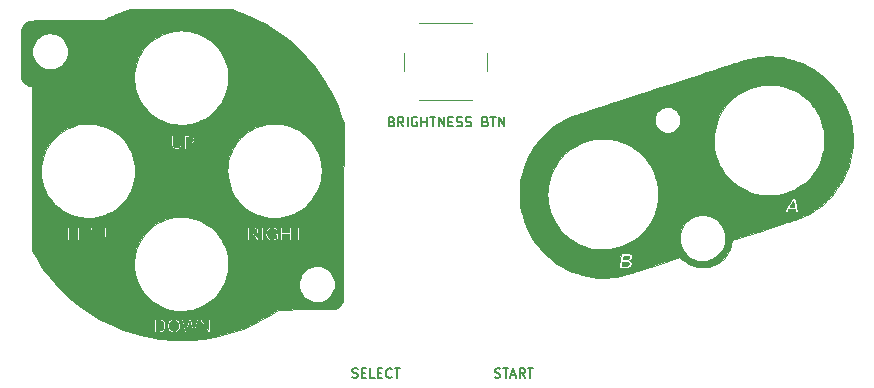
<source format=gbr>
%TF.GenerationSoftware,KiCad,Pcbnew,8.0.4*%
%TF.CreationDate,2024-08-10T15:07:54-04:00*%
%TF.ProjectId,sp-slab-osh,73702d73-6c61-4622-9d6f-73682e6b6963,rev?*%
%TF.SameCoordinates,Original*%
%TF.FileFunction,Legend,Top*%
%TF.FilePolarity,Positive*%
%FSLAX46Y46*%
G04 Gerber Fmt 4.6, Leading zero omitted, Abs format (unit mm)*
G04 Created by KiCad (PCBNEW 8.0.4) date 2024-08-10 15:07:54*
%MOMM*%
%LPD*%
G01*
G04 APERTURE LIST*
%ADD10C,0.010000*%
%ADD11C,0.150000*%
%ADD12C,0.000000*%
%ADD13C,0.120000*%
G04 APERTURE END LIST*
D10*
X70873440Y-78127080D02*
X70918890Y-78090900D01*
X108464430Y-74011310D02*
X108844240Y-73887790D01*
X70980170Y-91936650D02*
X71089430Y-91935900D01*
X69833820Y-93165540D02*
X69845790Y-93296740D01*
X74917660Y-73034760D02*
X74976780Y-72719390D01*
X108996410Y-87661860D02*
X108970780Y-87652240D01*
X61401830Y-70266760D02*
X61424460Y-70134400D01*
X118964190Y-81784590D02*
X119300200Y-81911300D01*
X102949430Y-79220280D02*
X102825010Y-79394280D01*
X104371860Y-75344850D02*
X104393680Y-75337520D01*
X70591560Y-93682520D02*
X70690000Y-93622800D01*
X72400350Y-92710100D02*
X72415360Y-92653860D01*
X116204280Y-71498220D02*
X116530590Y-71392750D01*
X118224920Y-70848020D02*
X118388020Y-70796130D01*
X113266070Y-75598810D02*
X113231850Y-75444040D01*
X101097910Y-77739330D02*
X101330170Y-77446950D01*
X117081270Y-85582890D02*
X117072450Y-85479110D01*
X71822920Y-93112660D02*
X71853400Y-93222470D01*
X69650750Y-93018480D02*
X69624400Y-92902330D01*
X72048390Y-93521890D02*
X72037750Y-93474710D01*
X70171150Y-91846540D02*
X70284120Y-91868840D01*
X127828990Y-76593220D02*
X127869990Y-77032660D01*
X77079780Y-85466860D02*
X77114840Y-85495500D01*
X82016820Y-77553780D02*
X81945750Y-77473210D01*
X115834470Y-87567630D02*
X115984180Y-87502480D01*
X72058710Y-93559360D02*
X72058680Y-93559630D01*
X122220930Y-72990030D02*
X121873880Y-72893960D01*
X57441600Y-69020440D02*
X57442000Y-68866480D01*
X107344400Y-89088900D02*
X107227330Y-89094740D01*
X79235750Y-91809520D02*
X78947320Y-92001950D01*
X127547600Y-79612180D02*
X127403170Y-80021140D01*
X111019490Y-88091400D02*
X110710270Y-88191840D01*
X58041760Y-67405160D02*
X58059070Y-67395730D01*
X78605680Y-84807250D02*
X78527010Y-84818290D01*
X77904300Y-85930650D02*
X77904300Y-85368540D01*
D11*
X95243430Y-75888860D02*
X95167240Y-75850760D01*
D10*
X70381870Y-78014590D02*
X70359680Y-77995220D01*
X103690320Y-85614860D02*
X103955360Y-85825620D01*
X77244270Y-85669030D02*
X77298320Y-85752190D01*
X104393680Y-75337520D02*
X104441560Y-75321720D01*
X70139800Y-76060270D02*
X70210810Y-76075680D01*
X63033010Y-84810860D02*
X63278820Y-84810860D01*
X125194100Y-79088320D02*
X125303000Y-78760780D01*
X62401980Y-76137950D02*
X62081600Y-76212020D01*
X70774440Y-78179220D02*
X70810800Y-78164210D01*
X108592840Y-87772380D02*
X108809080Y-87768480D01*
X77066400Y-84934650D02*
X77131360Y-84936420D01*
X64937300Y-67080050D02*
X65228250Y-66947530D01*
X116318310Y-78884620D02*
X116439540Y-79219450D01*
X72360920Y-92594730D02*
X72317640Y-92597090D01*
X109930120Y-88444820D02*
X109714730Y-88514380D01*
X63278820Y-85930650D02*
X63060320Y-85930650D01*
X108445450Y-88107240D02*
X108385370Y-88107640D01*
X81248580Y-90504540D02*
X81369140Y-90660760D01*
X61489890Y-84810860D02*
X61339680Y-84810860D01*
X74958720Y-79498710D02*
X74949080Y-79579910D01*
X72853890Y-68623950D02*
X72560630Y-68487440D01*
X108459850Y-87379150D02*
X108463000Y-87363530D01*
X71400170Y-93426480D02*
X71383530Y-93481090D01*
X125464350Y-77926510D02*
X125471730Y-77810910D01*
X122521400Y-83098450D02*
X122553950Y-83044430D01*
X77078020Y-76515960D02*
X76795230Y-76678160D01*
D11*
X88851430Y-97515710D02*
X88813330Y-97553810D01*
D10*
X69776970Y-68379520D02*
X69479460Y-68490510D01*
X69256670Y-92734710D02*
X69314770Y-92746870D01*
X71981770Y-77339830D02*
X71988650Y-77407500D01*
X82648600Y-78655940D02*
X82521090Y-78356440D01*
X111014910Y-80151020D02*
X110861540Y-79834380D01*
X60484970Y-71359120D02*
X60663270Y-71271640D01*
X81060810Y-89188730D02*
X81035090Y-89272560D01*
X69456640Y-93637730D02*
X69528250Y-93573220D01*
X73960910Y-90647420D02*
X74045330Y-90553170D01*
X101074260Y-86280500D02*
X100820100Y-85919210D01*
X78503200Y-85912670D02*
X78596540Y-85934750D01*
X60219110Y-77342770D02*
X60134120Y-77433280D01*
X69511500Y-93154620D02*
X69508180Y-93250630D01*
X84756070Y-83463630D02*
X84755800Y-84006080D01*
X113175860Y-75296170D02*
X113099310Y-75157630D01*
X117060330Y-85392140D02*
X117056030Y-85370330D01*
X80439290Y-69251340D02*
X80898180Y-69668290D01*
D11*
X92081520Y-75507900D02*
X92538670Y-75507900D01*
D10*
X125453300Y-78036620D02*
X125464350Y-77926510D01*
X70781720Y-91933700D02*
X70875080Y-91935940D01*
X66702990Y-78280910D02*
X66545240Y-77994390D01*
X62728770Y-76089720D02*
X62401980Y-76137950D01*
X84753940Y-87095310D02*
X84753640Y-87443600D01*
X57489630Y-72222720D02*
X57483730Y-72208500D01*
X65120610Y-83518740D02*
X65395440Y-83345390D01*
X67224470Y-73391270D02*
X67335520Y-73693010D01*
X70083490Y-84071100D02*
X69764100Y-84162720D01*
X62922530Y-84043640D02*
X63013360Y-84044640D01*
X68359220Y-84981740D02*
X68201490Y-85131550D01*
X116905440Y-84925510D02*
X116795140Y-84723740D01*
X67307450Y-86492440D02*
X67200140Y-86803490D01*
X101886700Y-87187880D02*
X101574580Y-86875440D01*
X109215140Y-78058120D02*
X108912470Y-77881570D01*
X116530590Y-71392750D02*
X116834950Y-71294480D01*
X101721370Y-77027710D02*
X101835750Y-76914560D01*
X121014030Y-70378530D02*
X121174740Y-70382890D01*
X84750580Y-89522350D02*
X84750070Y-89703890D01*
X70327180Y-93724540D02*
X70379890Y-93723990D01*
X70883170Y-77693250D02*
X70880020Y-77779090D01*
X74942400Y-80447720D02*
X74950120Y-80548320D01*
X109738330Y-85613300D02*
X109816610Y-85544330D01*
X79177650Y-76079270D02*
X79019710Y-76073900D01*
X83919730Y-91795440D02*
X81577740Y-91802480D01*
X70960210Y-78044250D02*
X70979050Y-78014840D01*
X115035700Y-88241080D02*
X114950320Y-88239260D01*
X108309200Y-88941060D02*
X108249310Y-88954840D01*
X108191910Y-88967170D02*
X108135660Y-88978430D01*
X116156650Y-78189640D02*
X116224010Y-78541340D01*
X120221690Y-72800640D02*
X120194670Y-72804050D01*
X61311830Y-70543820D02*
X61364150Y-70403870D01*
X66215920Y-82591780D02*
X66411630Y-82333830D01*
X79018690Y-85123560D02*
X79033730Y-85142680D01*
X69272480Y-93700630D02*
X69318690Y-93694910D01*
X61362090Y-69476020D02*
X61289450Y-69292910D01*
X121873880Y-72893960D02*
X121517670Y-72824020D01*
X65026780Y-84810860D02*
X64152800Y-84810860D01*
X64658070Y-85930650D02*
X64658070Y-84933760D01*
X111636280Y-72980100D02*
X112206490Y-72794820D01*
X122781990Y-82666550D02*
X122810090Y-82622740D01*
X84733930Y-91023520D02*
X84732410Y-91035740D01*
X117087810Y-85806360D02*
X117086490Y-85694850D01*
D11*
X88622860Y-96791900D02*
X88699050Y-96791900D01*
D10*
X109907330Y-85459020D02*
X110005110Y-85362890D01*
X106711500Y-77337250D02*
X106351490Y-77349520D01*
X115984180Y-87502480D02*
X116036730Y-87476440D01*
X70359680Y-77995220D02*
X70342170Y-77972590D01*
X108844240Y-73887790D02*
X109234890Y-73760750D01*
X120773960Y-72771700D02*
X120623120Y-72774650D01*
X71858540Y-84048240D02*
X71530710Y-83991460D01*
D11*
X95395810Y-75926950D02*
X95243430Y-75888860D01*
D10*
X59751430Y-88920330D02*
X59569110Y-88682310D01*
X71241040Y-93515240D02*
X71259670Y-93584760D01*
X72122010Y-93706990D02*
X72132200Y-93693240D01*
X117841730Y-70970520D02*
X118042970Y-70906100D01*
X72023210Y-77650710D02*
X72060360Y-77610300D01*
X72056610Y-93711780D02*
X72099200Y-93712530D01*
X70739330Y-93283310D02*
X70711310Y-93385580D01*
X81262680Y-88780610D02*
X81186330Y-88905260D01*
X109011610Y-86118120D02*
X109320520Y-85927650D01*
X70641210Y-92653900D02*
X70537560Y-92608380D01*
X69410380Y-91599200D02*
X69714750Y-91718660D01*
X77554510Y-85873250D02*
X77483540Y-85761820D01*
X77071660Y-85308780D02*
X76986900Y-85312180D01*
X69138440Y-92597240D02*
X69026880Y-92594920D01*
X71805830Y-92601560D02*
X71629870Y-92601560D01*
X84742610Y-90797530D02*
X84741570Y-90849580D01*
X117747230Y-81028080D02*
X118031280Y-81254140D01*
X122220930Y-72990030D02*
X121873880Y-72893960D01*
X71046280Y-94390180D02*
X70925950Y-94390820D01*
X70341910Y-93611210D02*
X70284920Y-93604150D01*
X61409500Y-69669420D02*
X61362090Y-69476020D01*
X68399480Y-90951830D02*
X68493470Y-91034540D01*
X107929570Y-77494020D02*
X107910940Y-77489120D01*
X117106330Y-87304800D02*
X116934930Y-87499620D01*
X71311870Y-93338400D02*
X71290560Y-93246380D01*
X70342170Y-77972590D02*
X70328740Y-77943670D01*
X113519630Y-84705520D02*
X113405290Y-84909260D01*
X71077790Y-83965500D02*
X70928720Y-83966860D01*
X108945880Y-87350670D02*
X108943440Y-87383310D01*
X79174300Y-85353680D02*
X79131630Y-85362220D01*
X67060110Y-88435650D02*
X67071720Y-88518000D01*
X118936230Y-70624680D02*
X118995530Y-70606990D01*
D11*
X88957710Y-75584100D02*
X88995810Y-75660290D01*
D10*
X71889610Y-77086520D02*
X71820400Y-77076950D01*
X73309090Y-93472590D02*
X72724450Y-92594730D01*
X69109990Y-94266630D02*
X68495730Y-94170130D01*
X118042970Y-70906100D02*
X118224920Y-70848020D01*
X110104540Y-85261480D02*
X110200240Y-85160320D01*
X70121960Y-93521630D02*
X70057300Y-93451930D01*
X106754010Y-86717900D02*
X106881420Y-86713640D01*
X84732410Y-91035740D02*
X84730800Y-91044990D01*
D11*
X97645240Y-96830000D02*
X97721430Y-96791900D01*
D10*
X111371510Y-82610580D02*
X111381550Y-82511810D01*
X104925020Y-88876000D02*
X104502020Y-88749020D01*
D11*
X95548190Y-76079330D02*
X95510100Y-76003140D01*
D10*
X69481630Y-93387490D02*
X69455100Y-93441210D01*
X116795140Y-84723740D02*
X116663280Y-84537770D01*
X76415810Y-83172160D02*
X76674760Y-83361730D01*
X78392200Y-85043070D02*
X78460380Y-84980940D01*
X60714800Y-68649410D02*
X60621350Y-68596890D01*
X116258620Y-76243540D02*
X116181690Y-76581330D01*
X67594480Y-85907420D02*
X67439000Y-86193550D01*
X72124940Y-77307860D02*
X72097410Y-77230460D01*
X74634890Y-70476790D02*
X74485160Y-70187650D01*
X71898740Y-92929300D02*
X71805830Y-92601560D01*
X122429300Y-83310110D02*
X122943780Y-83310110D01*
X118042970Y-70906100D02*
X118224920Y-70848020D01*
X72255380Y-92743280D02*
X72236850Y-92818880D01*
X61326020Y-83615220D02*
X61532980Y-83713940D01*
X74932240Y-80066760D02*
X67119290Y-80066760D01*
X67046360Y-87624450D02*
X67043830Y-87703790D01*
X122851490Y-84238900D02*
X122682070Y-84295270D01*
X69899040Y-94350200D02*
X69726350Y-94335970D01*
X82895540Y-88174600D02*
X82843180Y-88161150D01*
X79143100Y-85121610D02*
X79148920Y-85103330D01*
X77817820Y-83898080D02*
X78118320Y-83971560D01*
X108041720Y-88168560D02*
X108029480Y-88227540D01*
X70543180Y-93566620D02*
X70442700Y-93602530D01*
X78999640Y-85084560D02*
X79018690Y-85123560D01*
X108309200Y-88941060D02*
X108249310Y-88954840D01*
X76972780Y-84814060D02*
X76938150Y-84813500D01*
X70701850Y-68193120D02*
X70389690Y-68230740D01*
X78551530Y-85795860D02*
X78499140Y-85774600D01*
X127318440Y-74691210D02*
X127479440Y-75105760D01*
X105492810Y-86558650D02*
X105845590Y-86639670D01*
X111109310Y-75547700D02*
X111103650Y-75600030D01*
X113268190Y-72449980D02*
X113760580Y-72290140D01*
X120585620Y-82149210D02*
X120683540Y-82150320D01*
X61220970Y-70721950D02*
X61311830Y-70543820D01*
X60878540Y-68770330D02*
X60797570Y-68705110D01*
X115607120Y-88209620D02*
X115525500Y-88223670D01*
X100391290Y-78881380D02*
X100601190Y-78488970D01*
X65395440Y-83345390D02*
X65656030Y-83149490D01*
X58522040Y-70580460D02*
X58616460Y-70754150D01*
X68877360Y-93594660D02*
X68880960Y-93159560D01*
X75001980Y-88243760D02*
X75006420Y-88132040D01*
X61409500Y-69669420D02*
X61362090Y-69476020D01*
X111194320Y-76208230D02*
X111207030Y-76234560D01*
X60797570Y-68705110D02*
X60714800Y-68649410D01*
X109074960Y-87104990D02*
X109045490Y-87085550D01*
X114326400Y-87509310D02*
X114537940Y-87594130D01*
X70780550Y-83971620D02*
X70639970Y-83979650D01*
X106584520Y-89103610D02*
X106481150Y-89103630D01*
X106711500Y-77337250D02*
X106351490Y-77349520D01*
X78929400Y-84839680D02*
X78891890Y-84823490D01*
X61433380Y-69996250D02*
X61431450Y-69872610D01*
X79131620Y-85048230D02*
X79086300Y-84965260D01*
X58264640Y-67344960D02*
X58314970Y-67341170D01*
X78374930Y-76104270D02*
X78322080Y-76111650D01*
X63726050Y-84936920D02*
X64029890Y-84933240D01*
X108100610Y-87885260D02*
X108077910Y-87994420D01*
X70072640Y-91824240D02*
X70171150Y-91846540D01*
X67409580Y-89638280D02*
X67554220Y-89918270D01*
X73805360Y-69316390D02*
X73634030Y-69159430D01*
X115789170Y-83919160D02*
X115577820Y-83859110D01*
X123197400Y-83402460D02*
X123183170Y-83315730D01*
X108875660Y-88267710D02*
X108968440Y-88228950D01*
X67554220Y-89918270D02*
X67719490Y-90185610D01*
X67089680Y-80567330D02*
X67117590Y-80251800D01*
X117258160Y-87091720D02*
X117106330Y-87304800D01*
X123183170Y-83315730D02*
X123166500Y-83213670D01*
X70584930Y-78078040D02*
X70504060Y-78070080D01*
X81369140Y-90660760D02*
X81508370Y-90799600D01*
X117254440Y-80541890D02*
X117395680Y-80694480D01*
X59946780Y-71463500D02*
X60039150Y-71460660D01*
X115354660Y-88238590D02*
X115250940Y-88241160D01*
X104925020Y-88876000D02*
X104502020Y-88749020D01*
X127666840Y-79195190D02*
X127547600Y-79612180D01*
X83337760Y-88370460D02*
X83230700Y-88310440D01*
X78226760Y-85045530D02*
X78182580Y-85145060D01*
X78853650Y-85930650D02*
X79406450Y-85930650D01*
X103969750Y-75501400D02*
X104371860Y-75344850D01*
X60718190Y-83233580D02*
X60955360Y-83402030D01*
X70664280Y-93468830D02*
X70597950Y-93533590D01*
X82897980Y-80187900D02*
X82898060Y-79935700D01*
X59048470Y-87938070D02*
X58968320Y-87818360D01*
X120554030Y-84993410D02*
X120415780Y-85038360D01*
X60490210Y-83043610D02*
X60718190Y-83233580D01*
X58186900Y-67354030D02*
X58222310Y-67349230D01*
X77205770Y-85414670D02*
X77224920Y-85411590D01*
X80143870Y-84810860D02*
X80143870Y-85275160D01*
X78151700Y-85483030D02*
X78178720Y-85593040D01*
X122557680Y-73111610D02*
X122220930Y-72990030D01*
X123227850Y-83578220D02*
X123220320Y-83539420D01*
X121174740Y-70382890D02*
X121321700Y-70389670D01*
X57441310Y-69194810D02*
X57441600Y-69020440D01*
X108249310Y-88954840D02*
X108191910Y-88967170D01*
X111532600Y-76624630D02*
X111678410Y-76716100D01*
D11*
X91814860Y-76307900D02*
X91814860Y-75507900D01*
D10*
X69834170Y-93136540D02*
X69833820Y-93165540D01*
X78875620Y-85791230D02*
X78765890Y-85815530D01*
X77224920Y-85411590D02*
X77268570Y-85402730D01*
X70885160Y-77454670D02*
X70884740Y-77586110D01*
X66174600Y-66569150D02*
X66438690Y-66476470D01*
X74950120Y-80548320D02*
X74958710Y-80618500D01*
X77205770Y-85414670D02*
X77224920Y-85411590D01*
X72258950Y-94345060D02*
X72037280Y-94361450D01*
X105357320Y-88977330D02*
X104925020Y-88876000D01*
X81413750Y-76951610D02*
X81352420Y-76902090D01*
X70739210Y-78187740D02*
X71281180Y-78187740D01*
X71330130Y-93416700D02*
X71311870Y-93338400D01*
X71005680Y-77940560D02*
X71014480Y-77889310D01*
X123195750Y-73428780D02*
X122883000Y-73258060D01*
X82718010Y-91166510D02*
X82766270Y-91159350D01*
X71715900Y-92738390D02*
X71716040Y-92738370D01*
X122706160Y-82790430D02*
X122746490Y-82723780D01*
X106176530Y-74755820D02*
X106458050Y-74664160D01*
X57444010Y-68513200D02*
X57445010Y-68427040D01*
X111335400Y-81199920D02*
X111304270Y-81047170D01*
X72124940Y-77307860D02*
X72097410Y-77230460D01*
X73138390Y-68785690D02*
X72853890Y-68623950D01*
X117661030Y-73968830D02*
X117556430Y-74067970D01*
X72058680Y-93559630D02*
X72055740Y-93551770D01*
X74949080Y-79579910D02*
X74941620Y-79682830D01*
X121094820Y-84817180D02*
X120827420Y-84904400D01*
X78527110Y-84031110D02*
X78568420Y-84035890D01*
X126031680Y-82237690D02*
X125730330Y-82549010D01*
X57691730Y-67662250D02*
X57807340Y-67550620D01*
X103432770Y-85378440D02*
X103690320Y-85614860D01*
X62366910Y-85613150D02*
X62370700Y-85418550D01*
X108313610Y-88092140D02*
X108316610Y-88070870D01*
X63432940Y-76083000D02*
X63269790Y-76075720D01*
X119061590Y-70588470D02*
X119478420Y-70495940D01*
X111359090Y-81348160D02*
X111335400Y-81199920D01*
X66438690Y-66476470D02*
X66655720Y-66402690D01*
X84733930Y-91023520D02*
X84732410Y-91035740D01*
X59143980Y-79957190D02*
X58417310Y-79957190D01*
X83114590Y-88254720D02*
X82998410Y-88207610D01*
X75330550Y-78300660D02*
X75198960Y-78599810D01*
X108437890Y-87483290D02*
X108448080Y-87436130D01*
X120353270Y-70385320D02*
X120509190Y-70379990D01*
X63114250Y-84044330D02*
X63219480Y-84042780D01*
X103688020Y-88420270D02*
X103465430Y-88305450D01*
X82248430Y-88148170D02*
X82203970Y-88156390D01*
X67902600Y-69680110D02*
X67709900Y-69943990D01*
X82059300Y-70905960D02*
X82442280Y-71386910D01*
X59281670Y-79014950D02*
X59210680Y-79325140D01*
X74936320Y-79801950D02*
X74933190Y-79931770D01*
D11*
X85803810Y-97210950D02*
X85651430Y-97172860D01*
D10*
X71887720Y-77576260D02*
X71866920Y-77584150D01*
X71014480Y-77889310D02*
X71020940Y-77824430D01*
X69189870Y-68625780D02*
X68909720Y-68785260D01*
X67098180Y-79617460D02*
X67050340Y-79301930D01*
X73452470Y-92594730D02*
X73316290Y-92594730D01*
X80788040Y-76539160D02*
X80492560Y-76396390D01*
X79299170Y-84032080D02*
X79625320Y-83986150D01*
X108849300Y-87046300D02*
X108761510Y-87042600D01*
X80998310Y-89625940D02*
X80998230Y-89645050D01*
X76606990Y-85930650D02*
X76757210Y-85930650D01*
X78489530Y-85907890D02*
X78503200Y-85912670D01*
X123208680Y-83470750D02*
X123197400Y-83402460D01*
X81009990Y-89902710D02*
X81027940Y-90009890D01*
X73842120Y-85130840D02*
X73599060Y-84906130D01*
X109159840Y-87904880D02*
X109150620Y-87822510D01*
X57464830Y-68091670D02*
X57518420Y-67935330D01*
X82618030Y-91175610D02*
X82718010Y-91166510D01*
X122114230Y-83421320D02*
X122089740Y-83465080D01*
X71624910Y-77068340D02*
X71551430Y-77067960D01*
X73960910Y-90647420D02*
X74045330Y-90553170D01*
D11*
X100578570Y-97591900D02*
X100578570Y-96791900D01*
D10*
X106268740Y-89101760D02*
X106245830Y-89100780D01*
X108856670Y-88029880D02*
X108827580Y-88056640D01*
X70742470Y-78050450D02*
X70667190Y-78071370D01*
X67171920Y-71129920D02*
X67098830Y-71451160D01*
X59448080Y-68489310D02*
X59369620Y-68516980D01*
X122922910Y-81643870D02*
X123234200Y-81470070D01*
X72578500Y-93714520D02*
X72714680Y-93714520D01*
X71123500Y-92595900D02*
X71090140Y-92596210D01*
X108857430Y-87816830D02*
X108894360Y-87865840D01*
X72193000Y-92998910D02*
X72169470Y-93095920D01*
X124712040Y-83368640D02*
X124341190Y-83598820D01*
X110104540Y-85261480D02*
X110200240Y-85160320D01*
X80280430Y-85930650D02*
X80280430Y-84810860D01*
X84732410Y-91035740D02*
X84730800Y-91044990D01*
X72236850Y-92818880D02*
X72215760Y-92905330D01*
D11*
X94329140Y-75660290D02*
X94367240Y-75584100D01*
D10*
X115132710Y-83813570D02*
X114907960Y-83828150D01*
X71837860Y-77589680D02*
X71795850Y-77593460D01*
X104733420Y-75226190D02*
X104877450Y-75179160D01*
X76525850Y-76863750D02*
X76270920Y-77072180D01*
X69024540Y-93711190D02*
X69129310Y-93708440D01*
X122435740Y-82851500D02*
X122370470Y-82966910D01*
X122076700Y-84495350D02*
X121847170Y-84570830D01*
X71132460Y-93106830D02*
X71162970Y-93221970D01*
X103459370Y-75746560D02*
X111100490Y-75746560D01*
D11*
X97569050Y-97553810D02*
X97683330Y-97591900D01*
D10*
X108376610Y-87776280D02*
X108592840Y-87772380D01*
X74909040Y-88851410D02*
X74970280Y-88534740D01*
X117388750Y-86861730D02*
X117258160Y-87091720D01*
X99728900Y-83039480D02*
X99676520Y-82591810D01*
X57455560Y-68145070D02*
X57458230Y-68124350D01*
X62401980Y-76137950D02*
X62081600Y-76212020D01*
X77496610Y-85074460D02*
X77476550Y-84995720D01*
X62681370Y-85414880D02*
X62992040Y-85411210D01*
X66959890Y-81186870D02*
X67037020Y-80879560D01*
D11*
X98026190Y-97363330D02*
X97988100Y-97287140D01*
D10*
X71089430Y-91935900D02*
X71195300Y-91933750D01*
X67888470Y-94047640D02*
X67288990Y-93899620D01*
X78786040Y-84927240D02*
X78867280Y-84949500D01*
X72221110Y-93371170D02*
X72248240Y-93271700D01*
X109503340Y-78256350D02*
X109215140Y-78058120D01*
X69272480Y-93700630D02*
X69318690Y-93694910D01*
X99808030Y-83480390D02*
X99728900Y-83039480D01*
X68952540Y-75580610D02*
X69230310Y-75734440D01*
X69989950Y-93287290D02*
X69986310Y-93228230D01*
X121196560Y-82138200D02*
X121560770Y-82091340D01*
D11*
X88051430Y-97591900D02*
X87670480Y-97591900D01*
D10*
X80963230Y-85930650D02*
X80963230Y-84933760D01*
X60878540Y-68770330D02*
X60797570Y-68705110D01*
X84750070Y-89703890D02*
X84749530Y-89870270D01*
X81281100Y-88755140D02*
X81262680Y-88780610D01*
X74421360Y-90038630D02*
X74577770Y-89758230D01*
X70856630Y-77938880D02*
X70842700Y-77969570D01*
X120502790Y-82146950D02*
X120585620Y-82149210D01*
X60977090Y-71033050D02*
X61108740Y-70885640D01*
X66702990Y-78280910D02*
X66545240Y-77994390D01*
X120213510Y-70393070D02*
X120353270Y-70385320D01*
X71383530Y-93481090D02*
X71370170Y-93519330D01*
X70458780Y-92708940D02*
X70498490Y-92718400D01*
D11*
X96805330Y-76307900D02*
X96500570Y-76307900D01*
D10*
X69996310Y-93327640D02*
X69989950Y-93287290D01*
X114950320Y-88239260D02*
X114880370Y-88235740D01*
X113266070Y-75598810D02*
X113231850Y-75444040D01*
X108372930Y-88925400D02*
X108309200Y-88941060D01*
X74987820Y-72625780D02*
X74996390Y-72511460D01*
X61339680Y-84810860D02*
X61339680Y-85930650D01*
X84740470Y-90893920D02*
X84739300Y-90931220D01*
X80843880Y-83549850D02*
X81120610Y-83381070D01*
X81344340Y-88678160D02*
X81281100Y-88755140D01*
X120194670Y-72804050D02*
X119829740Y-72866810D01*
X68881670Y-84582500D02*
X68613680Y-84770270D01*
X74428680Y-74247650D02*
X74587240Y-73963190D01*
X115443760Y-88233040D02*
X115354660Y-88238590D01*
X59627230Y-68445800D02*
X59537940Y-68463490D01*
X118166800Y-73571800D02*
X117867020Y-73790840D01*
X110269120Y-78969250D02*
X110031520Y-78713110D01*
X80963230Y-85930650D02*
X80963230Y-84933760D01*
X69109990Y-94266630D02*
X68495730Y-94170130D01*
X60718190Y-83233580D02*
X60955360Y-83402030D01*
X72424980Y-92617290D02*
X72428280Y-92603790D01*
X70884740Y-77586110D02*
X70883170Y-77693250D01*
X84754760Y-85916310D02*
X84754490Y-86332340D01*
X112021950Y-76833750D02*
X112090640Y-76840740D01*
X59021560Y-68703390D02*
X58869870Y-68828270D01*
X72640910Y-91595480D02*
X72932130Y-91451470D01*
D11*
X98483330Y-97591900D02*
X98483330Y-96791900D01*
X88508570Y-97553810D02*
X88432380Y-97477620D01*
D10*
X108865620Y-87247110D02*
X108908600Y-87290100D01*
X75023290Y-80949270D02*
X75111620Y-81269370D01*
X77233820Y-84824740D02*
X77167020Y-84819750D01*
X122877090Y-82844450D02*
X122912590Y-83098450D01*
X84759740Y-75950750D02*
X84756070Y-83463630D01*
X115607120Y-88209620D02*
X115525500Y-88223670D01*
X70031300Y-91813820D02*
X70072640Y-91824240D01*
X67098180Y-79617460D02*
X67050340Y-79301930D01*
X108152100Y-87637720D02*
X108125550Y-87765360D01*
X77214140Y-84945400D02*
X77241900Y-84953520D01*
X115577820Y-83859110D02*
X115357490Y-83823900D01*
X67041870Y-88068640D02*
X67043270Y-88177810D01*
D11*
X97414860Y-76307900D02*
X97414860Y-75507900D01*
X96843430Y-75850760D02*
X96767240Y-75888860D01*
D10*
X122682070Y-84295270D02*
X122495540Y-84357110D01*
X114691980Y-88208930D02*
X114426320Y-88142280D01*
X70735920Y-78188540D02*
X70739210Y-78187740D01*
X84751500Y-89111130D02*
X84751060Y-89324990D01*
X77343120Y-85047010D02*
X77356520Y-85104700D01*
X83254950Y-90986330D02*
X83419220Y-90879300D01*
X112475500Y-76804190D02*
X112637550Y-76744700D01*
D11*
X88957710Y-75926950D02*
X88995810Y-75965050D01*
D10*
X72058710Y-93559360D02*
X72058680Y-93559630D01*
X120790010Y-82150330D02*
X120898480Y-82149280D01*
X81117210Y-89045260D02*
X81060810Y-89188730D01*
X57458230Y-68124350D02*
X57461200Y-68107460D01*
D11*
X98026190Y-97439520D02*
X98026190Y-97363330D01*
D10*
X76795230Y-76678160D02*
X76525850Y-76863750D01*
X108943440Y-87383310D02*
X108930110Y-87437320D01*
X72173570Y-93544790D02*
X72195920Y-93463330D01*
X71731620Y-92789260D02*
X71748180Y-92846830D01*
X67036950Y-72222720D02*
X57489630Y-72222720D01*
X68545210Y-69041900D02*
X68474520Y-69100980D01*
D11*
X95091050Y-75736480D02*
X95091050Y-75660290D01*
D10*
X70854370Y-92907070D02*
X70801230Y-92805090D01*
X71978050Y-77680630D02*
X72023210Y-77650710D01*
X65464460Y-76821690D02*
X65197830Y-76645420D01*
X69180880Y-92728240D02*
X69256670Y-92734710D01*
X67933510Y-90473660D02*
X68008010Y-90560090D01*
X108277830Y-87033500D02*
X108152100Y-87637720D01*
X111974390Y-74679880D02*
X111881790Y-74700580D01*
X64071900Y-92594730D02*
X63898310Y-92500350D01*
X125471730Y-77810910D02*
X125476040Y-77683270D01*
X101574580Y-86875440D02*
X101280860Y-86542290D01*
X122557680Y-73111610D02*
X122220930Y-72990030D01*
X71344590Y-93478050D02*
X71330130Y-93416700D01*
X70194250Y-92736420D02*
X70208300Y-92729790D01*
X122746490Y-82723780D02*
X122781990Y-82666550D01*
X70062320Y-92842980D02*
X70119020Y-92783380D01*
X77212760Y-85294130D02*
X77179660Y-85300430D01*
X72416000Y-92598590D02*
X72384650Y-92595320D01*
X73805360Y-69316390D02*
X73634030Y-69159430D01*
X117084940Y-85908770D02*
X117087810Y-85806360D01*
X67036950Y-72222720D02*
X67041850Y-72389900D01*
X99676520Y-82591810D02*
X99675800Y-82583390D01*
X83143450Y-72398180D02*
X83460950Y-72927260D01*
X78805440Y-85939440D02*
X78880700Y-85925710D01*
X116724650Y-86887980D02*
X116846160Y-86696680D01*
X122833700Y-82590450D02*
X122838070Y-82603700D01*
X64029890Y-84810860D02*
X64152800Y-84810860D01*
X109060470Y-88154530D02*
X109113260Y-88077670D01*
X82364360Y-91172930D02*
X82447800Y-91178980D01*
X76982410Y-85312340D02*
X76757210Y-85320320D01*
X84747660Y-90285300D02*
X84746940Y-90397840D01*
X59602390Y-81920170D02*
X59764320Y-82197840D01*
X65769300Y-77067960D02*
X70147740Y-77067960D01*
X125074470Y-75542750D02*
X124920490Y-75230390D01*
X78409570Y-84017570D02*
X78471280Y-84024670D01*
X105357320Y-88977330D02*
X104925020Y-88876000D01*
X59751430Y-88920330D02*
X59569110Y-88682310D01*
X116834950Y-71294480D02*
X117117800Y-71203270D01*
X72783290Y-84369230D02*
X72485830Y-84237600D01*
X68640510Y-68968850D02*
X68545210Y-69041900D01*
X108013490Y-88305450D02*
X103465430Y-88305450D01*
X78293520Y-85370750D02*
X78298790Y-85265760D01*
X115250940Y-88241160D02*
X115142890Y-88241660D01*
X71171940Y-94389250D02*
X71046280Y-94390180D01*
X123531580Y-81272720D02*
X123813930Y-81052430D01*
X72093300Y-77558010D02*
X72093760Y-77557160D01*
X115946950Y-83982490D02*
X115789170Y-83919160D01*
X67063310Y-87432040D02*
X67055820Y-87493710D01*
X127403170Y-80021140D02*
X127233980Y-80420850D01*
X113817710Y-84344710D02*
X113657360Y-84516930D01*
X70119020Y-92783380D02*
X70194250Y-92736420D01*
X82827700Y-91147420D02*
X82889190Y-91133250D01*
D11*
X85841900Y-96791900D02*
X85956190Y-96830000D01*
D10*
X120773960Y-72771700D02*
X120623120Y-72774650D01*
X118964190Y-81784590D02*
X119300200Y-81911300D01*
X59497920Y-78413710D02*
X59377480Y-78710650D01*
X70631460Y-94390990D02*
X70567010Y-94390460D01*
X71066360Y-92597380D02*
X70998740Y-92601560D01*
X70918890Y-78090900D02*
X70937020Y-78072740D01*
X70217730Y-78032320D02*
X70244290Y-78070400D01*
X71089430Y-91935900D02*
X71195300Y-91933750D01*
X70057300Y-93451930D02*
X70010710Y-93369850D01*
X107910940Y-77489120D02*
X107793730Y-77461060D01*
X60579970Y-68575840D02*
X60435620Y-68512090D01*
X84739300Y-90931220D02*
X84738070Y-90962150D01*
X78765890Y-85815530D02*
X78656020Y-85817190D01*
X71015870Y-68180120D02*
X70701850Y-68193120D01*
X59793690Y-71463350D02*
X59904980Y-71464220D01*
X108875660Y-88267710D02*
X108968440Y-88228950D01*
X63278820Y-84810860D02*
X63033010Y-84810860D01*
X105333290Y-77538040D02*
X105006560Y-77653350D01*
X111745100Y-74750810D02*
X111630640Y-74810340D01*
X113366200Y-87499370D02*
X113239040Y-87370380D01*
X82016820Y-77553780D02*
X81945750Y-77473210D01*
X77476550Y-84995720D02*
X77436920Y-84925910D01*
X107668070Y-89056220D02*
X107559440Y-89070060D01*
X112365660Y-76825810D02*
X112448610Y-76810940D01*
X57440920Y-69992190D02*
X57440930Y-69854130D01*
X107453330Y-89080810D02*
X107344400Y-89088900D01*
X108463000Y-87363530D02*
X108486310Y-87247110D01*
X117086490Y-85694850D02*
X117081270Y-85582890D01*
X112083060Y-74666890D02*
X111974390Y-74679880D01*
X60159990Y-82714510D02*
X60267550Y-82829250D01*
X57443190Y-68614250D02*
X57444010Y-68513200D01*
X109622640Y-85707340D02*
X113215580Y-85707340D01*
X117254440Y-80541890D02*
X117395680Y-80694480D01*
X108974820Y-87633780D02*
X109005220Y-87616310D01*
X82824930Y-80836830D02*
X82874500Y-80515050D01*
X67055820Y-87493710D02*
X67050260Y-87556130D01*
X70017940Y-93601710D02*
X70118890Y-93671080D01*
D11*
X100121430Y-96944290D02*
X100121430Y-97058570D01*
X99969050Y-97210950D02*
X99664290Y-97210950D01*
D10*
X103955360Y-85825620D02*
X104231210Y-86012970D01*
X121916620Y-82017860D02*
X122263000Y-81918380D01*
X108428570Y-87527420D02*
X108430130Y-87515760D01*
X69117540Y-91455120D02*
X69410380Y-91599200D01*
X115525360Y-87655960D02*
X115685830Y-87617290D01*
X109104230Y-87554820D02*
X109154720Y-87491770D01*
X116934930Y-87499620D02*
X116745600Y-87674820D01*
X113161550Y-76237930D02*
X113226270Y-76080020D01*
X99660070Y-81953580D02*
X99661600Y-81812830D01*
X78178720Y-85593040D02*
X78197670Y-85640260D01*
X63414560Y-85288820D02*
X63422210Y-84940590D01*
X72115070Y-76007970D02*
X72419150Y-75907640D01*
X69516590Y-92723930D02*
X69448170Y-92667960D01*
X70880020Y-77779090D02*
X70874840Y-77846640D01*
X114426320Y-88142280D02*
X114175910Y-88051940D01*
X71179720Y-92766030D02*
X71162670Y-92693960D01*
X75858240Y-82622170D02*
X76014770Y-82797570D01*
X78959850Y-84043440D02*
X79055990Y-84042060D01*
X122970450Y-83482560D02*
X122979070Y-83529680D01*
X74510740Y-86012780D02*
X74460220Y-85930650D01*
X69503200Y-92989730D02*
X69509880Y-93055050D01*
X109184530Y-87259190D02*
X109151270Y-87185120D01*
X80819840Y-84940590D02*
X80823420Y-85435620D01*
X111304270Y-81047170D02*
X111264910Y-80883390D01*
X117477600Y-80777850D02*
X117747230Y-81028080D01*
X71756280Y-77721470D02*
X71848390Y-77714600D01*
X118768630Y-70676240D02*
X118860750Y-70647720D01*
X63415380Y-85930650D02*
X63415380Y-85425380D01*
X59210680Y-79325140D02*
X59164720Y-79639720D01*
X77356650Y-84856000D02*
X77324980Y-84842220D01*
X71020940Y-77824430D02*
X71025570Y-77742710D01*
X71904180Y-77225410D02*
X71904950Y-77225970D01*
X58092780Y-67379130D02*
X58111350Y-67371900D01*
X77904300Y-84810860D02*
X77767740Y-84810860D01*
X58443980Y-67334930D02*
X58524810Y-67332400D01*
X111109310Y-75547700D02*
X111103650Y-75600030D01*
X66670910Y-93717280D02*
X68741180Y-93717280D01*
X76177330Y-82962240D02*
X76340240Y-83109960D01*
X113215580Y-85707340D02*
X113215680Y-85837850D01*
D11*
X89033900Y-76155520D02*
X88995810Y-76231710D01*
D10*
X116587690Y-79545800D02*
X116762750Y-79863660D01*
X77996240Y-76174980D02*
X77679580Y-76263830D01*
X65950640Y-77235200D02*
X65769300Y-77067960D01*
X69210650Y-93705030D02*
X69272480Y-93700630D01*
X119647790Y-82012530D02*
X120006400Y-82088010D01*
X70276470Y-78103090D02*
X70276710Y-78103310D01*
X116224010Y-78541340D02*
X116318310Y-78884620D01*
X123566050Y-83985740D02*
X123430630Y-84041220D01*
X78915650Y-85370720D02*
X78899480Y-85370750D01*
X74312000Y-69911710D02*
X74115880Y-69650110D01*
X66584140Y-82062720D02*
X66733190Y-81780090D01*
X71241040Y-93515240D02*
X71259670Y-93584760D01*
X60231890Y-71438260D02*
X60294460Y-71423070D01*
X70284920Y-93604150D02*
X70199550Y-93574020D01*
X84753640Y-87443600D02*
X84753340Y-87770650D01*
X74938590Y-71411800D02*
X74862090Y-71090020D01*
X111524280Y-74886130D02*
X111417480Y-74983420D01*
X63278820Y-85930650D02*
X63415380Y-85930650D01*
X79543010Y-85398070D02*
X80143870Y-85398070D01*
X108694830Y-88296540D02*
X108748160Y-88292730D01*
X71273170Y-93634730D02*
X71280650Y-93661900D01*
X114880370Y-88235740D02*
X114819450Y-88230060D01*
X104514670Y-75297730D02*
X104612220Y-75265800D01*
X63104110Y-76073250D02*
X62944040Y-76075790D01*
X67036950Y-72222720D02*
X57489630Y-72222720D01*
X78421890Y-85725890D02*
X78363920Y-85663590D01*
X113630040Y-86954500D02*
X113778790Y-87122890D01*
X57594740Y-67791340D02*
X57691730Y-67662250D01*
X104514670Y-75297730D02*
X104612220Y-75265800D01*
X71138550Y-92597760D02*
X71123500Y-92595900D01*
X70244290Y-78070400D02*
X70276470Y-78103090D01*
X72124120Y-77477430D02*
X72134180Y-77392260D01*
X118477610Y-73378740D02*
X118166800Y-73571800D01*
X69659610Y-93154620D02*
X69650750Y-93018480D01*
X72055740Y-93551770D02*
X72048390Y-93521890D01*
X84753940Y-87095310D02*
X84753640Y-87443600D01*
X117348690Y-74277440D02*
X117256130Y-74377230D01*
X125417780Y-78266540D02*
X125437970Y-78147780D01*
X77309810Y-84996750D02*
X77343120Y-85047010D01*
X109215140Y-78058120D02*
X108912470Y-77881570D01*
D11*
X89757710Y-75546000D02*
X89795810Y-75584100D01*
D10*
X70667190Y-78071370D02*
X70584930Y-78078040D01*
X108968440Y-88228950D02*
X109042290Y-88173700D01*
X108016150Y-86535620D02*
X108358820Y-86422370D01*
X67041850Y-72389900D02*
X67051640Y-72550320D01*
X76757210Y-85930650D02*
X76757210Y-85421730D01*
X106754010Y-86717900D02*
X106881420Y-86713640D01*
X69650750Y-93018480D02*
X69624400Y-92902330D01*
X81035090Y-89272560D02*
X81021590Y-89325240D01*
X120898480Y-82149280D02*
X121002410Y-82147220D01*
X111112030Y-75953870D02*
X111128890Y-76037480D01*
X108058070Y-88089860D02*
X108041720Y-88168560D01*
X63414560Y-85288820D02*
X63422210Y-84940590D01*
X110286810Y-85064920D02*
X110358860Y-84980830D01*
X62227310Y-84810860D02*
X62227310Y-85930650D01*
X111101000Y-75665210D02*
X111100490Y-75746560D01*
X73964460Y-69477390D02*
X73805360Y-69316390D01*
X107096770Y-89098730D02*
X106947410Y-89101290D01*
X110949650Y-84043270D02*
X111092260Y-83712160D01*
X84736760Y-90987400D02*
X84735390Y-91007630D01*
X59706610Y-67321830D02*
X59937470Y-67321200D01*
X100207140Y-79285240D02*
X100391290Y-78881380D01*
X58417310Y-84810860D02*
X61339680Y-84810860D01*
X84655850Y-75631960D02*
X84759740Y-75950750D01*
D11*
X93643430Y-76307900D02*
X93643430Y-75507900D01*
X95167240Y-75850760D02*
X95129140Y-75812670D01*
D10*
X70381870Y-78014590D02*
X70359680Y-77995220D01*
X67042510Y-71900890D02*
X67037110Y-72056990D01*
X57442520Y-68731540D02*
X57443190Y-68614250D01*
X82364360Y-91172930D02*
X82447800Y-91178980D01*
X61326020Y-83615220D02*
X61532980Y-83713940D01*
X67200140Y-86803490D02*
X67117370Y-87126090D01*
X117084940Y-85908770D02*
X117087810Y-85806360D01*
X69180880Y-92728240D02*
X69256670Y-92734710D01*
X82749730Y-81151880D02*
X82824930Y-80836830D01*
X67469210Y-73982670D02*
X67624500Y-74259170D01*
X59793690Y-71463350D02*
X59904980Y-71464220D01*
X109907330Y-85459020D02*
X110005110Y-85362890D01*
X114537940Y-87594130D02*
X114761580Y-87654760D01*
X104682180Y-77795830D02*
X104589850Y-77841480D01*
X84054020Y-91753510D02*
X84019950Y-91764540D01*
X58414210Y-69639140D02*
X58397710Y-69745660D01*
X111839460Y-76785800D02*
X112013710Y-76832210D01*
X69511580Y-93139690D02*
X69511500Y-93154620D01*
X84019950Y-91764540D02*
X83919730Y-91795440D01*
X102018230Y-82061980D02*
X99660090Y-82061980D01*
X62370700Y-84940590D02*
X63033010Y-84933280D01*
X121492890Y-70403230D02*
X121942640Y-70465860D01*
X109060470Y-88154530D02*
X109113260Y-88077670D01*
X65769300Y-77067960D02*
X65715770Y-77018590D01*
X63033010Y-84933280D02*
X63033010Y-84810860D01*
X112475500Y-76804190D02*
X112637550Y-76744700D01*
X77081230Y-84816410D02*
X76972780Y-84814060D01*
X67041700Y-87938070D02*
X59048470Y-87938070D01*
X78527110Y-84031110D02*
X78568420Y-84035890D01*
X58414210Y-69639140D02*
X58397710Y-69745660D01*
X70653650Y-92830970D02*
X70704140Y-92916830D01*
D11*
X94481520Y-75888860D02*
X94405330Y-75850760D01*
D10*
X103424810Y-78678350D02*
X103176850Y-78940210D01*
X78448980Y-67798620D02*
X78967400Y-68127490D01*
X62944040Y-76075790D02*
X62797720Y-76083500D01*
X123430630Y-84041220D02*
X123393120Y-84055130D01*
X81011890Y-89371830D02*
X81005350Y-89418750D01*
X75357340Y-81871750D02*
X75513630Y-82151130D01*
X108857430Y-87816830D02*
X108894360Y-87865840D01*
X108734880Y-88089560D02*
X108662950Y-88098340D01*
X76177330Y-82962240D02*
X76340240Y-83109960D01*
X106947410Y-89101290D02*
X106817330Y-89102540D01*
D11*
X88576760Y-76307900D02*
X88576760Y-75507900D01*
D10*
X77356650Y-84856000D02*
X77324980Y-84842220D01*
X125385670Y-78430900D02*
X125392120Y-78399450D01*
X67046360Y-87624450D02*
X67043830Y-87703790D01*
X58525220Y-69304960D02*
X58452970Y-69491010D01*
X113315130Y-85126940D02*
X113249910Y-85357350D01*
X84354720Y-91598020D02*
X84213380Y-91685970D01*
X70296480Y-77067960D02*
X70147740Y-77067960D01*
X116151700Y-84089970D02*
X115946950Y-83982490D01*
D11*
X90557710Y-76117430D02*
X90595810Y-76193620D01*
D10*
X109042290Y-88173700D02*
X109060470Y-88154530D01*
X113003390Y-75030860D02*
X112889280Y-74918310D01*
X67046410Y-88271440D02*
X67051850Y-88355420D01*
X118768630Y-70676240D02*
X118860750Y-70647720D01*
X67117370Y-87126090D02*
X67073020Y-87365980D01*
X80999200Y-89539370D02*
X80998310Y-89625940D01*
X72424980Y-92617290D02*
X72428280Y-92603790D01*
X84739300Y-90931220D02*
X84738070Y-90962150D01*
X81508370Y-90799600D02*
X81663910Y-90919430D01*
X68741180Y-93717280D02*
X69024540Y-93711190D01*
X111317390Y-82934930D02*
X111339930Y-82816210D01*
X78915650Y-85370720D02*
X78899480Y-85370750D01*
X107453330Y-89080810D02*
X107344400Y-89088900D01*
X114699120Y-88210360D02*
X114691980Y-88208930D01*
X108323590Y-88102230D02*
X108314420Y-88095970D01*
X76606990Y-85930650D02*
X74460220Y-85930650D01*
X126096220Y-72754660D02*
X126377960Y-73093980D01*
X70711310Y-93385580D02*
X70664280Y-93468830D01*
X108376610Y-87776280D02*
X108592840Y-87772380D01*
X60898290Y-76752780D02*
X60643230Y-76939480D01*
X67903720Y-90436820D02*
X67933510Y-90473660D01*
X78867280Y-84949500D02*
X78930620Y-84988510D01*
X71330130Y-93416700D02*
X71311870Y-93338400D01*
X116663280Y-84537770D02*
X116511200Y-84369140D01*
X84749530Y-89870270D02*
X84748950Y-90022190D01*
X84746940Y-90397840D02*
X84746180Y-90498620D01*
X74105140Y-69637010D02*
X73964460Y-69477390D01*
X66411630Y-82333830D02*
X66584140Y-82062720D01*
D11*
X86299050Y-97591900D02*
X86299050Y-96791900D01*
D10*
X82203970Y-88156390D02*
X82155790Y-88168040D01*
X116905440Y-84925510D02*
X116795140Y-84723740D01*
X74933450Y-80201430D02*
X74936840Y-80330250D01*
X69468430Y-92889980D02*
X69489920Y-92936970D01*
X123133400Y-84144390D02*
X123002390Y-84188450D01*
X122307440Y-83078450D02*
X122248490Y-83182890D01*
X113249910Y-85357350D02*
X113249910Y-85357370D01*
X77591360Y-85931920D02*
X77590560Y-85930650D01*
D11*
X94710100Y-75965050D02*
X94633900Y-75926950D01*
D10*
X116646230Y-75259750D02*
X116516760Y-75524290D01*
X83419220Y-90879300D02*
X83568740Y-90752560D01*
X79037740Y-85493660D02*
X79037740Y-85711000D01*
X68115150Y-69445420D02*
X68030210Y-69534690D01*
X121321700Y-70389670D02*
X121448910Y-70398880D01*
X116992850Y-85141550D02*
X116905440Y-84925510D01*
D11*
X89795810Y-75850760D02*
X89757710Y-75888860D01*
D10*
X78144020Y-85368540D02*
X77904300Y-85368540D01*
X63374730Y-92186150D02*
X62865060Y-91850010D01*
X99729890Y-81010770D02*
X99810130Y-80563300D01*
X77256680Y-84959640D02*
X77309810Y-84996750D01*
X59164720Y-79639720D02*
X59143980Y-79957190D01*
X78346360Y-85107910D02*
X78392200Y-85043070D01*
X72058680Y-93559630D02*
X72055740Y-93551770D01*
X109154720Y-87491770D02*
X109185460Y-87417900D01*
X70318810Y-77905400D02*
X70311760Y-77854750D01*
X106319470Y-89102690D02*
X106268740Y-89101760D01*
X67043830Y-87703790D02*
X67042380Y-87799310D01*
X79052280Y-85368000D02*
X78987880Y-85369860D01*
X70276710Y-78103310D02*
X70329460Y-78143750D01*
X74989700Y-71742150D02*
X74938590Y-71411800D01*
X71138550Y-92597760D02*
X71123500Y-92595900D01*
X109104230Y-87554820D02*
X109154720Y-87491770D01*
X122150060Y-83357550D02*
X122114230Y-83421320D01*
X112750310Y-72618160D02*
X113268190Y-72449980D01*
X67098830Y-71451160D02*
X67053320Y-71762640D01*
X80143870Y-85275160D02*
X79543010Y-85275160D01*
D11*
X95510100Y-76231710D02*
X95548190Y-76155520D01*
D10*
X76892070Y-85428220D02*
X76952720Y-85431750D01*
X122089740Y-83465080D02*
X122083420Y-83476460D01*
X111376130Y-81498380D02*
X111359090Y-81348160D01*
X108970730Y-87059630D02*
X108917760Y-87051740D01*
X82442280Y-71386910D02*
X82803780Y-71884520D01*
X114428590Y-83952200D02*
X114305760Y-84008410D01*
X99669360Y-81565810D02*
X99675570Y-81471880D01*
X81584550Y-88444750D02*
X81503090Y-88516000D01*
X111417480Y-74983420D02*
X111416950Y-74983950D01*
X74991030Y-71754200D02*
X74989700Y-71742150D01*
X117661030Y-73968830D02*
X117556430Y-74067970D01*
X67037110Y-72056990D02*
X67036950Y-72222720D01*
X113233690Y-86070260D02*
X113242350Y-86118220D01*
X66366510Y-77724010D02*
X66167930Y-77470640D01*
X71361430Y-93537220D02*
X71359100Y-93536990D01*
X78489530Y-85907890D02*
X78503200Y-85912670D01*
X63060320Y-85930650D02*
X63278820Y-85930650D01*
X64917030Y-76490660D02*
X64623190Y-76358320D01*
X69129310Y-93708440D02*
X69210650Y-93705030D01*
X108021160Y-88999370D02*
X107960220Y-89009860D01*
X58619960Y-69131110D02*
X58525220Y-69304960D01*
X71794670Y-93011480D02*
X71822920Y-93112660D01*
X77324980Y-84842220D02*
X77285250Y-84832020D01*
X68441250Y-75211680D02*
X68689170Y-75406000D01*
X77343930Y-92925770D02*
X76784310Y-93186520D01*
X116036730Y-87476440D02*
X116236570Y-87359290D01*
D11*
X94748190Y-76003140D02*
X94710100Y-75965050D01*
D10*
X84755280Y-85011770D02*
X84755020Y-85476340D01*
X81761220Y-70559580D02*
X82059300Y-70905960D01*
X102049780Y-76713190D02*
X102109070Y-76660870D01*
X118659430Y-70710390D02*
X118768630Y-70676240D01*
X68300530Y-69261120D02*
X68206860Y-69352640D01*
X81577740Y-91802480D02*
X79235750Y-91809520D01*
X124420520Y-71369790D02*
X124788220Y-71603380D01*
D11*
X90595810Y-76193620D02*
X90672000Y-76269810D01*
D10*
X71736180Y-77596110D02*
X71654160Y-77598210D01*
X58139710Y-72868570D02*
X57991630Y-72808210D01*
X113277340Y-75758020D02*
X113266070Y-75598810D01*
X122370470Y-82966910D02*
X122307440Y-83078450D01*
X81001330Y-89472450D02*
X80999200Y-89539370D01*
X119475510Y-72955690D02*
X119132030Y-73070650D01*
X103432770Y-85378440D02*
X103690320Y-85614860D01*
X101408130Y-77357130D02*
X101502610Y-77253990D01*
X76986900Y-85312180D02*
X76982410Y-85312340D01*
X72093760Y-77557160D02*
X72124120Y-77477430D01*
X84655850Y-75631960D02*
X84759740Y-75950750D01*
X103366310Y-85312140D02*
X103432770Y-85378440D01*
X71038080Y-77067960D02*
X70885160Y-77067960D01*
X57446190Y-68354370D02*
X57447590Y-68293810D01*
X60310410Y-77249130D02*
X60219110Y-77342770D01*
X77276270Y-85264950D02*
X77261860Y-85273860D01*
X70498490Y-92718400D02*
X70584940Y-92764530D01*
X117126980Y-80390520D02*
X117254440Y-80541890D01*
X75665090Y-77742590D02*
X75485930Y-78014910D01*
X114305760Y-84008410D02*
X114183770Y-84072580D01*
X70618870Y-78196540D02*
X70686860Y-78193780D01*
X104089350Y-88596920D02*
X103688020Y-88420270D01*
X77591360Y-85931920D02*
X77554510Y-85873250D01*
X81676490Y-77194710D02*
X81582440Y-77103990D01*
X71162970Y-93221970D02*
X71191820Y-93330590D01*
X108358820Y-86422370D02*
X108690850Y-86283110D01*
X61734700Y-83797540D02*
X61936720Y-83867610D01*
X116885490Y-80057500D02*
X117006320Y-80231880D01*
X123147900Y-83099440D02*
X123127890Y-82976160D01*
X113315130Y-85126940D02*
X113249910Y-85357350D01*
X112177170Y-76841330D02*
X112272010Y-76836150D01*
X78656020Y-85817190D02*
X78551530Y-85795860D01*
X69138440Y-92597240D02*
X69026880Y-92594920D01*
X79131630Y-85362220D02*
X79102360Y-85365370D01*
X125303000Y-78760780D02*
X125385670Y-78430900D01*
X81011890Y-89371830D02*
X81005350Y-89418750D01*
X68835520Y-91286090D02*
X69117540Y-91455120D01*
X107740540Y-74246790D02*
X108096270Y-74131070D01*
X114761160Y-88221750D02*
X114699120Y-88210360D01*
X109040410Y-88729550D02*
X108911870Y-88769600D01*
X125140550Y-71859210D02*
X125476600Y-72136730D01*
X124727650Y-80018120D02*
X124904670Y-79720880D01*
X70874840Y-77846640D02*
X70867190Y-77898900D01*
X71551430Y-77067960D02*
X71281180Y-77067960D01*
X78689460Y-84042510D02*
X78770980Y-84043710D01*
X71854190Y-93225320D02*
X71987650Y-93707690D01*
X65715770Y-77018590D02*
X65464460Y-76821690D01*
X121606080Y-84649930D02*
X121354830Y-84732200D01*
X123234330Y-70807920D02*
X123642660Y-70971510D01*
X123330150Y-84077270D02*
X123243120Y-84107180D01*
X108761510Y-87042600D02*
X108650560Y-87039960D01*
D11*
X85880000Y-97553810D02*
X85918100Y-97515710D01*
D10*
X66366510Y-77724010D02*
X66167930Y-77470640D01*
X101608670Y-77142520D02*
X101721370Y-77027710D01*
X64917030Y-76490660D02*
X64623190Y-76358320D01*
X77767740Y-84810860D02*
X76767460Y-84810860D01*
X103184510Y-75895180D02*
X103459370Y-75746560D01*
X113718950Y-87799160D02*
X113511490Y-87636230D01*
X72177240Y-84130440D02*
X71858540Y-84048240D01*
X77483540Y-85761820D02*
X77424030Y-85671990D01*
D11*
X96919620Y-75965050D02*
X96957710Y-76041240D01*
D10*
X99675800Y-82583390D02*
X99669530Y-82487830D01*
X81658000Y-88389330D02*
X81584550Y-88444750D01*
X58724580Y-67328360D02*
X58845680Y-67326780D01*
X102075910Y-82765940D02*
X102144910Y-83114140D01*
X78770980Y-84043710D02*
X78862980Y-84044000D01*
X116319780Y-87960940D02*
X116086590Y-88069170D01*
X76674760Y-83361730D02*
X76946850Y-83530130D01*
X113039310Y-76428940D02*
X113136300Y-76285180D01*
D11*
X95167240Y-75546000D02*
X95243430Y-75507900D01*
D10*
X77114840Y-85495500D02*
X77151740Y-85536980D01*
X116439540Y-79219450D02*
X116587690Y-79545800D01*
X70803010Y-78015130D02*
X70802380Y-78015660D01*
X108445450Y-88107240D02*
X108385370Y-88107640D01*
X84754220Y-86725120D02*
X84753940Y-87095310D01*
X73340910Y-84703970D02*
X73068650Y-84524840D01*
X71953870Y-77277270D02*
X71981770Y-77339830D01*
X113500590Y-86768520D02*
X113630040Y-86954500D01*
X123117980Y-82915000D02*
X123023180Y-82329390D01*
X120475770Y-72780570D02*
X120339440Y-72789290D01*
X102216220Y-87479070D02*
X101886700Y-87187880D01*
X79131630Y-85362220D02*
X79102360Y-85365370D01*
X102217770Y-80671330D02*
X102129090Y-81012590D01*
X80187800Y-76279250D02*
X79873450Y-76187620D01*
D11*
X88995810Y-75965050D02*
X89033900Y-76041240D01*
D10*
X77043280Y-85448450D02*
X77079780Y-85466860D01*
X70824940Y-78157130D02*
X70873440Y-78127080D01*
D11*
X97911900Y-96791900D02*
X98026190Y-96830000D01*
D10*
X72099200Y-93712530D02*
X72122010Y-93706990D01*
X107237660Y-77362120D02*
X107012960Y-77344590D01*
X114880370Y-88235740D02*
X114819450Y-88230060D01*
X84728740Y-91053140D02*
X84665030Y-91217220D01*
X111678410Y-76716100D02*
X111839460Y-76785800D01*
X60766890Y-67319370D02*
X61092600Y-67318670D01*
D11*
X96881520Y-76269810D02*
X96805330Y-76307900D01*
D10*
X69658950Y-93213250D02*
X69659490Y-93165540D01*
X69489920Y-92936970D02*
X69503200Y-92989730D01*
X77276270Y-85264950D02*
X77261860Y-85273860D01*
X84022470Y-89415520D02*
X83977360Y-89218980D01*
X67287230Y-89349150D02*
X67409580Y-89638280D01*
X60142220Y-89397490D02*
X59751430Y-88920330D01*
X60621350Y-68596890D02*
X60579970Y-68575840D01*
X100601190Y-78488970D02*
X100836760Y-78108210D01*
X84742610Y-90797530D02*
X84741570Y-90849580D01*
X69714750Y-91718660D02*
X70031300Y-91813820D01*
X116663280Y-84537770D02*
X116511200Y-84369140D01*
X103571720Y-75685800D02*
X103969750Y-75501400D01*
X57472320Y-72171540D02*
X57440910Y-72063070D01*
X83977970Y-90089890D02*
X83996710Y-90022440D01*
D11*
X91014860Y-76231710D02*
X91014860Y-75965050D01*
D10*
X112197340Y-74662070D02*
X112083060Y-74666890D01*
X116945050Y-86491160D02*
X117020110Y-86273150D01*
X58000810Y-67426460D02*
X58022700Y-67415390D01*
X75634230Y-93634650D02*
X75046060Y-93821160D01*
X77081230Y-84816410D02*
X76972780Y-84814060D01*
X79037740Y-85493660D02*
X79037740Y-85711000D01*
X111100490Y-75746560D02*
X103459370Y-75746560D01*
X71032020Y-77474220D02*
X71038080Y-77067960D01*
X59448080Y-68489310D02*
X59369620Y-68516980D01*
X75388610Y-66402690D02*
X75650520Y-66491970D01*
X82766270Y-91159350D02*
X82827700Y-91147420D01*
X111133120Y-75450220D02*
X111118850Y-75500380D01*
X70446880Y-78188520D02*
X70524020Y-78196250D01*
X70415060Y-84003870D02*
X70083490Y-84071100D01*
X58450300Y-70394760D02*
X58522040Y-70580460D01*
X112400790Y-74678830D02*
X112306740Y-74665900D01*
X84750070Y-89703890D02*
X84749530Y-89870270D01*
X107009260Y-86707410D02*
X107130600Y-86699490D01*
X77424030Y-85671990D02*
X77374320Y-85601410D01*
X70792640Y-76153630D02*
X71083990Y-76159060D01*
X71367650Y-93714520D02*
X71439370Y-93714520D01*
X114907960Y-83828150D02*
X114687760Y-83867690D01*
X63901550Y-83974320D02*
X64222020Y-83897320D01*
X113232770Y-85458870D02*
X113221300Y-85578270D01*
X101502610Y-77253990D02*
X101608670Y-77142520D01*
X76606990Y-84808380D02*
X76606990Y-85930650D01*
X116793200Y-75004080D02*
X116646230Y-75259750D01*
D11*
X95205330Y-76307900D02*
X95395810Y-76307900D01*
D10*
X127828990Y-76593220D02*
X127869990Y-77032660D01*
X113999890Y-84190080D02*
X113817710Y-84344710D01*
X108930110Y-87437320D02*
X108907660Y-87478170D01*
X77373150Y-76377670D02*
X77078020Y-76515960D01*
X72026910Y-77143270D02*
X71989210Y-77119100D01*
X102241000Y-83457550D02*
X102267330Y-83536780D01*
X71715900Y-92738390D02*
X71716040Y-92738370D01*
X122572370Y-83013780D02*
X122601940Y-82964460D01*
X78979710Y-85744640D02*
X78875620Y-85791230D01*
X72215760Y-92905330D02*
X72193000Y-92998910D01*
X59317300Y-81226200D02*
X59425690Y-81535760D01*
X109184530Y-87259190D02*
X109151270Y-87185120D01*
X57807340Y-67550620D02*
X57939490Y-67459010D01*
X70867190Y-77898900D02*
X70856630Y-77938880D01*
X125730330Y-82549010D02*
X125408890Y-82842250D01*
X111416950Y-74983950D02*
X111320560Y-75089450D01*
X62370700Y-85418550D02*
X62681370Y-85414880D01*
X81000630Y-89783570D02*
X81009990Y-89902710D01*
X77221980Y-85445740D02*
X77208160Y-85439030D01*
X63060320Y-85807740D02*
X62363120Y-85807740D01*
X127613980Y-75529940D02*
X127721890Y-75963300D01*
X64029890Y-84932970D02*
X64152800Y-84932970D01*
X57489630Y-72222720D02*
X57483730Y-72208500D01*
X70359680Y-77995220D02*
X70342170Y-77972590D01*
X63569170Y-84026070D02*
X63572500Y-84025690D01*
X81508370Y-90799600D02*
X81663910Y-90919430D01*
X106633930Y-86719940D02*
X106754010Y-86717900D01*
X82155790Y-88168040D02*
X82133850Y-88173860D01*
X122979070Y-83529680D02*
X122989710Y-83558300D01*
X123108530Y-83578220D02*
X123227850Y-83578220D01*
X108517360Y-88886860D02*
X108441870Y-88907470D01*
X67042380Y-87799310D02*
X67041750Y-87916130D01*
X70072640Y-91824240D02*
X70171150Y-91846540D01*
X75111620Y-81269370D02*
X75223160Y-81577350D01*
X123430630Y-84041220D02*
X123393120Y-84055130D01*
X115357490Y-83823900D02*
X115132710Y-83813570D01*
X67041750Y-87916130D02*
X67041700Y-87938070D01*
X120845550Y-70376590D02*
X121014030Y-70378530D01*
X64071900Y-92594730D02*
X68741180Y-92594730D01*
X111137780Y-83579320D02*
X122026530Y-83579320D01*
X72154990Y-93612190D02*
X72173570Y-93544790D01*
X78862980Y-84044000D02*
X78959850Y-84043440D01*
X64658070Y-85930650D02*
X64658070Y-84933760D01*
X121448910Y-70398880D02*
X121492890Y-70403230D01*
D11*
X96881520Y-75926950D02*
X96919620Y-75965050D01*
D10*
X59937470Y-67321200D02*
X60190410Y-67320600D01*
X71795850Y-77593460D02*
X71736180Y-77596110D01*
X111387330Y-81657090D02*
X111376130Y-81498380D01*
X122383400Y-70554540D02*
X122814270Y-70668740D01*
X71606150Y-93113680D02*
X71634750Y-93012140D01*
X81056110Y-90112510D02*
X81096130Y-90217980D01*
X58132510Y-67365330D02*
X58157330Y-67359380D01*
X81631620Y-82976650D02*
X81863340Y-82742400D01*
X104733420Y-75226190D02*
X104877450Y-75179160D01*
X78151700Y-85483030D02*
X78178720Y-85593040D01*
D11*
X88957710Y-76269810D02*
X88881520Y-76307900D01*
D10*
X123566050Y-83985740D02*
X123430630Y-84041220D01*
X77167020Y-84819750D02*
X77081230Y-84816410D01*
X59612050Y-71444310D02*
X59698730Y-71457070D01*
D11*
X99664290Y-96791900D02*
X99969050Y-96791900D01*
D10*
X115695890Y-88190030D02*
X115607120Y-88209620D01*
X115577820Y-83859110D02*
X115357490Y-83823900D01*
X84735390Y-91007630D02*
X84733930Y-91023520D01*
X102543080Y-84187170D02*
X102713000Y-84487360D01*
X107237660Y-77362120D02*
X107012960Y-77344590D01*
X118477610Y-73378740D02*
X118166800Y-73571800D01*
X125458920Y-76936310D02*
X125445650Y-76826450D01*
X84751060Y-89324990D02*
X84750580Y-89522350D01*
X58264640Y-67344960D02*
X58314970Y-67341170D01*
X69354980Y-93544390D02*
X69304500Y-93564230D01*
X78931080Y-84840470D02*
X78929400Y-84839680D01*
X108316610Y-88070870D02*
X108324310Y-88028690D01*
D11*
X93643430Y-75888860D02*
X93910100Y-75888860D01*
D10*
X78312360Y-85807240D02*
X78390590Y-85863590D01*
X111630640Y-74810340D02*
X111524280Y-74886130D01*
X71848390Y-77714600D02*
X71921040Y-77701460D01*
X119132030Y-73070650D02*
X118799380Y-73211680D01*
X107130600Y-86699490D02*
X107238540Y-86690140D01*
X103176850Y-78940210D02*
X102949430Y-79220280D01*
X68884570Y-92724460D02*
X69082650Y-92725890D01*
X71281180Y-78187740D02*
X71431400Y-78187740D01*
X74938590Y-71411800D02*
X74862090Y-71090020D01*
X64473710Y-67310810D02*
X64667920Y-67211900D01*
X69989950Y-93287290D02*
X69986310Y-93228230D01*
X105845590Y-86639670D02*
X106204020Y-86694590D01*
X123133400Y-84144390D02*
X123002390Y-84188450D01*
X84752300Y-88631200D02*
X84751920Y-88880090D01*
X75004200Y-71976920D02*
X74999110Y-71856440D01*
X81582440Y-77103990D02*
X81493420Y-77021520D01*
X122838070Y-82603700D02*
X122838070Y-82603700D01*
X80963230Y-84933760D02*
X81331940Y-84933760D01*
X70994040Y-77981340D02*
X71005680Y-77940560D01*
X105230850Y-75063900D02*
X105438610Y-74996180D01*
X113221690Y-85961570D02*
X113233690Y-86070260D01*
X121170400Y-82140250D02*
X121196560Y-82138200D01*
X67089680Y-80567330D02*
X67117590Y-80251800D01*
X78324020Y-85585290D02*
X78300960Y-85488600D01*
X58617990Y-67330230D02*
X58724580Y-67328360D01*
X120845550Y-70376590D02*
X121014030Y-70378530D01*
X69579900Y-92804650D02*
X69516590Y-92723930D01*
X72578500Y-93714520D02*
X72714680Y-93714520D01*
X122076700Y-84495350D02*
X121847170Y-84570830D01*
X81120610Y-83381070D02*
X81383610Y-83189770D01*
X117379590Y-71118970D02*
X117620750Y-71041430D01*
X127883200Y-77471420D02*
X127869060Y-77908280D01*
X79136750Y-85805060D02*
X79174300Y-85778570D01*
X83230700Y-88310440D02*
X83114590Y-88254720D01*
X72085640Y-93444040D02*
X72071740Y-93502540D01*
X117395680Y-80694480D02*
X117477600Y-80777850D01*
X111394830Y-82160490D02*
X111395330Y-82026000D01*
X120683540Y-82150320D02*
X120790010Y-82150330D01*
X79136750Y-85805060D02*
X79174300Y-85778570D01*
X78459300Y-84839230D02*
X78394660Y-84872140D01*
X82797560Y-88151430D02*
X82752420Y-88144850D01*
X78978910Y-85045740D02*
X78999640Y-85084560D01*
X58186900Y-67354030D02*
X58222310Y-67349230D01*
X115484020Y-71731310D02*
X115855570Y-71611020D01*
X81005350Y-89418750D02*
X81001330Y-89472450D01*
X108277830Y-87033500D02*
X108152100Y-87637720D01*
X69082650Y-92725890D02*
X69180880Y-92728240D01*
X108657590Y-87543020D02*
X108608250Y-87543450D01*
X58866470Y-71057520D02*
X59018640Y-71183230D01*
X70998740Y-92601560D02*
X70502790Y-92601560D01*
X78392200Y-85043070D02*
X78460380Y-84980940D01*
X69428610Y-93479640D02*
X69394880Y-93516640D01*
X59904980Y-71464220D02*
X59946780Y-71463500D01*
X81009990Y-89902710D02*
X81027940Y-90009890D01*
X61431450Y-69872610D02*
X61409500Y-69669420D01*
X110358860Y-84980830D02*
X110374850Y-84961110D01*
X71031360Y-77516090D02*
X71032020Y-77474220D01*
X125474070Y-77168520D02*
X125468190Y-77048150D01*
X60663270Y-71271640D02*
X60827960Y-71162330D01*
X108463000Y-87363530D02*
X108486310Y-87247110D01*
X126096220Y-72754660D02*
X126377960Y-73093980D01*
X109320520Y-85927650D02*
X109616950Y-85711970D01*
X57472320Y-72171540D02*
X57440910Y-72063070D01*
X109140530Y-87792810D02*
X109110920Y-87745760D01*
X110782020Y-84362940D02*
X110949650Y-84043270D01*
X75650520Y-66491970D02*
X76203500Y-66693880D01*
X77297760Y-67172860D02*
X77831820Y-67446550D01*
X63420040Y-84036360D02*
X63503900Y-84031660D01*
X78154650Y-85254300D02*
X78144020Y-85368540D01*
X71530710Y-83991460D02*
X71463550Y-83983130D01*
X76753790Y-66921410D02*
X77297760Y-67172860D01*
X58525220Y-69304960D02*
X58452970Y-69491010D01*
X65715770Y-77018590D02*
X65464460Y-76821690D01*
X61466880Y-76434900D02*
X61175970Y-76582310D01*
X62599960Y-84012580D02*
X62794030Y-84037370D01*
X59463990Y-81629030D02*
X59602390Y-81920170D01*
X74634890Y-70476790D02*
X74485160Y-70187650D01*
X78448980Y-67798620D02*
X78967400Y-68127490D01*
X77383900Y-84874000D02*
X77356650Y-84856000D01*
X80492560Y-76396390D02*
X80187800Y-76279250D01*
X71904950Y-77225970D02*
X71953870Y-77277270D01*
X122156420Y-83575240D02*
X122286300Y-83571170D01*
X111876170Y-74702310D02*
X111745100Y-74750810D01*
X58417310Y-85930650D02*
X58417310Y-79957190D01*
X74991030Y-71754200D02*
X74989700Y-71742150D01*
X78624020Y-84040380D02*
X78689460Y-84042510D01*
X72485830Y-84237600D02*
X72177240Y-84130440D01*
X111103650Y-75600030D02*
X111101000Y-75665210D01*
X62363810Y-83973540D02*
X62599960Y-84012580D01*
X77554510Y-85873250D02*
X77483540Y-85761820D01*
X76795230Y-76678160D02*
X76525850Y-76863750D01*
X63422210Y-84940590D02*
X63726050Y-84936920D01*
X70875080Y-91935940D02*
X70980170Y-91936650D01*
X73271370Y-75464530D02*
X73529630Y-75272530D01*
X82648600Y-78655940D02*
X82521090Y-78356440D01*
X58869870Y-68828270D02*
X58735430Y-68971530D01*
X70458780Y-92708940D02*
X70458780Y-92708940D01*
X125392120Y-76522670D02*
X125312050Y-76192770D01*
X70880020Y-77779090D02*
X70874840Y-77846640D01*
X77904300Y-85368540D02*
X77904300Y-84810860D01*
X108481730Y-87542420D02*
X108450080Y-87539980D01*
X58402940Y-70199030D02*
X58450300Y-70394760D01*
X78551530Y-85795860D02*
X78499140Y-85774600D01*
X109738330Y-85613300D02*
X109816610Y-85544330D01*
D11*
X99969050Y-96791900D02*
X100045240Y-96830000D01*
D10*
X69726350Y-94335970D02*
X69562540Y-94320470D01*
X58735430Y-68971530D02*
X58619960Y-69131110D01*
X111207030Y-76234560D02*
X111294870Y-76382360D01*
D11*
X88957710Y-75812670D02*
X88919620Y-75850760D01*
D10*
X71273170Y-93634730D02*
X71280650Y-93661900D01*
X84753340Y-87770650D02*
X84753010Y-88077160D01*
X103955360Y-85825620D02*
X104231210Y-86012970D01*
X108021970Y-88263800D02*
X108019930Y-88273700D01*
X125476600Y-72136730D02*
X125795460Y-72435390D01*
X121354830Y-84732200D02*
X121094820Y-84817180D01*
X99669530Y-82487830D02*
X99664820Y-82370900D01*
X78322080Y-76111650D02*
X77996240Y-76174980D01*
X116885490Y-80057500D02*
X117006320Y-80231880D01*
X109012030Y-87070670D02*
X108970730Y-87059630D01*
X69024540Y-93711190D02*
X69129310Y-93708440D01*
X71720620Y-92752120D02*
X71731620Y-92789260D01*
X120554030Y-84993410D02*
X120415780Y-85038360D01*
X118166800Y-73571800D02*
X117867020Y-73790840D01*
X59235130Y-80912060D02*
X59317300Y-81226200D01*
X78182580Y-85145060D02*
X78154650Y-85254300D01*
X71463550Y-83983130D02*
X71351890Y-83973500D01*
X67539840Y-70222480D02*
X67393070Y-70514010D01*
D11*
X90519620Y-75965050D02*
X90557710Y-76117430D01*
D10*
X101721370Y-77027710D02*
X101835750Y-76914560D01*
X107069620Y-74465100D02*
X107398060Y-74358220D01*
X62865060Y-91850010D02*
X62370080Y-91492370D01*
X65852490Y-66689760D02*
X66174600Y-66569150D01*
X70251970Y-93720180D02*
X70327180Y-93724540D01*
X111264910Y-80883390D02*
X111248310Y-80819500D01*
X70398040Y-92583770D02*
X70281480Y-92586160D01*
X107456130Y-77391280D02*
X107237660Y-77362120D01*
X111155690Y-76119360D02*
X111194320Y-76208230D01*
X62992040Y-85411210D02*
X62992040Y-85288820D01*
X107793730Y-77461060D02*
X107677510Y-77433230D01*
X125476040Y-77683270D02*
X125477880Y-77537040D01*
X76203500Y-66693880D02*
X76753790Y-66921410D01*
X111100490Y-75746560D02*
X111103200Y-75859810D01*
X81248580Y-90504540D02*
X81369140Y-90660760D01*
X116846160Y-86696680D02*
X116945050Y-86491160D01*
X111393460Y-81830790D02*
X111387330Y-81657090D01*
X58616460Y-70754150D02*
X58731840Y-70913840D01*
X116992850Y-85141550D02*
X116905440Y-84925510D01*
X69776970Y-68379520D02*
X69479460Y-68490510D01*
X77904300Y-85368540D02*
X77904300Y-84810860D01*
X114072300Y-84139680D02*
X113999890Y-84190080D01*
X112090640Y-76840740D02*
X112177170Y-76841330D01*
X70618870Y-78196540D02*
X70686860Y-78193780D01*
X105148860Y-86452300D02*
X105492810Y-86558650D01*
X70328740Y-77943670D02*
X70318810Y-77905400D01*
X71550680Y-92881510D02*
X71522580Y-92981440D01*
X63898310Y-92500350D02*
X63374730Y-92186150D01*
X84751920Y-88880090D02*
X84751500Y-89111130D01*
X79944150Y-83914280D02*
X80254370Y-83817150D01*
X63572500Y-84025690D02*
X63901550Y-83974320D01*
X70394940Y-92704060D02*
X70458780Y-92708940D01*
X60574430Y-76997550D02*
X60492840Y-77071710D01*
X115484020Y-71731310D02*
X115855570Y-71611020D01*
X108761160Y-88291280D02*
X108875660Y-88267710D01*
X82752420Y-88144850D02*
X82701520Y-88140820D01*
X70284120Y-91868840D02*
X70403210Y-91889750D01*
X60134120Y-77433280D02*
X60060230Y-77515850D01*
X116934930Y-87499620D02*
X116745600Y-87674820D01*
X65395440Y-83345390D02*
X65656030Y-83149490D01*
X74941620Y-79682830D02*
X74936320Y-79801950D01*
X122429300Y-83310110D02*
X122943780Y-83310110D01*
X72276400Y-93168280D02*
X72304650Y-93064290D01*
D11*
X98254760Y-96791900D02*
X98711900Y-96791900D01*
D10*
X70208300Y-92729790D02*
X70258820Y-92714910D01*
X74721520Y-73666380D02*
X74831620Y-73356990D01*
X122989710Y-83558300D02*
X123006440Y-83572960D01*
X116102750Y-77461060D02*
X116116220Y-77829540D01*
D11*
X88843430Y-75888860D02*
X88576760Y-75888860D01*
D10*
X59497920Y-78413710D02*
X59377480Y-78710650D01*
X77891730Y-92641130D02*
X77343930Y-92925770D01*
X75858240Y-82622170D02*
X76014770Y-82797570D01*
X71290980Y-93693100D02*
X71303780Y-93708280D01*
X81771280Y-77289360D02*
X81676490Y-77194710D01*
X70639970Y-83979650D02*
X70513660Y-83990820D01*
X71793100Y-77197700D02*
X71835980Y-77201470D01*
X69935560Y-92798410D02*
X69881010Y-92896230D01*
X116102750Y-77461060D02*
X107793730Y-77461060D01*
X109622640Y-85707340D02*
X113215580Y-85707340D01*
X124341190Y-83598820D02*
X123958440Y-83805010D01*
X71221070Y-83967670D02*
X71077790Y-83965500D01*
X59143980Y-79957190D02*
X59148670Y-80276070D01*
X82874500Y-80515050D02*
X82897980Y-80187900D01*
X125437970Y-78147780D02*
X125453300Y-78036620D01*
X108431200Y-87511700D02*
X108437890Y-87483290D01*
X71463940Y-93193060D02*
X71438030Y-93287940D01*
X76757210Y-85421730D02*
X76892070Y-85428220D01*
X74995200Y-88336050D02*
X75001980Y-88243760D01*
X114175910Y-88051940D02*
X113940270Y-87937640D01*
X116151700Y-84089970D02*
X115946950Y-83982490D01*
X77590560Y-85930650D02*
X77554510Y-85873250D01*
X82752420Y-88144850D02*
X82701520Y-88140820D01*
X113215580Y-85707340D02*
X113215680Y-85837850D01*
X62599960Y-84012580D02*
X62794030Y-84037370D01*
X71795850Y-77593460D02*
X71736180Y-77596110D01*
X71162670Y-92693960D02*
X71149620Y-92639890D01*
X60980880Y-90294980D02*
X60552290Y-89855860D01*
X67719490Y-90185610D02*
X67903720Y-90436820D01*
X121055850Y-72775380D02*
X120920710Y-72771890D01*
D12*
G36*
X108857430Y-87816830D02*
G01*
X108894360Y-87865840D01*
X108905120Y-87916030D01*
X108890410Y-87972840D01*
X108879790Y-87994510D01*
X108856670Y-88029880D01*
X108827580Y-88056640D01*
X108788370Y-88076090D01*
X108734880Y-88089560D01*
X108662950Y-88098340D01*
X108568420Y-88103750D01*
X108529960Y-88105080D01*
X108445450Y-88107240D01*
X108385370Y-88107640D01*
X108346000Y-88106040D01*
X108323590Y-88102230D01*
X108314420Y-88095970D01*
X108313610Y-88092140D01*
X108316610Y-88070870D01*
X108324310Y-88028690D01*
X108335470Y-87972250D01*
X108345360Y-87924450D01*
X108376610Y-87776280D01*
X108592840Y-87772380D01*
X108809080Y-87768480D01*
X108857430Y-87816830D01*
G37*
D11*
X97988100Y-97287140D02*
X97950000Y-97249050D01*
D10*
X80632070Y-84936790D02*
X80819840Y-84940590D01*
X100044790Y-84337290D02*
X99913470Y-83913380D01*
X70928720Y-83966860D02*
X70780550Y-83971620D01*
X71794670Y-93011480D02*
X71822920Y-93112660D01*
X109320520Y-85927650D02*
X109616950Y-85711970D01*
X100044790Y-84337290D02*
X99913470Y-83913380D01*
X70780550Y-83971620D02*
X70639970Y-83979650D01*
X79148920Y-85103330D02*
X79140280Y-85071640D01*
X67041700Y-87938070D02*
X67041870Y-88068640D01*
X80998230Y-89645050D02*
X74629580Y-89645050D01*
X109151270Y-87185120D02*
X109104250Y-87129680D01*
X113999890Y-84190080D02*
X113817710Y-84344710D01*
X63719040Y-76111310D02*
X63585400Y-76094920D01*
X70898820Y-93154620D02*
X70887440Y-93024200D01*
X64623190Y-76358320D02*
X64317430Y-76249290D01*
X102810250Y-76128310D02*
X103184510Y-75895180D01*
X70748410Y-93143230D02*
X70748600Y-93161450D01*
X80823420Y-85435620D02*
X80827010Y-85930650D01*
X77194190Y-85425380D02*
X77205770Y-85414670D01*
X70980170Y-91936650D02*
X71089430Y-91935900D01*
X71327800Y-93713780D02*
X71367650Y-93714520D01*
X78930620Y-84988510D02*
X78978910Y-85045740D01*
X74760690Y-70777960D02*
X74634890Y-70476790D01*
X111155690Y-76119360D02*
X111194320Y-76208230D01*
D11*
X97569050Y-96944290D02*
X97607140Y-96868100D01*
D10*
X81383610Y-83189770D02*
X81631620Y-82976650D01*
X79625320Y-83986150D02*
X79944150Y-83914280D01*
X67050340Y-79301930D02*
X66976740Y-78989700D01*
X120221690Y-72800640D02*
X120194670Y-72804050D01*
X78460380Y-84980940D02*
X78540750Y-84941060D01*
X57518420Y-67935330D02*
X57594740Y-67791340D01*
X99916470Y-80126410D02*
X100048840Y-79700320D01*
X79284000Y-84033420D02*
X79299170Y-84032080D01*
X69834170Y-93136540D02*
X69833820Y-93165540D01*
X127233980Y-80420850D02*
X127040450Y-80810080D01*
X70210810Y-76075680D02*
X70503620Y-76125930D01*
D11*
X98940480Y-97363330D02*
X99321430Y-97363330D01*
D10*
X74045330Y-90553170D02*
X74243560Y-90304350D01*
X71028880Y-77640990D02*
X71031360Y-77516090D01*
X125417780Y-78266540D02*
X125437970Y-78147780D01*
X78931080Y-84840470D02*
X78929400Y-84839680D01*
X58524810Y-67332400D02*
X58617990Y-67330230D01*
X61489890Y-85807740D02*
X61489890Y-84810860D01*
X70715080Y-94391230D02*
X70631460Y-94390990D01*
X59725180Y-68434490D02*
X59627230Y-68445800D01*
X102331930Y-80337170D02*
X102217770Y-80671330D01*
X68909720Y-68785260D02*
X68640510Y-68968850D01*
X122263000Y-81918380D02*
X122598800Y-81793520D01*
X72578500Y-92594730D02*
X72578500Y-93714520D01*
X100383310Y-85153310D02*
X100201550Y-84750990D01*
X99675570Y-81471880D02*
X99675850Y-81468610D01*
X81663910Y-90919430D02*
X81833430Y-91018620D01*
D11*
X86299050Y-97172860D02*
X86565710Y-97172860D01*
D10*
X71699110Y-92789690D02*
X71710670Y-92752440D01*
X120006400Y-82088010D02*
X120375450Y-82137480D01*
X84743590Y-90737080D02*
X84742610Y-90797530D01*
X64984140Y-93061140D02*
X64435040Y-92792170D01*
X125140550Y-71859210D02*
X125476600Y-72136730D01*
X63947960Y-85425380D02*
X63947960Y-85288820D01*
X71848390Y-77714600D02*
X71921040Y-77701460D01*
X58386410Y-69992190D02*
X57440920Y-69992190D01*
X115855570Y-71611020D02*
X116204280Y-71498220D01*
X108592840Y-87772380D02*
X108809080Y-87768480D01*
X59811890Y-77847940D02*
X59642790Y-78125650D01*
X117747230Y-81028080D02*
X118031280Y-81254140D01*
X71431400Y-78187740D02*
X71431400Y-77723440D01*
X59018640Y-71183230D02*
X59186640Y-71288950D01*
X64532770Y-83795320D02*
X64832680Y-83668920D01*
X84754490Y-86332340D02*
X84754220Y-86725120D01*
X103690320Y-85614860D02*
X103955360Y-85825620D01*
X71967630Y-93182220D02*
X71940730Y-93081190D01*
X126678380Y-73509950D02*
X126917740Y-73892850D01*
X76757210Y-84933760D02*
X76979110Y-84934060D01*
X108856670Y-88029880D02*
X108827580Y-88056640D01*
X106817330Y-89102540D02*
X106697840Y-89103250D01*
X68975630Y-92594730D02*
X68741180Y-92594730D01*
X59317300Y-81226200D02*
X59425690Y-81535760D01*
X64532770Y-83795320D02*
X64832680Y-83668920D01*
X113760580Y-72290140D02*
X114227910Y-72138490D01*
X108249310Y-88954840D02*
X108191910Y-88967170D01*
X58397710Y-69745660D02*
X58388380Y-69866870D01*
X78374930Y-76104270D02*
X78322080Y-76111650D01*
X116540000Y-87829040D02*
X116319780Y-87960940D01*
X62363060Y-85288820D02*
X62370700Y-84940590D01*
X64000910Y-76164480D02*
X63719040Y-76111310D01*
X57594740Y-67791340D02*
X57691730Y-67662250D01*
X62227310Y-85930650D02*
X62036130Y-85930650D01*
X58041760Y-67405160D02*
X58059070Y-67395730D01*
X75198960Y-78599810D02*
X75091180Y-78912340D01*
X82295380Y-88142800D02*
X82248430Y-88148170D01*
X77373150Y-76377670D02*
X77078020Y-76515960D01*
X112611280Y-74745630D02*
X112449770Y-74690380D01*
X115278040Y-87686170D02*
X115396080Y-87675630D01*
X127869060Y-77908280D02*
X127828000Y-78342010D01*
X75046060Y-93821160D02*
X74450650Y-93982050D01*
X58111350Y-67371900D02*
X58132510Y-67365330D01*
X70307010Y-77788670D02*
X70303940Y-77704110D01*
X124745390Y-74931640D02*
X124550940Y-74650390D01*
X115443760Y-88233040D02*
X115354660Y-88238590D01*
X109066900Y-87701780D02*
X109018610Y-87670110D01*
X122521400Y-83098450D02*
X122553950Y-83044430D01*
X73452470Y-93714520D02*
X73452470Y-92594730D01*
X82009700Y-88214050D02*
X81879730Y-88267930D01*
X99660090Y-82097620D02*
X99660090Y-82061980D01*
X125205580Y-75864840D02*
X125074470Y-75542750D01*
X77476400Y-85232590D02*
X77496690Y-85155600D01*
X70091130Y-92650820D02*
X70012240Y-92712020D01*
X77178950Y-84939860D02*
X77214140Y-84945400D01*
X57440910Y-70123930D02*
X57440920Y-69992190D01*
X82998410Y-88207610D02*
X82895540Y-88174600D01*
X62036130Y-85807740D02*
X61489890Y-85807740D01*
X70147740Y-77067960D02*
X70147850Y-77385460D01*
X82421540Y-88138270D02*
X82351010Y-88139700D01*
X120441610Y-82143490D02*
X120502790Y-82146950D01*
X58450300Y-70394760D02*
X58522040Y-70580460D01*
X83230700Y-88310440D02*
X83114590Y-88254720D01*
X115157550Y-87691590D02*
X115278040Y-87686170D01*
X77134270Y-85305090D02*
X77071660Y-85308780D01*
X102075910Y-82765940D02*
X102144910Y-83114140D01*
X64667920Y-67211900D02*
X64937300Y-67080050D01*
X72415360Y-92653860D02*
X72424980Y-92617290D01*
X60112170Y-71456130D02*
X60173770Y-71448970D01*
X60190410Y-67320600D02*
X60466530Y-67320000D01*
X125312050Y-76192770D02*
X125205580Y-75864840D01*
X119478420Y-70495940D02*
X119906200Y-70426300D01*
X77194650Y-85428830D02*
X77194190Y-85425380D01*
X112787300Y-76660880D02*
X112922090Y-76554900D01*
X116236570Y-87359290D02*
X116418640Y-87221020D01*
X59210680Y-79325140D02*
X59164720Y-79639720D01*
X70501310Y-93713660D02*
X70545940Y-93701400D01*
X79963740Y-68854870D02*
X80439290Y-69251340D01*
X75006420Y-88132040D02*
X75008530Y-88008680D01*
X69881010Y-92896230D02*
X69847550Y-93008070D01*
X106947410Y-89101290D02*
X106817330Y-89102540D01*
X76606990Y-85930650D02*
X76757210Y-85930650D01*
X102049780Y-76713190D02*
X102109070Y-76660870D01*
D11*
X94633900Y-75926950D02*
X94481520Y-75888860D01*
D10*
X111248310Y-80819500D02*
X111144230Y-80479790D01*
X70458780Y-92708940D02*
X70498490Y-92718400D01*
X108058070Y-88089860D02*
X108041720Y-88168560D01*
X78293520Y-85371100D02*
X78293520Y-85370750D01*
X71634750Y-93012140D02*
X71660320Y-92922390D01*
X111630640Y-74810340D02*
X111524280Y-74886130D01*
X109040410Y-88729550D02*
X108911870Y-88769600D01*
X117867020Y-73790840D02*
X117845170Y-73808160D01*
X108849300Y-87046300D02*
X108761510Y-87042600D01*
X68741180Y-92594730D02*
X68741180Y-93717280D01*
X69997810Y-93012030D02*
X70022470Y-92918190D01*
X122639340Y-82902050D02*
X122681220Y-82832100D01*
X66858530Y-81487590D02*
X66959890Y-81186870D01*
X109113260Y-88077670D02*
X109146880Y-87992190D01*
X82898060Y-79935700D02*
X82874790Y-79603520D01*
X111317390Y-82934930D02*
X111339930Y-82816210D01*
X117556430Y-74067970D02*
X117450560Y-74172590D01*
X65120610Y-83518740D02*
X65395440Y-83345390D01*
X108796660Y-88804940D02*
X108693400Y-88836000D01*
X83996710Y-90022440D02*
X84012390Y-89940870D01*
X108974820Y-87633780D02*
X109005220Y-87616310D01*
X79944150Y-83914280D02*
X80254370Y-83817150D01*
X60190410Y-67320600D02*
X60466530Y-67320000D01*
X100820100Y-85919210D02*
X100589640Y-85543100D01*
X84754490Y-86332340D02*
X84754220Y-86725120D01*
X123166500Y-83213670D02*
X123147900Y-83099440D01*
X123779040Y-73840530D02*
X123494810Y-73623140D01*
X78499140Y-85774600D02*
X78421890Y-85725890D01*
X109234890Y-73760750D02*
X109635570Y-73630460D01*
X58845680Y-67326780D02*
X58982360Y-67325440D01*
X57440920Y-69992190D02*
X58386410Y-69992190D01*
X123227850Y-83578220D02*
X123220320Y-83539420D01*
X116116220Y-77829540D02*
X116156650Y-78189640D01*
X70707640Y-91929880D02*
X70781720Y-91933700D01*
X116181690Y-76581330D02*
X116130960Y-76925820D01*
X114687760Y-83867690D02*
X114542610Y-83908940D01*
X120475770Y-72780570D02*
X120339440Y-72789290D01*
D11*
X85613330Y-97591900D02*
X85803810Y-97591900D01*
D10*
X116258620Y-76243540D02*
X116181690Y-76581330D01*
X71987650Y-93707690D02*
X72056610Y-93711780D01*
X109018610Y-87670110D02*
X108996410Y-87661860D01*
X106245830Y-89100780D02*
X105797930Y-89052440D01*
X69986310Y-93228230D02*
X69985790Y-93158980D01*
X103459370Y-75746560D02*
X111100490Y-75746560D01*
X71031360Y-77516090D02*
X71032020Y-77474220D01*
X78521490Y-76089250D02*
X78374930Y-76104270D01*
X108533020Y-87543320D02*
X108481730Y-87542420D01*
X108796660Y-88804940D02*
X108693400Y-88836000D01*
X70885160Y-77067960D02*
X70885160Y-77454670D01*
X71327800Y-93713780D02*
X71367650Y-93714520D01*
X74995200Y-88336050D02*
X75001980Y-88243760D01*
X84477470Y-91490210D02*
X84354720Y-91598020D01*
X110374850Y-84961110D02*
X110590150Y-84669450D01*
X71865660Y-77206930D02*
X71886820Y-77214710D01*
X69468430Y-92889980D02*
X69489920Y-92936970D01*
X66167930Y-77470640D02*
X65950640Y-77235200D01*
X71141310Y-92606900D02*
X71138550Y-92597760D01*
X68495730Y-94170130D02*
X67888470Y-94047640D01*
X70085210Y-94363560D02*
X69899040Y-94350200D01*
X58392030Y-70111000D02*
X58402940Y-70199030D01*
X69370120Y-93682120D02*
X69456640Y-93637730D01*
D11*
X89080000Y-96791900D02*
X89537140Y-96791900D01*
X87670480Y-97172860D02*
X87937140Y-97172860D01*
D10*
X117348690Y-74277440D02*
X117256130Y-74377230D01*
X73340910Y-84703970D02*
X73068650Y-84524840D01*
X113511490Y-87636230D02*
X113366200Y-87499370D01*
X104502020Y-88749020D02*
X104089350Y-88596920D01*
X122865950Y-82767380D02*
X122877090Y-82844450D01*
X124047310Y-74080320D02*
X123779040Y-73840530D01*
D11*
X90176760Y-76307900D02*
X90176760Y-75507900D01*
D10*
X70597950Y-93533590D02*
X70543180Y-93566620D01*
X67188830Y-89054370D02*
X67287230Y-89349150D01*
X71988650Y-77407500D02*
X71974500Y-77474110D01*
X71853400Y-93222470D02*
X71854190Y-93225320D01*
X65228250Y-66947530D02*
X65535170Y-66816650D01*
X109005220Y-87616310D02*
X109034790Y-87601640D01*
X67066150Y-72695800D02*
X67074420Y-72755920D01*
X71810640Y-94373720D02*
X71572740Y-94382290D01*
X75223160Y-81577350D02*
X75357340Y-81871750D01*
X70091130Y-92650820D02*
X70012240Y-92712020D01*
X70303940Y-77704110D02*
X70301970Y-77598040D01*
X117643360Y-85939300D02*
X117633630Y-86032290D01*
X72146070Y-93192650D02*
X72123700Y-93285380D01*
X71351890Y-83973500D02*
X71221070Y-83967670D01*
X69659490Y-93165540D02*
X69833820Y-93165540D01*
X75008530Y-88008680D02*
X75008320Y-87881490D01*
X69528250Y-93573220D02*
X69586460Y-93486840D01*
X84502380Y-75185240D02*
X84655850Y-75631960D01*
X69508180Y-93250630D02*
X69498770Y-93326110D01*
X117643360Y-85939300D02*
X117633630Y-86032290D01*
X60403240Y-77157180D02*
X60310410Y-77249130D01*
D11*
X97721430Y-96791900D02*
X97911900Y-96791900D01*
D10*
X78460380Y-84980940D02*
X78540750Y-84941060D01*
X104816930Y-86321390D02*
X105148860Y-86452300D01*
X123002390Y-84188450D02*
X122851490Y-84238900D01*
X71820400Y-77076950D02*
X71733390Y-77071080D01*
X100589640Y-85543100D02*
X100383310Y-85153310D01*
X63503900Y-84031660D02*
X63569170Y-84026070D01*
X69428610Y-93479640D02*
X69394880Y-93516640D01*
X110861540Y-79834380D02*
X110685320Y-79531080D01*
X77409270Y-85923820D02*
X77591360Y-85931920D01*
D11*
X97910100Y-75507900D02*
X98367240Y-76307900D01*
D10*
X61339680Y-84810860D02*
X61339680Y-85930650D01*
X79018430Y-84894960D02*
X78931080Y-84840470D01*
X126318210Y-81902630D02*
X126031680Y-82237690D01*
X82201870Y-82317300D02*
X82374960Y-82042890D01*
X109635570Y-73630460D02*
X110045500Y-73497180D01*
X113391860Y-86566260D02*
X113500590Y-86768520D01*
X59764320Y-82197840D02*
X59950090Y-82462470D01*
X108894360Y-87865840D02*
X108905120Y-87916030D01*
X117106330Y-87304800D02*
X116934930Y-87499620D01*
X76674760Y-83361730D02*
X76946850Y-83530130D01*
X81676490Y-77194710D02*
X81582440Y-77103990D01*
X122495540Y-84357110D02*
X122293290Y-84423960D01*
X76892070Y-85428220D02*
X76952720Y-85431750D01*
X64473710Y-67310810D02*
X64667920Y-67211900D01*
X72260110Y-68376050D02*
X71953860Y-68289710D01*
X67469210Y-73982670D02*
X67624500Y-74259170D01*
X127869990Y-77032660D02*
X127883200Y-77471420D01*
X72134180Y-77392260D02*
X72124940Y-77307860D01*
X81863340Y-82742400D02*
X82005450Y-82578120D01*
X69353160Y-93687560D02*
X69370120Y-93682120D01*
X83696050Y-88690390D02*
X83557980Y-88541740D01*
X71303780Y-93708280D02*
X71327800Y-93713780D01*
X122114230Y-83421320D02*
X122089740Y-83465080D01*
X122814270Y-70668740D02*
X123234330Y-70807920D01*
X105912250Y-74841880D02*
X106176530Y-74755820D01*
D11*
X90519620Y-75850760D02*
X90519620Y-75965050D01*
D10*
X72169470Y-93095920D02*
X72146070Y-93192650D01*
X79223670Y-84037010D02*
X79284000Y-84033420D01*
X108907660Y-87478170D02*
X108872640Y-87507520D01*
X121095230Y-82144190D02*
X121170400Y-82140250D01*
X111404080Y-76512880D02*
X111532600Y-76624630D01*
X125795460Y-72435390D02*
X126096220Y-72754660D01*
X78862980Y-84044000D02*
X78959850Y-84043440D01*
X63726050Y-84936920D02*
X64029890Y-84933240D01*
X58059070Y-67395730D02*
X58075720Y-67387070D01*
X123033330Y-83578190D02*
X123074440Y-83578500D01*
X67051640Y-72550320D02*
X67066150Y-72695800D01*
X108013490Y-88305450D02*
X108336160Y-88305010D01*
X60005020Y-77582090D02*
X59811890Y-77847940D01*
D11*
X85918100Y-97515710D02*
X85956190Y-97439520D01*
D10*
X72721880Y-92833710D02*
X73015480Y-93273730D01*
X100820100Y-85919210D02*
X100589640Y-85543100D01*
X116834950Y-71294480D02*
X117117800Y-71203270D01*
X100836760Y-78108210D02*
X101097910Y-77739330D01*
X58392030Y-70111000D02*
X58402940Y-70199030D01*
X78703170Y-84804030D02*
X78605680Y-84807250D01*
D11*
X97683330Y-97591900D02*
X97873810Y-97591900D01*
D10*
X76784310Y-93186520D02*
X76214030Y-93422960D01*
X62865060Y-91850010D02*
X62370080Y-91492370D01*
X70641210Y-92653900D02*
X70537560Y-92608380D01*
X78710000Y-85370750D02*
X78710000Y-85493660D01*
X116130960Y-76925820D02*
X116105860Y-77279720D01*
X72416000Y-92598590D02*
X72384650Y-92595320D01*
X106772870Y-77337520D02*
X106711500Y-77337250D01*
X77297530Y-85508560D02*
X77285570Y-85497070D01*
X109034790Y-87601640D02*
X109104230Y-87554820D01*
X108268490Y-77598330D02*
X107929570Y-77494020D01*
X58417310Y-79957190D02*
X59143980Y-79957190D01*
X70537560Y-92608380D02*
X70502790Y-92601560D01*
X125468190Y-77048150D02*
X125458920Y-76936310D01*
X71648900Y-77192840D02*
X71732300Y-77195030D01*
X109113260Y-88077670D02*
X109146880Y-87992190D01*
X121002410Y-82147220D02*
X121095230Y-82144190D01*
X79317690Y-76090200D02*
X79177650Y-76079270D01*
X74711820Y-89465400D02*
X74822570Y-89162380D01*
X109110920Y-87745760D02*
X109066900Y-87701780D01*
X72360920Y-92594730D02*
X72578500Y-92594730D01*
X82825450Y-79279490D02*
X82750060Y-78963630D01*
X116511200Y-84369140D02*
X116340230Y-84219360D01*
X111416950Y-74983950D02*
X111320560Y-75089450D01*
X108486310Y-87247110D02*
X108865620Y-87247110D01*
X108890410Y-87972840D02*
X108879790Y-87994510D01*
X67060110Y-88435650D02*
X67071720Y-88518000D01*
X116587690Y-79545800D02*
X116762750Y-79863660D01*
X99660090Y-82061980D02*
X102018230Y-82061980D01*
X82701520Y-88140820D02*
X82638620Y-88138720D01*
X80254370Y-83817150D02*
X80554700Y-83695440D01*
X122150060Y-83357550D02*
X122114230Y-83421320D01*
X75004200Y-71976920D02*
X74999110Y-71856440D01*
X71200050Y-92853020D02*
X71179720Y-92766030D01*
X80999200Y-89539370D02*
X80998310Y-89625940D01*
X108751060Y-87538290D02*
X108657590Y-87543020D01*
X70139800Y-76060270D02*
X70210810Y-76075680D01*
X69503200Y-92989730D02*
X69509880Y-93055050D01*
X82895540Y-88174600D02*
X82843180Y-88161150D01*
X58521450Y-87075610D02*
X58417310Y-86889120D01*
X71866920Y-77584150D02*
X71837860Y-77589680D01*
X71359100Y-93536990D02*
X71354490Y-93519220D01*
X84749530Y-89870270D02*
X84748950Y-90022190D01*
X116846160Y-86696680D02*
X116945050Y-86491160D01*
X61489890Y-84810860D02*
X62227310Y-84810860D01*
X120898480Y-82149280D02*
X121002410Y-82147220D01*
X115278040Y-87686170D02*
X115396080Y-87675630D01*
X65656030Y-83149490D02*
X65901240Y-82931650D01*
X83908120Y-90274760D02*
X83977970Y-90089890D01*
X63420040Y-84036360D02*
X63503900Y-84031660D01*
X64984140Y-93061140D02*
X64435040Y-92792170D01*
X75198960Y-78599810D02*
X75091180Y-78912340D01*
X109622640Y-85707340D02*
X109738330Y-85613300D01*
X71953860Y-68289710D02*
X71643390Y-68228330D01*
X120441610Y-82143490D02*
X120502790Y-82146950D01*
X116795140Y-84723740D02*
X116663280Y-84537770D01*
X58866470Y-71057520D02*
X59018640Y-71183230D01*
X125068700Y-83115960D02*
X124712040Y-83368640D01*
X70735890Y-93021210D02*
X70748410Y-93143230D01*
X108529960Y-88105080D02*
X108445450Y-88107240D01*
X67051850Y-88355420D02*
X67060110Y-88435650D01*
X110590150Y-84669450D02*
X110782020Y-84362940D01*
X70626510Y-91921890D02*
X70707640Y-91929880D01*
X126823030Y-81187600D02*
X126582140Y-81552200D01*
D11*
X94367240Y-75584100D02*
X94405330Y-75546000D01*
D10*
X57991630Y-72808210D02*
X57856330Y-72725580D01*
X74876870Y-86913860D02*
X74779650Y-86603140D01*
X71487350Y-76132040D02*
X71803890Y-76083080D01*
X71492890Y-93088090D02*
X71463940Y-93193060D01*
X108385370Y-88107640D02*
X108346000Y-88106040D01*
X60039150Y-71460660D02*
X60112170Y-71456130D01*
X63219480Y-84042780D02*
X63323320Y-84040100D01*
X63060320Y-85930650D02*
X63060320Y-85807740D01*
X63415380Y-85425380D02*
X63947960Y-85425380D01*
X72419150Y-75907640D02*
X72714390Y-75783000D01*
X67335520Y-73693010D02*
X67469210Y-73982670D01*
X122639340Y-82902050D02*
X122681220Y-82832100D01*
X63585400Y-76094920D02*
X63432940Y-76083000D01*
X58388380Y-69866870D02*
X58386410Y-69992190D01*
X114949070Y-87685060D02*
X115044570Y-87691390D01*
D11*
X95433900Y-75507900D02*
X95548190Y-75546000D01*
D10*
X109159840Y-87904880D02*
X109150620Y-87822510D01*
X102451060Y-76383950D02*
X102810250Y-76128310D01*
X57483730Y-72208500D02*
X57472320Y-72171540D01*
D11*
X100350000Y-96791900D02*
X100807140Y-96791900D01*
D10*
X59841040Y-68427820D02*
X59725180Y-68434490D01*
X58417310Y-79957190D02*
X59143980Y-79957190D01*
X60621350Y-68596890D02*
X60579970Y-68575840D01*
X71370170Y-93519330D02*
X71361430Y-93537220D01*
X64152800Y-84810860D02*
X64152800Y-84932970D01*
X122598800Y-81793520D02*
X122922910Y-81643870D01*
D11*
X92805330Y-76307900D02*
X92805330Y-75507900D01*
D10*
X75634230Y-93634650D02*
X75046060Y-93821160D01*
X74629580Y-89645050D02*
X74711820Y-89465400D01*
X82005450Y-82578120D02*
X82201870Y-82317300D01*
X108533020Y-87543320D02*
X108481730Y-87542420D01*
X101502610Y-77253990D02*
X101608670Y-77142520D01*
X108821590Y-87527000D02*
X108751060Y-87538290D01*
X122370470Y-82966910D02*
X122307440Y-83078450D01*
X116439540Y-79219450D02*
X116587690Y-79545800D01*
X58443980Y-67334930D02*
X58524810Y-67332400D01*
X67307450Y-86492440D02*
X67200140Y-86803490D01*
X108323590Y-88102230D02*
X108314420Y-88095970D01*
X127479440Y-75105760D02*
X127613980Y-75529940D01*
X116516760Y-75524290D02*
X116493340Y-75577220D01*
X69396920Y-92794460D02*
X69430470Y-92833000D01*
X99660090Y-82061980D02*
X102018230Y-82061980D01*
X125477160Y-77303970D02*
X125474070Y-77168520D01*
D11*
X96500570Y-75507900D02*
X96767240Y-75507900D01*
D10*
X123033330Y-83578190D02*
X123074440Y-83578500D01*
X82374960Y-82042890D02*
X82524280Y-81756280D01*
X79019710Y-76073900D02*
X78852180Y-76073890D01*
D12*
G36*
X75650520Y-66491970D02*
G01*
X76203500Y-66693880D01*
X76753790Y-66921410D01*
X77297760Y-67172860D01*
X77831820Y-67446550D01*
X78352340Y-67740790D01*
X78448980Y-67798620D01*
X78967400Y-68127490D01*
X79472710Y-68479920D01*
X79963740Y-68854870D01*
X80439290Y-69251340D01*
X80898180Y-69668290D01*
X81339220Y-70104710D01*
X81761220Y-70559580D01*
X82059300Y-70905960D01*
X82442280Y-71386910D01*
X82803780Y-71884520D01*
X83143450Y-72398180D01*
X83460950Y-72927260D01*
X83755930Y-73471130D01*
X84028070Y-74029160D01*
X84277000Y-74600740D01*
X84502380Y-75185240D01*
X84655850Y-75631960D01*
X84759740Y-75950750D01*
X84756070Y-83463630D01*
X84755800Y-84006080D01*
X84755540Y-84521910D01*
X84755280Y-85011770D01*
X84755020Y-85476340D01*
X84754760Y-85916310D01*
X84754490Y-86332340D01*
X84754220Y-86725120D01*
X84753940Y-87095310D01*
X84753640Y-87443600D01*
X84753340Y-87770650D01*
X84753010Y-88077160D01*
X84752670Y-88363780D01*
X84752300Y-88631200D01*
X84751920Y-88880090D01*
X84751500Y-89111130D01*
X84751060Y-89324990D01*
X84750580Y-89522350D01*
X84750070Y-89703890D01*
X84749530Y-89870270D01*
X84748950Y-90022190D01*
X84748320Y-90160300D01*
X84747660Y-90285300D01*
X84746940Y-90397840D01*
X84746180Y-90498620D01*
X84745370Y-90588300D01*
X84744510Y-90667560D01*
X84743590Y-90737080D01*
X84742610Y-90797530D01*
X84741570Y-90849580D01*
X84740470Y-90893920D01*
X84739300Y-90931220D01*
X84738070Y-90962150D01*
X84736760Y-90987400D01*
X84735390Y-91007630D01*
X84733930Y-91023520D01*
X84732410Y-91035740D01*
X84730800Y-91044990D01*
X84729110Y-91051920D01*
X84728740Y-91053140D01*
X84665030Y-91217220D01*
X84581090Y-91363090D01*
X84477470Y-91490210D01*
X84354720Y-91598020D01*
X84213380Y-91685970D01*
X84054020Y-91753510D01*
X84019950Y-91764540D01*
X83919730Y-91795440D01*
X81577740Y-91802480D01*
X79235750Y-91809520D01*
X78947320Y-92001950D01*
X78426580Y-92333050D01*
X77891730Y-92641130D01*
X77343930Y-92925770D01*
X76784310Y-93186520D01*
X76214030Y-93422960D01*
X75634230Y-93634650D01*
X75046060Y-93821160D01*
X74450650Y-93982050D01*
X73849170Y-94116900D01*
X73242750Y-94225260D01*
X72957080Y-94266820D01*
X72712560Y-94298180D01*
X72481950Y-94324110D01*
X72258950Y-94345060D01*
X72037280Y-94361450D01*
X71810640Y-94373720D01*
X71572740Y-94382290D01*
X71317290Y-94387600D01*
X71171940Y-94389250D01*
X71046280Y-94390180D01*
X70925950Y-94390820D01*
X70814390Y-94391170D01*
X70715080Y-94391230D01*
X70631460Y-94390990D01*
X70567010Y-94390460D01*
X70525180Y-94389640D01*
X70516450Y-94389280D01*
X70289480Y-94376450D01*
X70085210Y-94363560D01*
X69899040Y-94350200D01*
X69726350Y-94335970D01*
X69562540Y-94320470D01*
X69403010Y-94303300D01*
X69243140Y-94284050D01*
X69109990Y-94266630D01*
X68495730Y-94170130D01*
X67888470Y-94047640D01*
X67288990Y-93899620D01*
X66698050Y-93726500D01*
X66670910Y-93717280D01*
X66116410Y-93528750D01*
X65544860Y-93306810D01*
X64984140Y-93061140D01*
X64435040Y-92792170D01*
X64071900Y-92594730D01*
X68741180Y-92594730D01*
X68741180Y-93717280D01*
X69024540Y-93711190D01*
X69129310Y-93708440D01*
X69210650Y-93705030D01*
X69272480Y-93700630D01*
X69318690Y-93694910D01*
X69353160Y-93687560D01*
X69370120Y-93682120D01*
X69456640Y-93637730D01*
X69528250Y-93573220D01*
X69586460Y-93486840D01*
X69630220Y-93384440D01*
X69645540Y-93332120D01*
X69654720Y-93278190D01*
X69658950Y-93213250D01*
X69659490Y-93165540D01*
X69833820Y-93165540D01*
X69845790Y-93296740D01*
X69880830Y-93413720D01*
X69938400Y-93515650D01*
X70017940Y-93601710D01*
X70118890Y-93671080D01*
X70201620Y-93709130D01*
X70251970Y-93720180D01*
X70327180Y-93724540D01*
X70379890Y-93723990D01*
X70449270Y-93720540D01*
X70501310Y-93713660D01*
X70545940Y-93701400D01*
X70591560Y-93682520D01*
X70690000Y-93622800D01*
X70771140Y-93543270D01*
X70833580Y-93446320D01*
X70875930Y-93334350D01*
X70896790Y-93209760D01*
X70898820Y-93154620D01*
X70887440Y-93024200D01*
X70854370Y-92907070D01*
X70801230Y-92805090D01*
X70729640Y-92720080D01*
X70641210Y-92653900D01*
X70537560Y-92608380D01*
X70502790Y-92601560D01*
X70998740Y-92601560D01*
X71132460Y-93106830D01*
X71162970Y-93221970D01*
X71191820Y-93330590D01*
X71218130Y-93429440D01*
X71241040Y-93515240D01*
X71259670Y-93584760D01*
X71273170Y-93634730D01*
X71280650Y-93661900D01*
X71281060Y-93663310D01*
X71290980Y-93693100D01*
X71303780Y-93708280D01*
X71327800Y-93713780D01*
X71367650Y-93714520D01*
X71439370Y-93714520D01*
X72578500Y-93714520D01*
X72714680Y-93714520D01*
X72721880Y-92833710D01*
X73015480Y-93273730D01*
X73309090Y-93713760D01*
X73380780Y-93714140D01*
X73452470Y-93714520D01*
X73452470Y-92594730D01*
X73316290Y-92594730D01*
X73309090Y-93472590D01*
X72724450Y-92594730D01*
X72578500Y-92594730D01*
X72578500Y-93714520D01*
X71439370Y-93714520D01*
X71575360Y-93224150D01*
X71606150Y-93113680D01*
X71634750Y-93012140D01*
X71660320Y-92922390D01*
X71682050Y-92847290D01*
X71699110Y-92789690D01*
X71710670Y-92752440D01*
X71715900Y-92738390D01*
X71716040Y-92738370D01*
X71720620Y-92752120D01*
X71731620Y-92789260D01*
X71748180Y-92846830D01*
X71769470Y-92921890D01*
X71794670Y-93011480D01*
X71822920Y-93112660D01*
X71853400Y-93222470D01*
X71854190Y-93225320D01*
X71987650Y-93707690D01*
X72056610Y-93711780D01*
X72099200Y-93712530D01*
X72122010Y-93706990D01*
X72132200Y-93693240D01*
X72132810Y-93691290D01*
X72141100Y-93662150D01*
X72154990Y-93612190D01*
X72173570Y-93544790D01*
X72195920Y-93463330D01*
X72221110Y-93371170D01*
X72248240Y-93271700D01*
X72276400Y-93168280D01*
X72304650Y-93064290D01*
X72332090Y-92963110D01*
X72357790Y-92868100D01*
X72380850Y-92782640D01*
X72400350Y-92710100D01*
X72415360Y-92653860D01*
X72424980Y-92617290D01*
X72428280Y-92603790D01*
X72416000Y-92598590D01*
X72384650Y-92595320D01*
X72360920Y-92594730D01*
X72317640Y-92597090D01*
X72294760Y-92605570D01*
X72286580Y-92618630D01*
X72281140Y-92639440D01*
X72270440Y-92682230D01*
X72255380Y-92743280D01*
X72236850Y-92818880D01*
X72215760Y-92905330D01*
X72193000Y-92998910D01*
X72169470Y-93095920D01*
X72146070Y-93192650D01*
X72123700Y-93285380D01*
X72103260Y-93370410D01*
X72085640Y-93444040D01*
X72071740Y-93502540D01*
X72062470Y-93542220D01*
X72058710Y-93559360D01*
X72058680Y-93559630D01*
X72055740Y-93551770D01*
X72048390Y-93521890D01*
X72037750Y-93474710D01*
X72024900Y-93414960D01*
X72024710Y-93414090D01*
X72011210Y-93354820D01*
X71991650Y-93275480D01*
X71967630Y-93182220D01*
X71940730Y-93081190D01*
X71912570Y-92978520D01*
X71898740Y-92929300D01*
X71805830Y-92601560D01*
X71629870Y-92601560D01*
X71550680Y-92881510D01*
X71522580Y-92981440D01*
X71492890Y-93088090D01*
X71463940Y-93193060D01*
X71438030Y-93287940D01*
X71418780Y-93359460D01*
X71400170Y-93426480D01*
X71383530Y-93481090D01*
X71370170Y-93519330D01*
X71361430Y-93537220D01*
X71359100Y-93536990D01*
X71354490Y-93519220D01*
X71344590Y-93478050D01*
X71330130Y-93416700D01*
X71311870Y-93338400D01*
X71290560Y-93246380D01*
X71266970Y-93143870D01*
X71247620Y-93059420D01*
X71222930Y-92951840D01*
X71200050Y-92853020D01*
X71179720Y-92766030D01*
X71162670Y-92693960D01*
X71149620Y-92639890D01*
X71141310Y-92606900D01*
X71138550Y-92597760D01*
X71123500Y-92595900D01*
X71090140Y-92596210D01*
X71066360Y-92597380D01*
X70998740Y-92601560D01*
X70502790Y-92601560D01*
X70420300Y-92585370D01*
X70398040Y-92583770D01*
X70281480Y-92586160D01*
X70180790Y-92607970D01*
X70091130Y-92650820D01*
X70012240Y-92712020D01*
X69935560Y-92798410D01*
X69881010Y-92896230D01*
X69847550Y-93008070D01*
X69834170Y-93136540D01*
X69833820Y-93165540D01*
X69659490Y-93165540D01*
X69659610Y-93154620D01*
X69650750Y-93018480D01*
X69624400Y-92902330D01*
X69579900Y-92804650D01*
X69516590Y-92723930D01*
X69448170Y-92667960D01*
X69406270Y-92643910D01*
X69358260Y-92625420D01*
X69300220Y-92611890D01*
X69228250Y-92602690D01*
X69138440Y-92597240D01*
X69026880Y-92594920D01*
X68975630Y-92594730D01*
X68741180Y-92594730D01*
X64071900Y-92594730D01*
X63898310Y-92500350D01*
X63374730Y-92186150D01*
X62865060Y-91850010D01*
X62370080Y-91492370D01*
X61890540Y-91113680D01*
X61427210Y-90714400D01*
X60980880Y-90294980D01*
X60552290Y-89855860D01*
X60142220Y-89397490D01*
X59751430Y-88920330D01*
X59569110Y-88682310D01*
X59260690Y-88255020D01*
X59048470Y-87938070D01*
X67041700Y-87938070D01*
X67041870Y-88068640D01*
X67043270Y-88177810D01*
X67046410Y-88271440D01*
X67051850Y-88355420D01*
X67060110Y-88435650D01*
X67071720Y-88518000D01*
X67087220Y-88608370D01*
X67107150Y-88712640D01*
X67116050Y-88757420D01*
X67188830Y-89054370D01*
X67287230Y-89349150D01*
X67409580Y-89638280D01*
X67554220Y-89918270D01*
X67719490Y-90185610D01*
X67903720Y-90436820D01*
X67933510Y-90473660D01*
X68008010Y-90560090D01*
X68097300Y-90656470D01*
X68195950Y-90757450D01*
X68298490Y-90857680D01*
X68399480Y-90951830D01*
X68493470Y-91034540D01*
X68563660Y-91091760D01*
X68835520Y-91286090D01*
X69117540Y-91455120D01*
X69410380Y-91599200D01*
X69714750Y-91718660D01*
X70031300Y-91813820D01*
X70072640Y-91824240D01*
X70171150Y-91846540D01*
X70284120Y-91868840D01*
X70403210Y-91889750D01*
X70520120Y-91907900D01*
X70626510Y-91921890D01*
X70707640Y-91929880D01*
X70781720Y-91933700D01*
X70875080Y-91935940D01*
X70980170Y-91936650D01*
X71089430Y-91935900D01*
X71195300Y-91933750D01*
X71290230Y-91930250D01*
X71366650Y-91925480D01*
X71376780Y-91924590D01*
X71705230Y-91880620D01*
X72026230Y-91810690D01*
X72338530Y-91715430D01*
X72640910Y-91595480D01*
X72932130Y-91451470D01*
X73210970Y-91284020D01*
X73476200Y-91093780D01*
X73726590Y-90881370D01*
X73960910Y-90647420D01*
X74045330Y-90553170D01*
X74243560Y-90304350D01*
X74421360Y-90038630D01*
X74577770Y-89758230D01*
X74629580Y-89645050D01*
X80998230Y-89645050D01*
X81000630Y-89783570D01*
X81009990Y-89902710D01*
X81027940Y-90009890D01*
X81056110Y-90112510D01*
X81096130Y-90217980D01*
X81149030Y-90332550D01*
X81248580Y-90504540D01*
X81369140Y-90660760D01*
X81508370Y-90799600D01*
X81663910Y-90919430D01*
X81833430Y-91018620D01*
X82014570Y-91095550D01*
X82204970Y-91148600D01*
X82364360Y-91172930D01*
X82447800Y-91178980D01*
X82529090Y-91179930D01*
X82618030Y-91175610D01*
X82718010Y-91166510D01*
X82766270Y-91159350D01*
X82827700Y-91147420D01*
X82889190Y-91133250D01*
X82890410Y-91132940D01*
X83077990Y-91071570D01*
X83254950Y-90986330D01*
X83419220Y-90879300D01*
X83568740Y-90752560D01*
X83701440Y-90608170D01*
X83815260Y-90448210D01*
X83908120Y-90274760D01*
X83977970Y-90089890D01*
X83996710Y-90022440D01*
X84012390Y-89940870D01*
X84024130Y-89840850D01*
X84031580Y-89731020D01*
X84034360Y-89620010D01*
X84032110Y-89516460D01*
X84024460Y-89429000D01*
X84022470Y-89415520D01*
X83977360Y-89218980D01*
X83907050Y-89031170D01*
X83812850Y-88854260D01*
X83696050Y-88690390D01*
X83557980Y-88541740D01*
X83426830Y-88430460D01*
X83337760Y-88370460D01*
X83230700Y-88310440D01*
X83114590Y-88254720D01*
X82998410Y-88207610D01*
X82895540Y-88174600D01*
X82843180Y-88161150D01*
X82797560Y-88151430D01*
X82752420Y-88144850D01*
X82701520Y-88140820D01*
X82638620Y-88138720D01*
X82557470Y-88137980D01*
X82513170Y-88137920D01*
X82421540Y-88138270D01*
X82351010Y-88139700D01*
X82295380Y-88142800D01*
X82248430Y-88148170D01*
X82203970Y-88156390D01*
X82155790Y-88168040D01*
X82133850Y-88173860D01*
X82009700Y-88214050D01*
X81879730Y-88267930D01*
X81755380Y-88330350D01*
X81658000Y-88389330D01*
X81584550Y-88444750D01*
X81503090Y-88516000D01*
X81420680Y-88596130D01*
X81344340Y-88678160D01*
X81281100Y-88755140D01*
X81262680Y-88780610D01*
X81186330Y-88905260D01*
X81117210Y-89045260D01*
X81060810Y-89188730D01*
X81035090Y-89272560D01*
X81021590Y-89325240D01*
X81011890Y-89371830D01*
X81005350Y-89418750D01*
X81001330Y-89472450D01*
X80999200Y-89539370D01*
X80998310Y-89625940D01*
X80998230Y-89645050D01*
X74629580Y-89645050D01*
X74711820Y-89465400D01*
X74822570Y-89162380D01*
X74909040Y-88851410D01*
X74970280Y-88534740D01*
X74995200Y-88336050D01*
X75001980Y-88243760D01*
X75006420Y-88132040D01*
X75008530Y-88008680D01*
X75008320Y-87881490D01*
X75005790Y-87758240D01*
X75000960Y-87646720D01*
X74994510Y-87561490D01*
X74948650Y-87233640D01*
X74876870Y-86913860D01*
X74779650Y-86603140D01*
X74657450Y-86302450D01*
X74510740Y-86012780D01*
X74460220Y-85930650D01*
X74339970Y-85735110D01*
X74145620Y-85470410D01*
X73928150Y-85219670D01*
X73842120Y-85130840D01*
X73599060Y-84906130D01*
X73474237Y-84808380D01*
X76606990Y-84808380D01*
X76606990Y-85930650D01*
X76757210Y-85930650D01*
X76757210Y-85421730D01*
X76892070Y-85428220D01*
X76952720Y-85431750D01*
X77002020Y-85437620D01*
X77043280Y-85448450D01*
X77079780Y-85466860D01*
X77114840Y-85495500D01*
X77151740Y-85536980D01*
X77193780Y-85593950D01*
X77244270Y-85669030D01*
X77298320Y-85752190D01*
X77409270Y-85923820D01*
X77591360Y-85931920D01*
X77590560Y-85930650D01*
X77554510Y-85873250D01*
X77483540Y-85761820D01*
X77424030Y-85671990D01*
X77374320Y-85601410D01*
X77332710Y-85547710D01*
X77297530Y-85508560D01*
X77285570Y-85497070D01*
X77250340Y-85466740D01*
X77221980Y-85445740D01*
X77208160Y-85439030D01*
X77194650Y-85428830D01*
X77194190Y-85425380D01*
X77205770Y-85414670D01*
X77224920Y-85411590D01*
X77268570Y-85402730D01*
X77322340Y-85379800D01*
X77376850Y-85347850D01*
X77422690Y-85311910D01*
X77435320Y-85298890D01*
X77476400Y-85232590D01*
X77496690Y-85155600D01*
X77496610Y-85074460D01*
X77476550Y-84995720D01*
X77436920Y-84925910D01*
X77410390Y-84896860D01*
X77383900Y-84874000D01*
X77356650Y-84856000D01*
X77324980Y-84842220D01*
X77285250Y-84832020D01*
X77233820Y-84824740D01*
X77167020Y-84819750D01*
X77081230Y-84816410D01*
X76972780Y-84814060D01*
X76938150Y-84813500D01*
X76767460Y-84810860D01*
X77767740Y-84810860D01*
X77767740Y-85930650D01*
X77904300Y-85930650D01*
X77904300Y-85368540D01*
X78144020Y-85368540D01*
X78151700Y-85483030D01*
X78178720Y-85593040D01*
X78197670Y-85640260D01*
X78249750Y-85734310D01*
X78312360Y-85807240D01*
X78390590Y-85863590D01*
X78489530Y-85907890D01*
X78503200Y-85912670D01*
X78596540Y-85934750D01*
X78701420Y-85943810D01*
X78805440Y-85939440D01*
X78853650Y-85930650D01*
X78880700Y-85925710D01*
X78948130Y-85902660D01*
X79024320Y-85868980D01*
X79096410Y-85830740D01*
X79136750Y-85805060D01*
X79174300Y-85778570D01*
X79174300Y-85353680D01*
X79131630Y-85362220D01*
X79102360Y-85365370D01*
X79052280Y-85368000D01*
X78987880Y-85369860D01*
X78915650Y-85370720D01*
X78899480Y-85370750D01*
X78710000Y-85370750D01*
X78710000Y-85493660D01*
X79037740Y-85493660D01*
X79037740Y-85711000D01*
X78979710Y-85744640D01*
X78875620Y-85791230D01*
X78765890Y-85815530D01*
X78656020Y-85817190D01*
X78551530Y-85795860D01*
X78499140Y-85774600D01*
X78421890Y-85725890D01*
X78363920Y-85663590D01*
X78324020Y-85585290D01*
X78300960Y-85488600D01*
X78293520Y-85371100D01*
X78293520Y-85370750D01*
X78298790Y-85265760D01*
X78315790Y-85180160D01*
X78346360Y-85107910D01*
X78392200Y-85043070D01*
X78460380Y-84980940D01*
X78540750Y-84941060D01*
X78636270Y-84922200D01*
X78684070Y-84920240D01*
X78786040Y-84927240D01*
X78867280Y-84949500D01*
X78930620Y-84988510D01*
X78978910Y-85045740D01*
X78999640Y-85084560D01*
X79018690Y-85123560D01*
X79033730Y-85142680D01*
X79051260Y-85147270D01*
X79071880Y-85143970D01*
X79118780Y-85132990D01*
X79143100Y-85121610D01*
X79148920Y-85103330D01*
X79140280Y-85071640D01*
X79131620Y-85048230D01*
X79086300Y-84965260D01*
X79018430Y-84894960D01*
X78931080Y-84840470D01*
X78929400Y-84839680D01*
X78891890Y-84823490D01*
X78857240Y-84813050D01*
X78842560Y-84810860D01*
X79406450Y-84810860D01*
X79406450Y-85930650D01*
X79543010Y-85930650D01*
X79543010Y-85398070D01*
X80143870Y-85398070D01*
X80143870Y-85930650D01*
X80280430Y-85930650D01*
X80280430Y-84932990D01*
X80280430Y-84810860D01*
X80444300Y-84810860D01*
X80444300Y-84932990D01*
X80632070Y-84936790D01*
X80819840Y-84940590D01*
X80823420Y-85435620D01*
X80827010Y-85930650D01*
X80963230Y-85930650D01*
X80963230Y-84933760D01*
X81331940Y-84933760D01*
X81331940Y-84810860D01*
X80444300Y-84810860D01*
X80280430Y-84810860D01*
X80143870Y-84810860D01*
X80143870Y-85275160D01*
X79543010Y-85275160D01*
X79543010Y-84810860D01*
X79406450Y-84810860D01*
X78842560Y-84810860D01*
X78817690Y-84807150D01*
X78765430Y-84804560D01*
X78703170Y-84804030D01*
X78605680Y-84807250D01*
X78527010Y-84818290D01*
X78459300Y-84839230D01*
X78394660Y-84872140D01*
X78359780Y-84894590D01*
X78286170Y-84960460D01*
X78226760Y-85045530D01*
X78182580Y-85145060D01*
X78154650Y-85254300D01*
X78144020Y-85368540D01*
X77904300Y-85368540D01*
X77904300Y-84810860D01*
X77767740Y-84810860D01*
X76767460Y-84810860D01*
X76606990Y-84808380D01*
X73474237Y-84808380D01*
X73340910Y-84703970D01*
X73068650Y-84524840D01*
X72783290Y-84369230D01*
X72485830Y-84237600D01*
X72177240Y-84130440D01*
X71858540Y-84048240D01*
X71530710Y-83991460D01*
X71463550Y-83983130D01*
X71351890Y-83973500D01*
X71221070Y-83967670D01*
X71077790Y-83965500D01*
X70928720Y-83966860D01*
X70780550Y-83971620D01*
X70639970Y-83979650D01*
X70513660Y-83990820D01*
X70415060Y-84003870D01*
X70083490Y-84071100D01*
X69764100Y-84162720D01*
X69457150Y-84278590D01*
X69162920Y-84418560D01*
X68881670Y-84582500D01*
X68613680Y-84770270D01*
X68359220Y-84981740D01*
X68201490Y-85131550D01*
X67976020Y-85375820D01*
X67773590Y-85634640D01*
X67594480Y-85907420D01*
X67439000Y-86193550D01*
X67307450Y-86492440D01*
X67200140Y-86803490D01*
X67117370Y-87126090D01*
X67073020Y-87365980D01*
X67063310Y-87432040D01*
X67055820Y-87493710D01*
X67050260Y-87556130D01*
X67046360Y-87624450D01*
X67043830Y-87703790D01*
X67042380Y-87799310D01*
X67041750Y-87916130D01*
X67041700Y-87938070D01*
X59048470Y-87938070D01*
X58968320Y-87818360D01*
X58695880Y-87378300D01*
X58521450Y-87075610D01*
X58417310Y-86889120D01*
X58417310Y-85930650D01*
X58417310Y-84810860D01*
X61339680Y-84810860D01*
X61339680Y-85930650D01*
X62036130Y-85930650D01*
X62036130Y-85807740D01*
X61489890Y-85807740D01*
X61489890Y-84810860D01*
X62227310Y-84810860D01*
X62227310Y-85930650D01*
X63060320Y-85930650D01*
X63060320Y-85807740D01*
X62363120Y-85807740D01*
X62366910Y-85613150D01*
X62370700Y-85418550D01*
X62681370Y-85414880D01*
X62992040Y-85411210D01*
X62992040Y-85288820D01*
X62363060Y-85288820D01*
X62370700Y-84940590D01*
X63033010Y-84933280D01*
X63033010Y-84810860D01*
X63278820Y-84810860D01*
X63278820Y-85930650D01*
X63415380Y-85930650D01*
X63415380Y-85425380D01*
X63947960Y-85425380D01*
X63947960Y-85288820D01*
X63414560Y-85288820D01*
X63422210Y-84940590D01*
X63726050Y-84936920D01*
X64029890Y-84933240D01*
X64029890Y-84932970D01*
X64029890Y-84810860D01*
X64152800Y-84810860D01*
X64152800Y-84932970D01*
X64333740Y-84936780D01*
X64514680Y-84940590D01*
X64518260Y-85435620D01*
X64521850Y-85930650D01*
X64658070Y-85930650D01*
X64658070Y-84933760D01*
X65026780Y-84933760D01*
X65026780Y-84810860D01*
X64152800Y-84810860D01*
X64029890Y-84810860D01*
X63278820Y-84810860D01*
X63033010Y-84810860D01*
X62227310Y-84810860D01*
X61489890Y-84810860D01*
X61339680Y-84810860D01*
X58417310Y-84810860D01*
X58417310Y-79957190D01*
X59143980Y-79957190D01*
X59148670Y-80276070D01*
X59178990Y-80594860D01*
X59235130Y-80912060D01*
X59317300Y-81226200D01*
X59425690Y-81535760D01*
X59463990Y-81629030D01*
X59602390Y-81920170D01*
X59764320Y-82197840D01*
X59950090Y-82462470D01*
X60159990Y-82714510D01*
X60267550Y-82829250D01*
X60490210Y-83043610D01*
X60718190Y-83233580D01*
X60955360Y-83402030D01*
X61205610Y-83551850D01*
X61326020Y-83615220D01*
X61532980Y-83713940D01*
X61734700Y-83797540D01*
X61936720Y-83867610D01*
X62144580Y-83925750D01*
X62363810Y-83973540D01*
X62599960Y-84012580D01*
X62794030Y-84037370D01*
X62847520Y-84041250D01*
X62922530Y-84043640D01*
X63013360Y-84044640D01*
X63114250Y-84044330D01*
X63219480Y-84042780D01*
X63323320Y-84040100D01*
X63420040Y-84036360D01*
X63503900Y-84031660D01*
X63569170Y-84026070D01*
X63572500Y-84025690D01*
X63901550Y-83974320D01*
X64222020Y-83897320D01*
X64532770Y-83795320D01*
X64832680Y-83668920D01*
X65120610Y-83518740D01*
X65395440Y-83345390D01*
X65656030Y-83149490D01*
X65901240Y-82931650D01*
X66129960Y-82692480D01*
X66215920Y-82591780D01*
X66411630Y-82333830D01*
X66584140Y-82062720D01*
X66733190Y-81780090D01*
X66858530Y-81487590D01*
X66959890Y-81186870D01*
X67037020Y-80879560D01*
X67089680Y-80567330D01*
X67117590Y-80251800D01*
X67119290Y-80066760D01*
X74932240Y-80066760D01*
X74933450Y-80201430D01*
X74936840Y-80330250D01*
X74942400Y-80447720D01*
X74950120Y-80548320D01*
X74958710Y-80618500D01*
X75023290Y-80949270D01*
X75111620Y-81269370D01*
X75223160Y-81577350D01*
X75357340Y-81871750D01*
X75513630Y-82151130D01*
X75585980Y-82264030D01*
X75713420Y-82442250D01*
X75858240Y-82622170D01*
X76014770Y-82797570D01*
X76177330Y-82962240D01*
X76340240Y-83109960D01*
X76415810Y-83172160D01*
X76674760Y-83361730D01*
X76946850Y-83530130D01*
X77229670Y-83676340D01*
X77520800Y-83799330D01*
X77817820Y-83898080D01*
X78118320Y-83971560D01*
X78409570Y-84017570D01*
X78471280Y-84024670D01*
X78527110Y-84031110D01*
X78568420Y-84035890D01*
X78580270Y-84037260D01*
X78624020Y-84040380D01*
X78689460Y-84042510D01*
X78770980Y-84043710D01*
X78862980Y-84044000D01*
X78959850Y-84043440D01*
X79055990Y-84042060D01*
X79145800Y-84039910D01*
X79223670Y-84037010D01*
X79284000Y-84033420D01*
X79299170Y-84032080D01*
X79625320Y-83986150D01*
X79944150Y-83914280D01*
X80254370Y-83817150D01*
X80554700Y-83695440D01*
X80843880Y-83549850D01*
X81120610Y-83381070D01*
X81383610Y-83189770D01*
X81631620Y-82976650D01*
X81863340Y-82742400D01*
X82005450Y-82578120D01*
X82201870Y-82317300D01*
X82374960Y-82042890D01*
X82524280Y-81756280D01*
X82649360Y-81458810D01*
X82749730Y-81151880D01*
X82824930Y-80836830D01*
X82874500Y-80515050D01*
X82897980Y-80187900D01*
X82898060Y-79935700D01*
X82874790Y-79603520D01*
X82825450Y-79279490D01*
X82750060Y-78963630D01*
X82648600Y-78655940D01*
X82521090Y-78356440D01*
X82367540Y-78065160D01*
X82187950Y-77782090D01*
X82071350Y-77621020D01*
X82016820Y-77553780D01*
X81945750Y-77473210D01*
X81862470Y-77383630D01*
X81771280Y-77289360D01*
X81676490Y-77194710D01*
X81582440Y-77103990D01*
X81493420Y-77021520D01*
X81413750Y-76951610D01*
X81352420Y-76902090D01*
X81074560Y-76707680D01*
X80788040Y-76539160D01*
X80492560Y-76396390D01*
X80187800Y-76279250D01*
X79873450Y-76187620D01*
X79549180Y-76121370D01*
X79317690Y-76090200D01*
X79177650Y-76079270D01*
X79019710Y-76073900D01*
X78852180Y-76073890D01*
X78683340Y-76079070D01*
X78521490Y-76089250D01*
X78374930Y-76104270D01*
X78322080Y-76111650D01*
X77996240Y-76174980D01*
X77679580Y-76263830D01*
X77373150Y-76377670D01*
X77078020Y-76515960D01*
X76795230Y-76678160D01*
X76525850Y-76863750D01*
X76270920Y-77072180D01*
X76094660Y-77238370D01*
X75868010Y-77483730D01*
X75665090Y-77742590D01*
X75485930Y-78014910D01*
X75330550Y-78300660D01*
X75198960Y-78599810D01*
X75091180Y-78912340D01*
X75007210Y-79238200D01*
X74958720Y-79498710D01*
X74949080Y-79579910D01*
X74941620Y-79682830D01*
X74936320Y-79801950D01*
X74933190Y-79931770D01*
X74932240Y-80066760D01*
X67119290Y-80066760D01*
X67120510Y-79934630D01*
X67098180Y-79617460D01*
X67050340Y-79301930D01*
X66976740Y-78989700D01*
X66877130Y-78682410D01*
X66838620Y-78582650D01*
X66702990Y-78280910D01*
X66545240Y-77994390D01*
X66366510Y-77724010D01*
X66167930Y-77470640D01*
X65950640Y-77235200D01*
X65769300Y-77067960D01*
X70147740Y-77067960D01*
X70147850Y-77385460D01*
X70148840Y-77537760D01*
X70152010Y-77665550D01*
X70157840Y-77771540D01*
X70166840Y-77858480D01*
X70179500Y-77929100D01*
X70196300Y-77986140D01*
X70217730Y-78032320D01*
X70244290Y-78070400D01*
X70276470Y-78103090D01*
X70276710Y-78103310D01*
X70329460Y-78143750D01*
X70384110Y-78171590D01*
X70446880Y-78188520D01*
X70524020Y-78196250D01*
X70618870Y-78196540D01*
X70686860Y-78193780D01*
X70735920Y-78188540D01*
X70739210Y-78187740D01*
X70774440Y-78179220D01*
X70810800Y-78164210D01*
X70824940Y-78157130D01*
X70873440Y-78127080D01*
X70918890Y-78090900D01*
X70937020Y-78072740D01*
X70960210Y-78044250D01*
X70979050Y-78014840D01*
X70994040Y-77981340D01*
X71005680Y-77940560D01*
X71014480Y-77889310D01*
X71020940Y-77824430D01*
X71025570Y-77742710D01*
X71028880Y-77640990D01*
X71031360Y-77516090D01*
X71032020Y-77474220D01*
X71038080Y-77067960D01*
X71281180Y-77067960D01*
X71281180Y-78187740D01*
X71431400Y-78187740D01*
X71431400Y-77723440D01*
X71640900Y-77723440D01*
X71756280Y-77721470D01*
X71848390Y-77714600D01*
X71921040Y-77701460D01*
X71978050Y-77680630D01*
X72023210Y-77650710D01*
X72060360Y-77610300D01*
X72093300Y-77558010D01*
X72093760Y-77557160D01*
X72124120Y-77477430D01*
X72134180Y-77392260D01*
X72124940Y-77307860D01*
X72097410Y-77230460D01*
X72052600Y-77166290D01*
X72026910Y-77143270D01*
X71989210Y-77119100D01*
X71944660Y-77100380D01*
X71889610Y-77086520D01*
X71820400Y-77076950D01*
X71733390Y-77071080D01*
X71624910Y-77068340D01*
X71551430Y-77067960D01*
X71281180Y-77067960D01*
X71038080Y-77067960D01*
X70885160Y-77067960D01*
X70885160Y-77454670D01*
X70884740Y-77586110D01*
X70883170Y-77693250D01*
X70880020Y-77779090D01*
X70874840Y-77846640D01*
X70867190Y-77898900D01*
X70856630Y-77938880D01*
X70842700Y-77969570D01*
X70824980Y-77993990D01*
X70803010Y-78015130D01*
X70802380Y-78015660D01*
X70742470Y-78050450D01*
X70667190Y-78071370D01*
X70584930Y-78078040D01*
X70504060Y-78070080D01*
X70432970Y-78047090D01*
X70409350Y-78033740D01*
X70381870Y-78014590D01*
X70359680Y-77995220D01*
X70342170Y-77972590D01*
X70328740Y-77943670D01*
X70318810Y-77905400D01*
X70311760Y-77854750D01*
X70307010Y-77788670D01*
X70303940Y-77704110D01*
X70301970Y-77598040D01*
X70300630Y-77481050D01*
X70296480Y-77067960D01*
X70147740Y-77067960D01*
X65769300Y-77067960D01*
X65715770Y-77018590D01*
X65464460Y-76821690D01*
X65197830Y-76645420D01*
X64917030Y-76490660D01*
X64623190Y-76358320D01*
X64317430Y-76249290D01*
X64000910Y-76164480D01*
X63719040Y-76111310D01*
X63585400Y-76094920D01*
X63432940Y-76083000D01*
X63269790Y-76075720D01*
X63104110Y-76073250D01*
X62944040Y-76075790D01*
X62797720Y-76083500D01*
X62728770Y-76089720D01*
X62401980Y-76137950D01*
X62081600Y-76212020D01*
X61769330Y-76311240D01*
X61466880Y-76434900D01*
X61175970Y-76582310D01*
X60898290Y-76752780D01*
X60643230Y-76939480D01*
X60574430Y-76997550D01*
X60492840Y-77071710D01*
X60403240Y-77157180D01*
X60310410Y-77249130D01*
X60219110Y-77342770D01*
X60134120Y-77433280D01*
X60060230Y-77515850D01*
X60005020Y-77582090D01*
X59811890Y-77847940D01*
X59642790Y-78125650D01*
X59497920Y-78413710D01*
X59377480Y-78710650D01*
X59281670Y-79014950D01*
X59210680Y-79325140D01*
X59164720Y-79639720D01*
X59143980Y-79957190D01*
X58417310Y-79957190D01*
X58417310Y-72922030D01*
X58298550Y-72904860D01*
X58139710Y-72868570D01*
X57991630Y-72808210D01*
X57856330Y-72725580D01*
X57735850Y-72622490D01*
X57632230Y-72500740D01*
X57547520Y-72362140D01*
X57489630Y-72222720D01*
X67036950Y-72222720D01*
X67041850Y-72389900D01*
X67051640Y-72550320D01*
X67066150Y-72695800D01*
X67074420Y-72755920D01*
X67137100Y-73078550D01*
X67224470Y-73391270D01*
X67335520Y-73693010D01*
X67469210Y-73982670D01*
X67624500Y-74259170D01*
X67800390Y-74521400D01*
X67995820Y-74768290D01*
X68209790Y-74998750D01*
X68441250Y-75211680D01*
X68689170Y-75406000D01*
X68952540Y-75580610D01*
X69230310Y-75734440D01*
X69521460Y-75866380D01*
X69824970Y-75975350D01*
X70139800Y-76060270D01*
X70210810Y-76075680D01*
X70503620Y-76125930D01*
X70792640Y-76153630D01*
X71083990Y-76159060D01*
X71383810Y-76142480D01*
X71487350Y-76132040D01*
X71803890Y-76083080D01*
X72115070Y-76007970D01*
X72419150Y-75907640D01*
X72714390Y-75783000D01*
X72999040Y-75634990D01*
X73271370Y-75464530D01*
X73529630Y-75272530D01*
X73772070Y-75059920D01*
X73996960Y-74827630D01*
X74038220Y-74780590D01*
X74245710Y-74520040D01*
X74428680Y-74247650D01*
X74587240Y-73963190D01*
X74721520Y-73666380D01*
X74831620Y-73356990D01*
X74917660Y-73034760D01*
X74976780Y-72719390D01*
X74987820Y-72625780D01*
X74996390Y-72511460D01*
X75002400Y-72382920D01*
X75005760Y-72246660D01*
X75006390Y-72109160D01*
X75004200Y-71976920D01*
X74999110Y-71856440D01*
X74991030Y-71754200D01*
X74989700Y-71742150D01*
X74938590Y-71411800D01*
X74862090Y-71090020D01*
X74760690Y-70777960D01*
X74634890Y-70476790D01*
X74485160Y-70187650D01*
X74312000Y-69911710D01*
X74115880Y-69650110D01*
X74105140Y-69637010D01*
X73964460Y-69477390D01*
X73805360Y-69316390D01*
X73634030Y-69159430D01*
X73456640Y-69011970D01*
X73279380Y-68879440D01*
X73138390Y-68785690D01*
X72853890Y-68623950D01*
X72560630Y-68487440D01*
X72260110Y-68376050D01*
X71953860Y-68289710D01*
X71643390Y-68228330D01*
X71330230Y-68191830D01*
X71015870Y-68180120D01*
X70701850Y-68193120D01*
X70389690Y-68230740D01*
X70080890Y-68292910D01*
X69776970Y-68379520D01*
X69479460Y-68490510D01*
X69189870Y-68625780D01*
X68909720Y-68785260D01*
X68640510Y-68968850D01*
X68545210Y-69041900D01*
X68474520Y-69100980D01*
X68391350Y-69175640D01*
X68300530Y-69261120D01*
X68206860Y-69352640D01*
X68115150Y-69445420D01*
X68030210Y-69534690D01*
X67956840Y-69615670D01*
X67902600Y-69680110D01*
X67709900Y-69943990D01*
X67539840Y-70222480D01*
X67393070Y-70514010D01*
X67270210Y-70817010D01*
X67171920Y-71129920D01*
X67098830Y-71451160D01*
X67053320Y-71762640D01*
X67042510Y-71900890D01*
X67037110Y-72056990D01*
X67036950Y-72222720D01*
X57489630Y-72222720D01*
X57483730Y-72208500D01*
X57472320Y-72171540D01*
X57440910Y-72063070D01*
X57440910Y-70123930D01*
X57440920Y-69992190D01*
X58386410Y-69992190D01*
X58392030Y-70111000D01*
X58402940Y-70199030D01*
X58450300Y-70394760D01*
X58522040Y-70580460D01*
X58616460Y-70754150D01*
X58731840Y-70913840D01*
X58866470Y-71057520D01*
X59018640Y-71183230D01*
X59186640Y-71288950D01*
X59368760Y-71372710D01*
X59431370Y-71395100D01*
X59525610Y-71424010D01*
X59612050Y-71444310D01*
X59698730Y-71457070D01*
X59793690Y-71463350D01*
X59904980Y-71464220D01*
X59946780Y-71463500D01*
X60039150Y-71460660D01*
X60112170Y-71456130D01*
X60173770Y-71448970D01*
X60231890Y-71438260D01*
X60294460Y-71423070D01*
X60295000Y-71422930D01*
X60484970Y-71359120D01*
X60663270Y-71271640D01*
X60827960Y-71162330D01*
X60977090Y-71033050D01*
X61108740Y-70885640D01*
X61220970Y-70721950D01*
X61311830Y-70543820D01*
X61364150Y-70403870D01*
X61401830Y-70266760D01*
X61424460Y-70134400D01*
X61433380Y-69996250D01*
X61431450Y-69872610D01*
X61409500Y-69669420D01*
X61362090Y-69476020D01*
X61289450Y-69292910D01*
X61191810Y-69120590D01*
X61069380Y-68959540D01*
X60966590Y-68851390D01*
X60878540Y-68770330D01*
X60797570Y-68705110D01*
X60714800Y-68649410D01*
X60621350Y-68596890D01*
X60579970Y-68575840D01*
X60435620Y-68512090D01*
X60293480Y-68466900D01*
X60146780Y-68438900D01*
X59988760Y-68426740D01*
X59841040Y-68427820D01*
X59725180Y-68434490D01*
X59627230Y-68445800D01*
X59537940Y-68463490D01*
X59448080Y-68489310D01*
X59369620Y-68516980D01*
X59188720Y-68598940D01*
X59021560Y-68703390D01*
X58869870Y-68828270D01*
X58735430Y-68971530D01*
X58619960Y-69131110D01*
X58525220Y-69304960D01*
X58452970Y-69491010D01*
X58414210Y-69639140D01*
X58397710Y-69745660D01*
X58388380Y-69866870D01*
X58386410Y-69992190D01*
X57440920Y-69992190D01*
X57440930Y-69854130D01*
X57440990Y-69610270D01*
X57441110Y-69390950D01*
X57441310Y-69194810D01*
X57441600Y-69020440D01*
X57442000Y-68866480D01*
X57442520Y-68731540D01*
X57443190Y-68614250D01*
X57444010Y-68513200D01*
X57445010Y-68427040D01*
X57446190Y-68354370D01*
X57447590Y-68293810D01*
X57449210Y-68243980D01*
X57451060Y-68203510D01*
X57453170Y-68171000D01*
X57455560Y-68145070D01*
X57458230Y-68124350D01*
X57461200Y-68107460D01*
X57464500Y-68093000D01*
X57464830Y-68091670D01*
X57518420Y-67935330D01*
X57594740Y-67791340D01*
X57691730Y-67662250D01*
X57807340Y-67550620D01*
X57939490Y-67459010D01*
X58000810Y-67426460D01*
X58022700Y-67415390D01*
X58041760Y-67405160D01*
X58059070Y-67395730D01*
X58075720Y-67387070D01*
X58092780Y-67379130D01*
X58111350Y-67371900D01*
X58132510Y-67365330D01*
X58157330Y-67359380D01*
X58186900Y-67354030D01*
X58222310Y-67349230D01*
X58264640Y-67344960D01*
X58314970Y-67341170D01*
X58374390Y-67337840D01*
X58443980Y-67334930D01*
X58524810Y-67332400D01*
X58617990Y-67330230D01*
X58724580Y-67328360D01*
X58845680Y-67326780D01*
X58982360Y-67325440D01*
X59135710Y-67324310D01*
X59306810Y-67323350D01*
X59496750Y-67322540D01*
X59706610Y-67321830D01*
X59937470Y-67321200D01*
X60190410Y-67320600D01*
X60466530Y-67320000D01*
X60766890Y-67319370D01*
X61092600Y-67318670D01*
X61380650Y-67318020D01*
X64473710Y-67310810D01*
X64667920Y-67211900D01*
X64937300Y-67080050D01*
X65228250Y-66947530D01*
X65535170Y-66816650D01*
X65852490Y-66689760D01*
X66174600Y-66569150D01*
X66438690Y-66476470D01*
X66655720Y-66402690D01*
X75388610Y-66402690D01*
X75650520Y-66491970D01*
G37*
D10*
X67050260Y-87556130D02*
X67046360Y-87624450D01*
X66877130Y-78682410D02*
X66838620Y-78582650D01*
X78765430Y-84804560D02*
X78703170Y-84804030D01*
X125060740Y-79409650D02*
X125194100Y-79088320D01*
X105664770Y-77449350D02*
X105333290Y-77538040D01*
X122553950Y-83044430D02*
X122572370Y-83013780D01*
X123958440Y-83805010D02*
X123566050Y-83985740D01*
X110590150Y-84669450D02*
X110782020Y-84362940D01*
X70010710Y-93369850D02*
X69996310Y-93327640D01*
X76938150Y-84813500D02*
X76767460Y-84810860D01*
X116646230Y-75259750D02*
X116516760Y-75524290D01*
X106351490Y-77349520D02*
X106003380Y-77386700D01*
X73599060Y-84906130D02*
X73340910Y-84703970D01*
X77496690Y-85155600D02*
X77496610Y-85074460D01*
X67071720Y-88518000D02*
X67087220Y-88608370D01*
X63947960Y-85288820D02*
X63414560Y-85288820D01*
X100589640Y-85543100D02*
X100383310Y-85153310D01*
X58619960Y-69131110D02*
X58525220Y-69304960D01*
X70597950Y-93533590D02*
X70543180Y-93566620D01*
X74948650Y-87233640D02*
X74876870Y-86913860D01*
X107069620Y-74465100D02*
X107398060Y-74358220D01*
X113511490Y-87636230D02*
X113366200Y-87499370D01*
X84728740Y-91053140D02*
X84665030Y-91217220D01*
X82521090Y-78356440D02*
X82367540Y-78065160D01*
X114687760Y-83867690D02*
X114542610Y-83908940D01*
X115044570Y-87691390D02*
X115157550Y-87691590D01*
X108911870Y-88769600D02*
X108796660Y-88804940D01*
X61311830Y-70543820D02*
X61364150Y-70403870D01*
X122828250Y-82596380D02*
X122833700Y-82590450D01*
X58075720Y-67387070D02*
X58092780Y-67379130D01*
X71431400Y-77602940D02*
X71431400Y-77188000D01*
X115089190Y-71859220D02*
X115484020Y-71731310D01*
X107398060Y-74358220D02*
X107740540Y-74246790D01*
X115396080Y-87675630D02*
X115501730Y-87660480D01*
X59260690Y-88255020D02*
X59048470Y-87938070D01*
D11*
X95091050Y-75660290D02*
X95129140Y-75584100D01*
D10*
X109150620Y-87822510D02*
X109140530Y-87792810D01*
D11*
X88508570Y-96830000D02*
X88622860Y-96791900D01*
D10*
X115132710Y-83813570D02*
X114907960Y-83828150D01*
X105492810Y-86558650D02*
X105845590Y-86639670D01*
X84665030Y-91217220D02*
X84581090Y-91363090D01*
X67137100Y-73078550D02*
X67224470Y-73391270D01*
X67037020Y-80879560D02*
X67089680Y-80567330D01*
X71367650Y-93714520D02*
X71439370Y-93714520D01*
X78999640Y-85084560D02*
X79018690Y-85123560D01*
X104521160Y-86179170D02*
X104816930Y-86321390D01*
X61401830Y-70266760D02*
X61424460Y-70134400D01*
X82750060Y-78963630D02*
X82648600Y-78655940D01*
X125477880Y-77537040D02*
X125478060Y-77461060D01*
X113242350Y-86118220D02*
X113305300Y-86349060D01*
X77424030Y-85671990D02*
X77374320Y-85601410D01*
X70031300Y-91813820D02*
X70072640Y-91824240D01*
D11*
X93643430Y-75507900D02*
X94024380Y-75507900D01*
D10*
X74949080Y-79579910D02*
X74941620Y-79682830D01*
X60490210Y-83043610D02*
X60718190Y-83233580D01*
X72560630Y-68487440D02*
X72260110Y-68376050D01*
X72060360Y-77610300D02*
X72093300Y-77558010D01*
X78701420Y-85943810D02*
X78805440Y-85939440D01*
X77241900Y-84953520D02*
X77256680Y-84959640D01*
X64152800Y-84810860D02*
X64029890Y-84810860D01*
X82155790Y-88168040D02*
X82133850Y-88173860D01*
X70802380Y-78015660D02*
X70742470Y-78050450D01*
X104521160Y-86179170D02*
X104816930Y-86321390D01*
D11*
X94710100Y-76269810D02*
X94748190Y-76231710D01*
D10*
X78987880Y-85369860D02*
X78915650Y-85370720D01*
X70017940Y-93601710D02*
X70118890Y-93671080D01*
X70792640Y-76153630D02*
X71083990Y-76159060D01*
X106697840Y-89103250D02*
X106584520Y-89103610D01*
D11*
X95129140Y-75812670D02*
X95091050Y-75736480D01*
D10*
X82204970Y-91148600D02*
X82364360Y-91172930D01*
X117056030Y-85370330D02*
X116992850Y-85141550D01*
X115525500Y-88223670D02*
X115443760Y-88233040D01*
X71629870Y-92601560D02*
X71550680Y-92881510D01*
X71736180Y-77596110D02*
X71654160Y-77598210D01*
X72099200Y-93712530D02*
X72122010Y-93706990D01*
X74909040Y-88851410D02*
X74970280Y-88534740D01*
X59368760Y-71372710D02*
X59431370Y-71395100D01*
X70501310Y-93713660D02*
X70545940Y-93701400D01*
X71939320Y-77533480D02*
X71904980Y-77565430D01*
X62797720Y-76083500D02*
X62728770Y-76089720D01*
X127040450Y-80810080D02*
X126823030Y-81187600D01*
X99664700Y-81681520D02*
X99669360Y-81565810D01*
D11*
X88813330Y-96830000D02*
X88851430Y-96868100D01*
D10*
X72384650Y-92595320D02*
X72360920Y-92594730D01*
X71682050Y-92847290D02*
X71699110Y-92789690D01*
X78948130Y-85902660D02*
X79024320Y-85868980D01*
X107793730Y-77461060D02*
X116102750Y-77461060D01*
X101946870Y-76808050D02*
X102049780Y-76713190D01*
X67117370Y-87126090D02*
X67073020Y-87365980D01*
X122248490Y-83182890D02*
X122195420Y-83277000D01*
X72193000Y-92998910D02*
X72169470Y-93095920D01*
X71654160Y-77598210D02*
X71648930Y-77598320D01*
X68952540Y-75580610D02*
X69230310Y-75734440D01*
X125068700Y-83115960D02*
X124712040Y-83368640D01*
X102923390Y-87995480D02*
X102562120Y-87748460D01*
X72400350Y-92710100D02*
X72415360Y-92653860D01*
X64333740Y-84936780D02*
X64514680Y-84940590D01*
X108908600Y-87290100D02*
X108908600Y-87290100D01*
X103691700Y-78436130D02*
X103424810Y-78678350D01*
X70166840Y-77858480D02*
X70179500Y-77929100D01*
X105797930Y-89052440D02*
X105357320Y-88977330D01*
X70328740Y-77943670D02*
X70318810Y-77905400D01*
D11*
X89833900Y-76307900D02*
X89567240Y-75926950D01*
D10*
X58417310Y-85930650D02*
X61339680Y-85930650D01*
X110889870Y-73222700D02*
X111322720Y-73082010D01*
X72124120Y-77477430D02*
X72134180Y-77392260D01*
X77043280Y-85448450D02*
X77079780Y-85466860D01*
X69579900Y-92804650D02*
X69516590Y-92723930D01*
X67288990Y-93899620D02*
X66698050Y-93726500D01*
X82442280Y-71386910D02*
X82803780Y-71884520D01*
X121942640Y-70465860D02*
X122383400Y-70554540D01*
X71290230Y-91930250D02*
X71366650Y-91925480D01*
X64317430Y-76249290D02*
X64000910Y-76164480D01*
X61362090Y-69476020D02*
X61289450Y-69292910D01*
X81186330Y-88905260D02*
X81117210Y-89045260D01*
X70715080Y-94391230D02*
X70631460Y-94390990D01*
X60219110Y-77342770D02*
X60134120Y-77433280D01*
X114128410Y-87401610D02*
X114326400Y-87509310D01*
X99661600Y-81812830D02*
X99664700Y-81681520D01*
X74115880Y-69650110D02*
X74105140Y-69637010D01*
X72221110Y-93371170D02*
X72248240Y-93271700D01*
X122943780Y-83310110D02*
X122959800Y-83412420D01*
X117607100Y-86205970D02*
X117564050Y-86390220D01*
X71123500Y-92595900D02*
X71090140Y-92596210D01*
X77193780Y-85593950D02*
X77244270Y-85669030D01*
X106481150Y-89103630D02*
X106391540Y-89103320D01*
X122851490Y-84238900D02*
X122682070Y-84295270D01*
X67051850Y-88355420D02*
X67060110Y-88435650D01*
X113940270Y-87937640D02*
X113718950Y-87799160D01*
X108761510Y-87042600D02*
X108650560Y-87039960D01*
D11*
X95472000Y-75965050D02*
X95395810Y-75926950D01*
D12*
G36*
X70458780Y-92708940D02*
G01*
X70498490Y-92718400D01*
X70584940Y-92764530D01*
X70653650Y-92830970D01*
X70704140Y-92916830D01*
X70735890Y-93021210D01*
X70748410Y-93143230D01*
X70748600Y-93161450D01*
X70739330Y-93283310D01*
X70711310Y-93385580D01*
X70664280Y-93468830D01*
X70597950Y-93533590D01*
X70543180Y-93566620D01*
X70442700Y-93602530D01*
X70341910Y-93611210D01*
X70284920Y-93604150D01*
X70199550Y-93574020D01*
X70121960Y-93521630D01*
X70057300Y-93451930D01*
X70010710Y-93369850D01*
X69996310Y-93327640D01*
X69989950Y-93287290D01*
X69986310Y-93228230D01*
X69985790Y-93158980D01*
X69986660Y-93127480D01*
X69997810Y-93012030D01*
X70022470Y-92918190D01*
X70062320Y-92842980D01*
X70119020Y-92783380D01*
X70194250Y-92736420D01*
X70208300Y-92729790D01*
X70258820Y-92714910D01*
X70324660Y-92706190D01*
X70394940Y-92704060D01*
X70458780Y-92708940D01*
G37*
D10*
X77679580Y-76263830D02*
X77373150Y-76377670D01*
X81833430Y-91018620D02*
X82014570Y-91095550D01*
X67393070Y-70514010D02*
X67270210Y-70817010D01*
X78683340Y-76079070D02*
X78521490Y-76089250D01*
X107668070Y-89056220D02*
X107559440Y-89070060D01*
X70525180Y-94389640D02*
X70516450Y-94389280D01*
X74958720Y-79498710D02*
X74949080Y-79579910D01*
X77767740Y-85930650D02*
X77904300Y-85930650D01*
X81021590Y-89325240D02*
X81011890Y-89371830D01*
X71290980Y-93693100D02*
X71303780Y-93708280D01*
X108970780Y-87652240D02*
X108962800Y-87644220D01*
X111207030Y-76234560D02*
X111294870Y-76382360D01*
X70148840Y-77537760D02*
X70152010Y-77665550D01*
X114819450Y-88230060D02*
X114761160Y-88221750D01*
X109146880Y-87992190D02*
X109159840Y-87904880D01*
X70403210Y-91889750D02*
X70520120Y-91907900D01*
X72154990Y-93612190D02*
X72173570Y-93544790D01*
X108827580Y-88056640D02*
X108788370Y-88076090D01*
X71904950Y-77225970D02*
X71953870Y-77277270D01*
X108872640Y-87507520D02*
X108821590Y-87527000D01*
X69714750Y-91718660D02*
X70031300Y-91813820D01*
X81503090Y-88516000D02*
X81420680Y-88596130D01*
X69479460Y-68490510D02*
X69189870Y-68625780D01*
X74936840Y-80330250D02*
X74942400Y-80447720D01*
X73964460Y-69477390D02*
X73805360Y-69316390D01*
X113405290Y-84909260D02*
X113315130Y-85126940D01*
X115695890Y-88190030D02*
X115607120Y-88209620D01*
X72097410Y-77230460D02*
X72052600Y-77166290D01*
X123220320Y-83539420D02*
X123216490Y-83517450D01*
D11*
X94367240Y-75812670D02*
X94329140Y-75736480D01*
D10*
X115799060Y-88164030D02*
X115695890Y-88190030D01*
X78182580Y-85145060D02*
X78154650Y-85254300D01*
X100601190Y-78488970D02*
X100836760Y-78108210D01*
X108335470Y-87972250D02*
X108345360Y-87924450D01*
X125303000Y-78760780D02*
X125385670Y-78430900D01*
X80444300Y-84810860D02*
X80444300Y-84932990D01*
X71077790Y-83965500D02*
X70928720Y-83966860D01*
X70341910Y-93611210D02*
X70284920Y-93604150D01*
X57449210Y-68243980D02*
X57451060Y-68203510D01*
X67050260Y-87556130D02*
X67046360Y-87624450D01*
X76757210Y-85421730D02*
X76892070Y-85428220D01*
X70196300Y-77986140D02*
X70217730Y-78032320D01*
X73210970Y-91284020D02*
X73476200Y-91093780D01*
D11*
X94481520Y-75507900D02*
X94672000Y-75507900D01*
D10*
X116581740Y-87063340D02*
X116724650Y-86887980D01*
X62081600Y-76212020D02*
X61769330Y-76311240D01*
X71939320Y-77533480D02*
X71904980Y-77565430D01*
X71793100Y-77197700D02*
X71835980Y-77201470D01*
X70833580Y-93446320D02*
X70875930Y-93334350D01*
X72123700Y-93285380D02*
X72103260Y-93370410D01*
X115842080Y-88152360D02*
X115799060Y-88164030D01*
X118936230Y-70624680D02*
X118995530Y-70606990D01*
X74976780Y-72719390D02*
X74987820Y-72625780D01*
X78324020Y-85585290D02*
X78300960Y-85488600D01*
X84024460Y-89429000D02*
X84022470Y-89415520D01*
X111294870Y-76382360D02*
X111404080Y-76512880D01*
X64658070Y-84933760D02*
X65026780Y-84933760D01*
X71634750Y-93012140D02*
X71660320Y-92922390D01*
X74950120Y-80548320D02*
X74958710Y-80618500D01*
X83568740Y-90752560D02*
X83701440Y-90608170D01*
X61424460Y-70134400D02*
X61433380Y-69996250D01*
X109140530Y-87792810D02*
X109110920Y-87745760D01*
X76982410Y-85312340D02*
X76757210Y-85320320D01*
X71522580Y-92981440D02*
X71492890Y-93088090D01*
X73015480Y-93273730D02*
X73309090Y-93713760D01*
X114227910Y-72138490D02*
X114670640Y-71994900D01*
X70591560Y-93682520D02*
X70690000Y-93622800D01*
D11*
X86299050Y-96791900D02*
X86680000Y-96791900D01*
D10*
X70774440Y-78179220D02*
X70810800Y-78164210D01*
X84277000Y-74600740D02*
X84502380Y-75185240D01*
X69630220Y-93384440D02*
X69645540Y-93332120D01*
X127040450Y-80810080D02*
X126823030Y-81187600D01*
X70925950Y-94390820D02*
X70814390Y-94391170D01*
X60146780Y-68438900D02*
X59988760Y-68426740D01*
X70379890Y-93723990D02*
X70449270Y-93720540D01*
X62370700Y-84940590D02*
X63033010Y-84933280D01*
X72332090Y-92963110D02*
X72357790Y-92868100D01*
X108734880Y-88089560D02*
X108662950Y-88098340D01*
X104441560Y-75321720D02*
X104514670Y-75297730D01*
X78853650Y-85930650D02*
X78880700Y-85925710D01*
X77244270Y-85669030D02*
X77298320Y-85752190D01*
X111357800Y-82710070D02*
X111371510Y-82610580D01*
X75007210Y-79238200D02*
X74958720Y-79498710D01*
X125404750Y-76586500D02*
X125392120Y-76522670D01*
D11*
X94672000Y-75507900D02*
X94786290Y-75546000D01*
D10*
X74822570Y-89162380D02*
X74909040Y-88851410D01*
X71281180Y-78187740D02*
X70739210Y-78187740D01*
X78930620Y-84988510D02*
X78978910Y-85045740D01*
X84054020Y-91753510D02*
X84019950Y-91764540D01*
X77151740Y-85536980D02*
X77193780Y-85593950D01*
X117077570Y-85993470D02*
X117084940Y-85908770D01*
X78580270Y-84037260D02*
X78624020Y-84040380D01*
X107227330Y-89094740D02*
X107096770Y-89098730D01*
X70324660Y-92706190D02*
X70394940Y-92704060D01*
X108324310Y-88028690D02*
X108335470Y-87972250D01*
X71699110Y-92789690D02*
X71710670Y-92752440D01*
X82133850Y-88173860D02*
X82009700Y-88214050D01*
X62036130Y-85930650D02*
X62036130Y-85807740D01*
X72304650Y-93064290D02*
X72332090Y-92963110D01*
X66545240Y-77994390D02*
X66366510Y-77724010D01*
X77285570Y-85497070D02*
X77250340Y-85466740D01*
X83460950Y-72927260D02*
X83755930Y-73471130D01*
X72055740Y-93551770D02*
X72048390Y-93521890D01*
X81331940Y-84933760D02*
X81331940Y-84810860D01*
X123813930Y-81052430D02*
X124080130Y-80809830D01*
X69997810Y-93012030D02*
X70022470Y-92918190D01*
X122383400Y-70554540D02*
X122814270Y-70668740D01*
X113940270Y-87937640D02*
X113718950Y-87799160D01*
X71733390Y-77071080D02*
X71624910Y-77068340D01*
X74145620Y-85470410D02*
X73928150Y-85219670D01*
X72714390Y-75783000D02*
X72999040Y-75634990D01*
X84022470Y-89415520D02*
X83977360Y-89218980D01*
X78899480Y-85370750D02*
X78710000Y-85370750D01*
X118860750Y-70647720D02*
X118936230Y-70624680D01*
X62036130Y-85930650D02*
X62036130Y-85807740D01*
X73996960Y-74827630D02*
X74038220Y-74780590D01*
X70085210Y-94363560D02*
X69899040Y-94350200D01*
D11*
X88699050Y-96791900D02*
X88813330Y-96830000D01*
D10*
X113215680Y-85837850D02*
X113221690Y-85961570D01*
X71732300Y-77195030D02*
X71793100Y-77197700D01*
X116340230Y-84219360D02*
X116151700Y-84089970D01*
X83557980Y-88541740D02*
X83426830Y-88430460D01*
X77374320Y-85601410D02*
X77332710Y-85547710D01*
X108346000Y-88106040D02*
X108323590Y-88102230D01*
X67117590Y-80251800D02*
X67119290Y-80066760D01*
X125194100Y-79088320D02*
X125303000Y-78760780D01*
X82351010Y-88139700D02*
X82295380Y-88142800D01*
X117020110Y-86273150D02*
X117070140Y-86044380D01*
X118532700Y-70750300D02*
X118659430Y-70710390D01*
X63432940Y-76083000D02*
X63269790Y-76075720D01*
X72037750Y-93474710D02*
X72024900Y-93414960D01*
X59135710Y-67324310D02*
X59306810Y-67323350D01*
X71660320Y-92922390D02*
X71682050Y-92847290D01*
X102033750Y-82414650D02*
X102075910Y-82765940D01*
X122195420Y-83277000D02*
X122150060Y-83357550D01*
X77904300Y-85930650D02*
X77904300Y-85368540D01*
X113778790Y-87122890D02*
X113945390Y-87272370D01*
X69833820Y-93165540D02*
X69845790Y-93296740D01*
X70994040Y-77981340D02*
X71005680Y-77940560D01*
X81862470Y-77383630D02*
X81771280Y-77289360D01*
X109616950Y-85711970D02*
X109622640Y-85707340D01*
X103691700Y-78436130D02*
X103424810Y-78678350D01*
X78359780Y-84894590D02*
X78286170Y-84960460D01*
X69624400Y-92902330D02*
X69579900Y-92804650D01*
D11*
X85651430Y-97172860D02*
X85575240Y-97134760D01*
D10*
X69833820Y-93165540D02*
X69659490Y-93165540D01*
X109066900Y-87701780D02*
X109018610Y-87670110D01*
X82447800Y-91178980D02*
X82529090Y-91179930D01*
X59841040Y-68427820D02*
X59725180Y-68434490D01*
D11*
X96881520Y-75584100D02*
X96919620Y-75660290D01*
D10*
X77831820Y-67446550D02*
X78352340Y-67740790D01*
X108345360Y-87924450D02*
X108376610Y-87776280D01*
X71005680Y-77940560D02*
X71014480Y-77889310D01*
X71463940Y-93193060D02*
X71438030Y-93287940D01*
X78842560Y-84810860D02*
X78817690Y-84807150D01*
X59525610Y-71424010D02*
X59612050Y-71444310D01*
X79406450Y-85930650D02*
X79543010Y-85930650D01*
X112306740Y-74665900D02*
X112197340Y-74662070D01*
X69847550Y-93008070D02*
X69834170Y-93136540D01*
X73928150Y-85219670D02*
X73842120Y-85130840D01*
X62227310Y-85930650D02*
X63060320Y-85930650D01*
X112083060Y-74666890D02*
X111974390Y-74679880D01*
X71974500Y-77474110D02*
X71939320Y-77533480D01*
X69243140Y-94284050D02*
X69109990Y-94266630D01*
X63219480Y-84042780D02*
X63323320Y-84040100D01*
X62922530Y-84043640D02*
X63013360Y-84044640D01*
X67902600Y-69680110D02*
X67709900Y-69943990D01*
X116086590Y-88069170D02*
X115842080Y-88152360D01*
X84745370Y-90588300D02*
X84744510Y-90667560D01*
X102267330Y-83536780D02*
X102394950Y-83870990D01*
X79223670Y-84037010D02*
X79284000Y-84033420D01*
X78978910Y-85045740D02*
X78999640Y-85084560D01*
X72332090Y-92963110D02*
X72357790Y-92868100D01*
X68909720Y-68785260D02*
X68640510Y-68968850D01*
X58417310Y-72922030D02*
X58298550Y-72904860D01*
X102905990Y-84773570D02*
X103123340Y-85047820D01*
X122026530Y-83579320D02*
X122156420Y-83575240D01*
X125445650Y-76826450D02*
X125427800Y-76712030D01*
X59425690Y-81535760D02*
X59463990Y-81629030D01*
X79406450Y-84810860D02*
X78842560Y-84810860D01*
X111144230Y-80479790D02*
X111014910Y-80151020D01*
X111092260Y-83712160D02*
X111137780Y-83579320D01*
X71912570Y-92978520D02*
X71898740Y-92929300D01*
X77324980Y-84842220D02*
X77285250Y-84832020D01*
D11*
X97873810Y-97210950D02*
X97721430Y-97172860D01*
D10*
X69370120Y-93682120D02*
X69456640Y-93637730D01*
X70080890Y-68292910D02*
X69776970Y-68379520D01*
X120675270Y-70377080D02*
X120845550Y-70376590D01*
X112637550Y-76744700D02*
X112787300Y-76660880D01*
X71987650Y-93707690D02*
X72056610Y-93711780D01*
X103688020Y-88420270D02*
X103465430Y-88305450D01*
X79406450Y-84810860D02*
X79406450Y-85930650D01*
X72304650Y-93064290D02*
X72332090Y-92963110D01*
X121055850Y-72775380D02*
X120920710Y-72771890D01*
D11*
X87670480Y-97591900D02*
X87670480Y-96791900D01*
D10*
X84748950Y-90022190D02*
X84748320Y-90160300D01*
X102635780Y-79696950D02*
X102471350Y-80011810D01*
X71303780Y-93708280D02*
X71327800Y-93713780D01*
X65535170Y-66816650D02*
X65852490Y-66689760D01*
X121942640Y-70465860D02*
X122383400Y-70554540D01*
X70296480Y-77067960D02*
X70147740Y-77067960D01*
X117087810Y-85806360D02*
X117086490Y-85694850D01*
X80143870Y-85398070D02*
X80143870Y-85930650D01*
X69072150Y-93589090D02*
X68877360Y-93594660D01*
X117006320Y-80231880D02*
X117126980Y-80390520D01*
X74831620Y-73356990D02*
X74917660Y-73034760D01*
X108890410Y-87972840D02*
X108879790Y-87994510D01*
X69986310Y-93228230D02*
X69985790Y-93158980D01*
X125464350Y-77926510D02*
X125471730Y-77810910D01*
X117256130Y-74377230D02*
X117178180Y-74466690D01*
X118860750Y-70647720D02*
X118936230Y-70624680D01*
X69210650Y-93705030D02*
X69272480Y-93700630D01*
X71083990Y-76159060D02*
X71383810Y-76142480D01*
X65769300Y-77067960D02*
X65715770Y-77018590D01*
X101280860Y-86542290D02*
X101074260Y-86280500D01*
X76757210Y-85320320D02*
X76757210Y-84933760D01*
X78359780Y-84894590D02*
X78286170Y-84960460D01*
X123243120Y-84107180D02*
X123133400Y-84144390D01*
X114128410Y-87401610D02*
X114326400Y-87509310D01*
X71222930Y-92951840D02*
X71200050Y-92853020D01*
X111881790Y-74700580D02*
X111876170Y-74702310D01*
X67073020Y-87365980D02*
X67063310Y-87432040D01*
D11*
X87670480Y-96791900D02*
X88051430Y-96791900D01*
D10*
X69586460Y-93486840D02*
X69630220Y-93384440D01*
X67055820Y-87493710D02*
X67050260Y-87556130D01*
X79177650Y-76079270D02*
X79019710Y-76073900D01*
X109045490Y-87085550D02*
X109012030Y-87070670D01*
X110005110Y-85362890D02*
X110104540Y-85261480D01*
X78947320Y-92001950D02*
X78426580Y-92333050D01*
X77410390Y-84896860D02*
X77383900Y-84874000D01*
X69586460Y-93486840D02*
X69630220Y-93384440D01*
X72640910Y-91595480D02*
X72932130Y-91451470D01*
X69659490Y-93165540D02*
X69659610Y-93154620D01*
X65197830Y-76645420D02*
X64917030Y-76490660D01*
X71383810Y-76142480D02*
X71487350Y-76132040D01*
X72957080Y-94266820D02*
X72712560Y-94298180D01*
X111394830Y-82160490D02*
X111395330Y-82026000D01*
X105006560Y-77653350D02*
X104682180Y-77795830D01*
X113215680Y-85837850D02*
X113221690Y-85961570D01*
X108450080Y-87539980D02*
X108433790Y-87535240D01*
X122883000Y-73258060D02*
X122557680Y-73111610D01*
X78527010Y-84818290D02*
X78459300Y-84839230D01*
X108690850Y-86283110D02*
X109011610Y-86118120D01*
X68493470Y-91034540D02*
X68563660Y-91091760D01*
X68613680Y-84770270D02*
X68359220Y-84981740D01*
X69406270Y-92643910D02*
X69358260Y-92625420D01*
X80554700Y-83695440D02*
X80843880Y-83549850D01*
X109714730Y-88514380D02*
X109519420Y-88577230D01*
X77238520Y-85285500D02*
X77212760Y-85294130D01*
X70194250Y-92736420D02*
X70208300Y-92729790D01*
X65535170Y-66816650D02*
X65852490Y-66689760D01*
X108464430Y-74011310D02*
X108844240Y-73887790D01*
X123958440Y-83805010D02*
X123566050Y-83985740D01*
X120827420Y-84904400D02*
X120554030Y-84993410D01*
X62036130Y-85807740D02*
X61489890Y-85807740D01*
X69654720Y-93278190D02*
X69658950Y-93213250D01*
X77476400Y-85232590D02*
X77496690Y-85155600D01*
X112197340Y-74662070D02*
X112083060Y-74666890D01*
X68206860Y-69352640D02*
X68115150Y-69445420D01*
X106391540Y-89103320D02*
X106319470Y-89102690D01*
X109104250Y-87129680D02*
X109074960Y-87104990D01*
X103571720Y-75685800D02*
X103969750Y-75501400D01*
X70152010Y-77665550D02*
X70157840Y-77771540D01*
X70516450Y-94389280D02*
X70289480Y-94376450D01*
X61431450Y-69872610D02*
X61409500Y-69669420D01*
X65464460Y-76821690D02*
X65197830Y-76645420D01*
X72052600Y-77166290D02*
X72026910Y-77143270D01*
X70875930Y-93334350D02*
X70896790Y-93209760D01*
X106003380Y-77386700D02*
X105664770Y-77449350D01*
X104612220Y-75265800D02*
X104733420Y-75226190D01*
X64521850Y-85930650D02*
X64658070Y-85930650D01*
X120509190Y-70379990D02*
X120675270Y-70377080D01*
X112400790Y-74678830D02*
X112306740Y-74665900D01*
X78857240Y-84813050D02*
X78842560Y-84810860D01*
X108970780Y-87652240D02*
X108962800Y-87644220D01*
X81420680Y-88596130D02*
X81344340Y-88678160D01*
X84581090Y-91363090D02*
X84477470Y-91490210D01*
X108345360Y-87924450D02*
X108376610Y-87776280D01*
X106584520Y-89103610D02*
X106481150Y-89103630D01*
X61205610Y-83551850D02*
X61326020Y-83615220D01*
X79174300Y-85778570D02*
X79174300Y-85353680D01*
X74657450Y-86302450D02*
X74510740Y-86012780D01*
X117178180Y-74466690D02*
X117152660Y-74497930D01*
X58000810Y-67426460D02*
X58022700Y-67415390D01*
X115142890Y-88241660D02*
X115035700Y-88241080D01*
X71195300Y-91933750D02*
X71290230Y-91930250D01*
X83908120Y-90274760D02*
X83977970Y-90089890D01*
X81755380Y-88330350D02*
X81658000Y-88389330D01*
D12*
G36*
X71648900Y-77192840D02*
G01*
X71732300Y-77195030D01*
X71793100Y-77197700D01*
X71835980Y-77201470D01*
X71865660Y-77206930D01*
X71886820Y-77214710D01*
X71904180Y-77225410D01*
X71904950Y-77225970D01*
X71953870Y-77277270D01*
X71981770Y-77339830D01*
X71988650Y-77407500D01*
X71974500Y-77474110D01*
X71939320Y-77533480D01*
X71904980Y-77565430D01*
X71887720Y-77576260D01*
X71866920Y-77584150D01*
X71837860Y-77589680D01*
X71795850Y-77593460D01*
X71736180Y-77596110D01*
X71654160Y-77598210D01*
X71648930Y-77598320D01*
X71431400Y-77602940D01*
X71431400Y-77188000D01*
X71648900Y-77192840D01*
G37*
D10*
X115250940Y-88241160D02*
X115142890Y-88241660D01*
X108827580Y-88056640D02*
X108788370Y-88076090D01*
X108532960Y-88302510D02*
X108621160Y-88299860D01*
X110861540Y-79834380D02*
X110685320Y-79531080D01*
X78852180Y-76073890D02*
X78683340Y-76079070D01*
X110166940Y-88368140D02*
X109930120Y-88444820D01*
X72132200Y-93693240D02*
X72132810Y-93691290D01*
X106881420Y-86713640D02*
X107009260Y-86707410D01*
X64658070Y-84933760D02*
X65026780Y-84933760D01*
X61364150Y-70403870D02*
X61401830Y-70266760D01*
X72481950Y-94324110D02*
X72258950Y-94345060D01*
X117440020Y-86750880D02*
X117388750Y-86861730D01*
X70883170Y-77693250D02*
X70880020Y-77779090D01*
X79051260Y-85147270D02*
X79071880Y-85143970D01*
X59148670Y-80276070D02*
X59178990Y-80594860D01*
X111248310Y-80819500D02*
X111144230Y-80479790D01*
X59048470Y-87938070D02*
X58968320Y-87818360D01*
X79037740Y-85711000D02*
X78979710Y-85744640D01*
X76340240Y-83109960D02*
X76415810Y-83172160D01*
X122601940Y-82964460D02*
X122639340Y-82902050D01*
X78770980Y-84043710D02*
X78862980Y-84044000D01*
X78636270Y-84922200D02*
X78684070Y-84920240D01*
X75388610Y-66402690D02*
X75650520Y-66491970D01*
X70301970Y-77598040D02*
X70300630Y-77481050D01*
X76757210Y-85320320D02*
X76757210Y-84933760D01*
X70885160Y-77454670D02*
X70884740Y-77586110D01*
X114670640Y-71994900D02*
X115089190Y-71859220D01*
X70513660Y-83990820D02*
X70415060Y-84003870D01*
X71660320Y-92922390D02*
X71682050Y-92847290D01*
X100048840Y-79700320D02*
X100207140Y-79285240D01*
X83557980Y-88541740D02*
X83426830Y-88430460D01*
X76606990Y-85930650D02*
X74460220Y-85930650D01*
X69509880Y-93055050D02*
X69511580Y-93139690D01*
X74243560Y-90304350D02*
X74421360Y-90038630D01*
X79018690Y-85123560D02*
X79033730Y-85142680D01*
X111392700Y-82292690D02*
X111394830Y-82160490D01*
X117556430Y-74067970D02*
X117450560Y-74172590D01*
X72011210Y-93354820D02*
X71991650Y-93275480D01*
X70887440Y-93024200D02*
X70854370Y-92907070D01*
X72578500Y-92594730D02*
X72578500Y-93714520D01*
X71550680Y-92881510D02*
X71522580Y-92981440D01*
X74994510Y-87561490D02*
X74948650Y-87233640D01*
D11*
X88995810Y-76231710D02*
X88957710Y-76269810D01*
D10*
X122833700Y-82590450D02*
X122838070Y-82603700D01*
X102471350Y-80011810D02*
X102331930Y-80337170D01*
X114699120Y-88210360D02*
X114691980Y-88208930D01*
X113249910Y-85357370D02*
X113232770Y-85458870D01*
X123642660Y-70971510D02*
X124038360Y-71158980D01*
D11*
X98864290Y-97591900D02*
X99130950Y-96791900D01*
D10*
X107960220Y-89009860D02*
X107914190Y-89017660D01*
X72141100Y-93662150D02*
X72154990Y-93612190D01*
X105006560Y-77653350D02*
X104682180Y-77795830D01*
X111839460Y-76785800D02*
X112013710Y-76832210D01*
X111381550Y-82511810D02*
X111388450Y-82407820D01*
X72286580Y-92618630D02*
X72281140Y-92639440D01*
X57939490Y-67459010D02*
X58000810Y-67426460D01*
X71281180Y-77067960D02*
X71281180Y-78187740D01*
X71530710Y-83991460D02*
X71463550Y-83983130D01*
X74936320Y-79801950D02*
X74933190Y-79931770D01*
X72062470Y-93542220D02*
X72058710Y-93559360D01*
X71988650Y-77407500D02*
X71974500Y-77474110D01*
X71492890Y-93088090D02*
X71463940Y-93193060D01*
X57440910Y-72063070D02*
X57440910Y-70123930D01*
X77194190Y-85425380D02*
X77205770Y-85414670D01*
X77078020Y-76515960D02*
X76795230Y-76678160D01*
X124531440Y-74624610D02*
X124298490Y-74341880D01*
X113264470Y-75919240D02*
X113277340Y-75758020D01*
X84752300Y-88631200D02*
X84751920Y-88880090D01*
X60827960Y-71162330D02*
X60977090Y-71033050D01*
X84753010Y-88077160D02*
X84752670Y-88363780D01*
X64222020Y-83897320D02*
X64532770Y-83795320D01*
X79024320Y-85868980D02*
X79096410Y-85830740D01*
X69403010Y-94303300D02*
X69243140Y-94284050D01*
X117152660Y-74497930D02*
X116960910Y-74751920D01*
X77250340Y-85466740D02*
X77221980Y-85445740D01*
X72428280Y-92603790D02*
X72416000Y-92598590D01*
X71944660Y-77100380D02*
X71889610Y-77086520D01*
X74989700Y-71742150D02*
X74938590Y-71411800D01*
X84756070Y-83463630D02*
X84755800Y-84006080D01*
X71149620Y-92639890D02*
X71141310Y-92606900D01*
X60267550Y-82829250D02*
X60490210Y-83043610D01*
X70729640Y-92720080D02*
X70641210Y-92653900D01*
D11*
X87403810Y-97591900D02*
X87022860Y-97591900D01*
D10*
X121560770Y-82091340D02*
X121916620Y-82017860D01*
X73772070Y-75059920D02*
X73996960Y-74827630D01*
X122810090Y-82622740D02*
X122828250Y-82596380D01*
X67107150Y-88712640D02*
X67116050Y-88757420D01*
X104231210Y-86012970D02*
X104521160Y-86179170D01*
X118640320Y-81632650D02*
X118964190Y-81784590D01*
X102109070Y-76660870D02*
X102451060Y-76383950D01*
X122912590Y-83098450D02*
X122521400Y-83098450D01*
X71359100Y-93536990D02*
X71354490Y-93519220D01*
X71132460Y-93106830D02*
X71162970Y-93221970D01*
X72724450Y-92594730D02*
X72578500Y-92594730D01*
X79140280Y-85071640D02*
X79131620Y-85048230D01*
X70802380Y-78015660D02*
X70742470Y-78050450D01*
X66167930Y-77470640D02*
X65950640Y-77235200D01*
D12*
G36*
X76979110Y-84934060D02*
G01*
X77066400Y-84934650D01*
X77131360Y-84936420D01*
X77178950Y-84939860D01*
X77214140Y-84945400D01*
X77241900Y-84953520D01*
X77256680Y-84959640D01*
X77309810Y-84996750D01*
X77343120Y-85047010D01*
X77356520Y-85104700D01*
X77349900Y-85164070D01*
X77323190Y-85219400D01*
X77276270Y-85264950D01*
X77261860Y-85273860D01*
X77238520Y-85285500D01*
X77212760Y-85294130D01*
X77179660Y-85300430D01*
X77134270Y-85305090D01*
X77071660Y-85308780D01*
X76986900Y-85312180D01*
X76982410Y-85312340D01*
X76757210Y-85320320D01*
X76757210Y-84933760D01*
X76979110Y-84934060D01*
G37*
D10*
X113264470Y-75919240D02*
X113277340Y-75758020D01*
X82248430Y-88148170D02*
X82203970Y-88156390D01*
D11*
X91014860Y-75965050D02*
X90862480Y-75965050D01*
D10*
X126678380Y-73509950D02*
X126917740Y-73892850D01*
X67270210Y-70817010D02*
X67171920Y-71129920D01*
X71383530Y-93481090D02*
X71370170Y-93519330D01*
X72270440Y-92682230D02*
X72255380Y-92743280D01*
X71281180Y-78187740D02*
X71431400Y-78187740D01*
X116236570Y-87359290D02*
X116418640Y-87221020D01*
X79018430Y-84894960D02*
X78931080Y-84840470D01*
X83254950Y-90986330D02*
X83419220Y-90879300D01*
X67709900Y-69943990D02*
X67539840Y-70222480D01*
X77767740Y-84810860D02*
X77767740Y-85930650D01*
X127828000Y-78342010D02*
X127760450Y-78771390D01*
X70311760Y-77854750D02*
X70307010Y-77788670D01*
X78842560Y-84810860D02*
X79406450Y-84810860D01*
X113305300Y-86349060D02*
X113391860Y-86566260D01*
X70690000Y-93622800D02*
X70771140Y-93543270D01*
X108029480Y-88227540D02*
X108021970Y-88263800D01*
X113215580Y-85707340D02*
X109622640Y-85707340D01*
X69881010Y-92896230D02*
X69847550Y-93008070D01*
D11*
X94786290Y-76079330D02*
X94748190Y-76003140D01*
D10*
X116516760Y-75524290D02*
X116493340Y-75577220D01*
X70415060Y-84003870D02*
X70083490Y-84071100D01*
X70166840Y-77858480D02*
X70179500Y-77929100D01*
X112758180Y-74822420D02*
X112611280Y-74745630D01*
X113519630Y-84705520D02*
X113405290Y-84909260D01*
D11*
X88432380Y-97477620D02*
X88394290Y-97401430D01*
D10*
X111636280Y-72980100D02*
X112206490Y-72794820D01*
X81074560Y-76707680D02*
X80788040Y-76539160D01*
X103299030Y-88219610D02*
X102923390Y-87995480D01*
X68097300Y-90656470D02*
X68195950Y-90757450D01*
X73634030Y-69159430D02*
X73456640Y-69011970D01*
X73529630Y-75272530D02*
X73772070Y-75059920D01*
X117867020Y-73790840D02*
X117845170Y-73808160D01*
X77193780Y-85593950D02*
X77244270Y-85669030D01*
X74145620Y-85470410D02*
X73928150Y-85219670D01*
X77590560Y-85930650D02*
X77767740Y-85930650D01*
X70584940Y-92764530D02*
X70653650Y-92830970D01*
X114542610Y-83908940D02*
X114428590Y-83952200D01*
X57445010Y-68427040D02*
X57446190Y-68354370D01*
X119829740Y-72866810D02*
X119475510Y-72955690D01*
X108077910Y-87994420D02*
X108058070Y-88089860D01*
X84752670Y-88363780D02*
X84752300Y-88631200D01*
X115142890Y-88241660D02*
X115035700Y-88241080D01*
X84031580Y-89731020D02*
X84034360Y-89620010D01*
D11*
X96767240Y-75888860D02*
X96881520Y-75926950D01*
D10*
X61364150Y-70403870D02*
X61401830Y-70266760D01*
X71716040Y-92738370D02*
X71720620Y-92752120D01*
X113175860Y-75296170D02*
X113099310Y-75157630D01*
X84738070Y-90962150D02*
X84736760Y-90987400D01*
D11*
X94329140Y-75736480D02*
X94329140Y-75660290D01*
D10*
X58397710Y-69745660D02*
X58388380Y-69866870D01*
X69239060Y-93577500D02*
X69154270Y-93585560D01*
X59135710Y-67324310D02*
X59306810Y-67323350D01*
X109816610Y-85544330D02*
X109907330Y-85459020D01*
X58417310Y-86889120D02*
X58417310Y-84810860D01*
X77208160Y-85439030D02*
X77194650Y-85428830D01*
X79625320Y-83986150D02*
X79944150Y-83914280D01*
X71218130Y-93429440D02*
X71241040Y-93515240D01*
X65769300Y-77067960D02*
X70147740Y-77067960D01*
X63114250Y-84044330D02*
X63219480Y-84042780D01*
X65228250Y-66947530D02*
X65535170Y-66816650D01*
X76270920Y-77072180D02*
X76094660Y-77238370D01*
X70842700Y-77969570D02*
X70824980Y-77993990D01*
X106772870Y-77337520D02*
X106711500Y-77337250D01*
X75091180Y-78912340D02*
X75007210Y-79238200D01*
X75485930Y-78014910D02*
X75330550Y-78300660D01*
X113657360Y-84516930D02*
X113519630Y-84705520D01*
X81413750Y-76951610D02*
X81352420Y-76902090D01*
X82998410Y-88207610D02*
X82895540Y-88174600D01*
X110358860Y-84980830D02*
X110374850Y-84961110D01*
X71439370Y-93714520D02*
X71575360Y-93224150D01*
X82421540Y-88138270D02*
X82351010Y-88139700D01*
X69314770Y-92746870D02*
X69359930Y-92766260D01*
X72317640Y-92597090D02*
X72294760Y-92605570D01*
X81755380Y-88330350D02*
X81658000Y-88389330D01*
X121517670Y-72824020D02*
X121171810Y-72782340D01*
X111304270Y-81047170D02*
X111264910Y-80883390D01*
X124550940Y-74650390D02*
X124531440Y-74624610D01*
X109195660Y-87338570D02*
X109184530Y-87259190D01*
X83755930Y-73471130D02*
X84028070Y-74029160D01*
X77250340Y-85466740D02*
X77221980Y-85445740D01*
X70442700Y-93602530D02*
X70341910Y-93611210D01*
X102109070Y-76660870D02*
X102451060Y-76383950D01*
X71551430Y-77067960D02*
X71281180Y-77067960D01*
X74587240Y-73963190D02*
X74721520Y-73666380D01*
X102394950Y-83870990D02*
X102543080Y-84187170D01*
X114426320Y-88142280D02*
X114175910Y-88051940D01*
X74948650Y-87233640D02*
X74876870Y-86913860D01*
X71032020Y-77474220D02*
X71038080Y-77067960D01*
X106204020Y-86694590D02*
X106443390Y-86716250D01*
X63033010Y-84810860D02*
X62227310Y-84810860D01*
X58111350Y-67371900D02*
X58132510Y-67365330D01*
X71889610Y-77086520D02*
X71820400Y-77076950D01*
X67046410Y-88271440D02*
X67051850Y-88355420D01*
X67956840Y-69615670D02*
X67902600Y-69680110D01*
X70012240Y-92712020D02*
X69935560Y-92798410D01*
X82750060Y-78963630D02*
X82648600Y-78655940D01*
X111245400Y-75194260D02*
X111186100Y-75307180D01*
X58524810Y-67332400D02*
X58617990Y-67330230D01*
X77261860Y-85273860D02*
X77238520Y-85285500D01*
X79406450Y-84810860D02*
X79406450Y-85930650D01*
X59431370Y-71395100D02*
X59525610Y-71424010D01*
X61936720Y-83867610D02*
X62144580Y-83925750D01*
X71810640Y-94373720D02*
X71572740Y-94382290D01*
D11*
X85880000Y-97249050D02*
X85803810Y-97210950D01*
D10*
X66976740Y-78989700D02*
X66877130Y-78682410D01*
D11*
X85918100Y-97287140D02*
X85880000Y-97249050D01*
D10*
X68563660Y-91091760D02*
X68835520Y-91286090D01*
X72384650Y-92595320D02*
X72360920Y-92594730D01*
X123813930Y-81052430D02*
X124080130Y-80809830D01*
D12*
G36*
X122838070Y-82603700D02*
G01*
X122845390Y-82640540D01*
X122854940Y-82696560D01*
X122865950Y-82767380D01*
X122877090Y-82844450D01*
X122912590Y-83098450D01*
X122521400Y-83098450D01*
X122553950Y-83044430D01*
X122572370Y-83013780D01*
X122601940Y-82964460D01*
X122639340Y-82902050D01*
X122681220Y-82832100D01*
X122706160Y-82790430D01*
X122746490Y-82723780D01*
X122781990Y-82666550D01*
X122810090Y-82622740D01*
X122828250Y-82596380D01*
X122833700Y-82590450D01*
X122838070Y-82603700D01*
G37*
D10*
X70998740Y-92601560D02*
X70502790Y-92601560D01*
X59463990Y-81629030D02*
X59602390Y-81920170D01*
X71803890Y-76083080D02*
X72115070Y-76007970D01*
X69243140Y-94284050D02*
X69109990Y-94266630D01*
X103176850Y-78940210D02*
X102949430Y-79220280D01*
D11*
X89833900Y-75774570D02*
X89795810Y-75850760D01*
D10*
X70781720Y-91933700D02*
X70875080Y-91935940D01*
X57442000Y-68866480D02*
X57442520Y-68731540D01*
X70118890Y-93671080D02*
X70201620Y-93709130D01*
X110889870Y-73222700D02*
X111322720Y-73082010D01*
X116105860Y-77279720D02*
X116102750Y-77461060D01*
X84747660Y-90285300D02*
X84746940Y-90397840D01*
X63947960Y-85288820D02*
X63414560Y-85288820D01*
X118799380Y-73211680D02*
X118477610Y-73378740D01*
X84031580Y-89731020D02*
X84034360Y-89620010D01*
X115501730Y-87660480D02*
X115525360Y-87655960D01*
X71835980Y-77201470D02*
X71865660Y-77206930D01*
D11*
X97873810Y-97591900D02*
X97950000Y-97553810D01*
D10*
X102144910Y-83114140D02*
X102241000Y-83457550D01*
X67051640Y-72550320D02*
X67066150Y-72695800D01*
X71854190Y-93225320D02*
X71987650Y-93707690D01*
X70524020Y-78196250D02*
X70618870Y-78196540D01*
X70301970Y-77598040D02*
X70300630Y-77481050D01*
X108879790Y-87994510D02*
X108856670Y-88029880D01*
X114761580Y-87654760D02*
X114949070Y-87685060D01*
D11*
X89033900Y-76041240D02*
X89033900Y-76155520D01*
X89833900Y-75660290D02*
X89833900Y-75774570D01*
D10*
X82557470Y-88137980D02*
X82513170Y-88137920D01*
X99808030Y-83480390D02*
X99728900Y-83039480D01*
X70887440Y-93024200D02*
X70854370Y-92907070D01*
X109183610Y-88684410D02*
X109040410Y-88729550D01*
X122681220Y-82832100D02*
X122706160Y-82790430D01*
X79317690Y-76090200D02*
X79177650Y-76079270D01*
X84024460Y-89429000D02*
X84022470Y-89415520D01*
X69406270Y-92643910D02*
X69358260Y-92625420D01*
X84743590Y-90737080D02*
X84742610Y-90797530D01*
X101886700Y-87187880D02*
X101574580Y-86875440D01*
X116493340Y-75577220D02*
X116362320Y-75909740D01*
X71575360Y-93224150D02*
X71606150Y-93113680D01*
X108077910Y-87994420D02*
X108058070Y-88089860D01*
X71522580Y-92981440D02*
X71492890Y-93088090D01*
X78852180Y-76073890D02*
X78683340Y-76079070D01*
X109714730Y-88514380D02*
X109519420Y-88577230D01*
X72236850Y-92818880D02*
X72215760Y-92905330D01*
X124920490Y-75230390D02*
X124745390Y-74931640D01*
X81420680Y-88596130D02*
X81344340Y-88678160D01*
X121095230Y-82144190D02*
X121170400Y-82140250D01*
X124080130Y-80809830D02*
X124329090Y-80545510D01*
X62366910Y-85613150D02*
X62370700Y-85418550D01*
X74577770Y-89758230D02*
X74629580Y-89645050D01*
X66655720Y-66402690D02*
X75388610Y-66402690D01*
D12*
G36*
X108908600Y-87290100D02*
G01*
X108936200Y-87322150D01*
X108945880Y-87350670D01*
X108943440Y-87383310D01*
X108930110Y-87437320D01*
X108907660Y-87478170D01*
X108872640Y-87507520D01*
X108821590Y-87527000D01*
X108751060Y-87538290D01*
X108657590Y-87543020D01*
X108608250Y-87543450D01*
X108533020Y-87543320D01*
X108481730Y-87542420D01*
X108450080Y-87539980D01*
X108433790Y-87535240D01*
X108428570Y-87527420D01*
X108430130Y-87515760D01*
X108431200Y-87511700D01*
X108437890Y-87483290D01*
X108448080Y-87436130D01*
X108459850Y-87379150D01*
X108463000Y-87363530D01*
X108486310Y-87247110D01*
X108865620Y-87247110D01*
X108908600Y-87290100D01*
G37*
D10*
X70739330Y-93283310D02*
X70711310Y-93385580D01*
X67903720Y-90436820D02*
X67933510Y-90473660D01*
X82374960Y-82042890D02*
X82524280Y-81756280D01*
X57449210Y-68243980D02*
X57451060Y-68203510D01*
X62847520Y-84041250D02*
X62922530Y-84043640D01*
X127760450Y-78771390D02*
X127666840Y-79195190D01*
X72712560Y-94298180D02*
X72481950Y-94324110D01*
X123494810Y-73623140D02*
X123195750Y-73428780D01*
X117759040Y-73880470D02*
X117661030Y-73968830D01*
X80444300Y-84810860D02*
X80444300Y-84932990D01*
X81331940Y-84810860D02*
X80444300Y-84810860D01*
X71606150Y-93113680D02*
X71634750Y-93012140D01*
X69489920Y-92936970D02*
X69503200Y-92989730D01*
X72360920Y-92594730D02*
X72317640Y-92597090D01*
X79143100Y-85121610D02*
X79148920Y-85103330D01*
X72724450Y-92594730D02*
X72578500Y-92594730D01*
X69986660Y-93127480D02*
X69997810Y-93012030D01*
X76014770Y-82797570D02*
X76177330Y-82962240D01*
X75002400Y-72382920D02*
X75005760Y-72246660D01*
X83907050Y-89031170D02*
X83812850Y-88854260D01*
X63323320Y-84040100D02*
X63420040Y-84036360D01*
X77817820Y-83898080D02*
X78118320Y-83971560D01*
X107960220Y-89009860D02*
X107914190Y-89017660D01*
X78346360Y-85107910D02*
X78392200Y-85043070D01*
X67043270Y-88177810D02*
X67046410Y-88271440D01*
X77238520Y-85285500D02*
X77212760Y-85294130D01*
X84746180Y-90498620D02*
X84745370Y-90588300D01*
X60966590Y-68851390D02*
X60878540Y-68770330D01*
X78899480Y-85370750D02*
X78710000Y-85370750D01*
D11*
X85499050Y-96944290D02*
X85537140Y-96868100D01*
D10*
X58695880Y-87378300D02*
X58521450Y-87075610D01*
X61734700Y-83797540D02*
X61936720Y-83867610D01*
X80187800Y-76279250D02*
X79873450Y-76187620D01*
X81339220Y-70104710D02*
X81761220Y-70559580D01*
X127803000Y-76405390D02*
X127828990Y-76593220D01*
X68689170Y-75406000D02*
X68952540Y-75580610D01*
X68008010Y-90560090D02*
X68097300Y-90656470D01*
X72097410Y-77230460D02*
X72052600Y-77166290D01*
X72024710Y-93414090D02*
X72011210Y-93354820D01*
X68545210Y-69041900D02*
X68474520Y-69100980D01*
X70284920Y-93604150D02*
X70199550Y-93574020D01*
X111339930Y-82816210D02*
X111357800Y-82710070D01*
X99916470Y-80126410D02*
X100048840Y-79700320D01*
X120623120Y-72774650D02*
X120475770Y-72780570D01*
X112449770Y-74690380D02*
X112400790Y-74678830D01*
X70898820Y-93154620D02*
X70887440Y-93024200D01*
X66129960Y-82692480D02*
X66215920Y-82591780D01*
X69985790Y-93158980D02*
X69986660Y-93127480D01*
X108481730Y-87542420D02*
X108450080Y-87539980D01*
X70311760Y-77854750D02*
X70307010Y-77788670D01*
X71025570Y-77742710D02*
X71028880Y-77640990D01*
X67041700Y-87938070D02*
X67041870Y-88068640D01*
X122943780Y-83310110D02*
X122959800Y-83412420D01*
X84665030Y-91217220D02*
X84581090Y-91363090D01*
X116086590Y-88069170D02*
X115842080Y-88152360D01*
X108436020Y-88304290D02*
X108532960Y-88302510D01*
X124727650Y-80018120D02*
X124904670Y-79720880D01*
X70147740Y-77067960D02*
X70147850Y-77385460D01*
X112306740Y-74665900D02*
X112197340Y-74662070D01*
X108788370Y-88076090D02*
X108734880Y-88089560D01*
X99675800Y-82583390D02*
X99669530Y-82487830D01*
X78891890Y-84823490D02*
X78857240Y-84813050D01*
X69847550Y-93008070D02*
X69834170Y-93136540D01*
X122682070Y-84295270D02*
X122495540Y-84357110D01*
X124904670Y-79720880D02*
X125060740Y-79409650D01*
X111381550Y-82511810D02*
X111388450Y-82407820D01*
X73279380Y-68879440D02*
X73138390Y-68785690D01*
X58521450Y-87075610D02*
X58417310Y-86889120D01*
X119906200Y-70426300D02*
X120095890Y-70403250D01*
X69516590Y-92723930D02*
X69448170Y-92667960D01*
X78178720Y-85593040D02*
X78197670Y-85640260D01*
X75006390Y-72109160D02*
X75004200Y-71976920D01*
X68391350Y-69175640D02*
X68300530Y-69261120D01*
X111881790Y-74700580D02*
X111876170Y-74702310D01*
X70147850Y-77385460D02*
X70148840Y-77537760D01*
X81582440Y-77103990D02*
X81493420Y-77021520D01*
X82529090Y-91179930D02*
X82618030Y-91175610D01*
X124298490Y-74341880D02*
X124047310Y-74080320D01*
D12*
G36*
X69082650Y-92725890D02*
G01*
X69180880Y-92728240D01*
X69256670Y-92734710D01*
X69314770Y-92746870D01*
X69359930Y-92766260D01*
X69396920Y-92794460D01*
X69430470Y-92833000D01*
X69437120Y-92841990D01*
X69468430Y-92889980D01*
X69489920Y-92936970D01*
X69503200Y-92989730D01*
X69509880Y-93055050D01*
X69511580Y-93139690D01*
X69511500Y-93154620D01*
X69508180Y-93250630D01*
X69498770Y-93326110D01*
X69481630Y-93387490D01*
X69455100Y-93441210D01*
X69428610Y-93479640D01*
X69394880Y-93516640D01*
X69354980Y-93544390D01*
X69304500Y-93564230D01*
X69239060Y-93577500D01*
X69154270Y-93585560D01*
X69072150Y-93589090D01*
X68877360Y-93594660D01*
X68880960Y-93159560D01*
X68884570Y-92724460D01*
X69082650Y-92725890D01*
G37*
D10*
X59377480Y-78710650D02*
X59281670Y-79014950D01*
X69072150Y-93589090D02*
X68877360Y-93594660D01*
X71720620Y-92752120D02*
X71731620Y-92789260D01*
X67116050Y-88757420D02*
X67188830Y-89054370D01*
X74428680Y-74247650D02*
X74587240Y-73963190D01*
X125477880Y-77537040D02*
X125478060Y-77461060D01*
X63278820Y-85930650D02*
X63415380Y-85930650D01*
X114542610Y-83908940D02*
X114428590Y-83952200D01*
X59612050Y-71444310D02*
X59698730Y-71457070D01*
X59725180Y-68434490D02*
X59627230Y-68445800D01*
X123108530Y-83578220D02*
X123227850Y-83578220D01*
X122828250Y-82596380D02*
X122833700Y-82590450D01*
X108761160Y-88291280D02*
X108875660Y-88267710D01*
X120827420Y-84904400D02*
X120554030Y-84993410D01*
X124298490Y-74341880D02*
X124047310Y-74080320D01*
X60173770Y-71448970D02*
X60231890Y-71438260D01*
X78880700Y-85925710D02*
X78948130Y-85902660D01*
X71149620Y-92639890D02*
X71141310Y-92606900D01*
X116945050Y-86491160D02*
X117020110Y-86273150D01*
X114227910Y-72138490D02*
X114670640Y-71994900D01*
X104089350Y-88596920D02*
X103688020Y-88420270D01*
X72380850Y-92782640D02*
X72400350Y-92710100D01*
X74941620Y-79682830D02*
X74936320Y-79801950D01*
X82797560Y-88151430D02*
X82752420Y-88144850D01*
X117388750Y-86861730D02*
X117258160Y-87091720D01*
X67409580Y-89638280D02*
X67554220Y-89918270D01*
X77131360Y-84936420D02*
X77178950Y-84939860D01*
X68300530Y-69261120D02*
X68206860Y-69352640D01*
X60492840Y-77071710D02*
X60403240Y-77157180D01*
X69456640Y-93637730D02*
X69528250Y-93573220D01*
X75223160Y-81577350D02*
X75357340Y-81871750D01*
X57453170Y-68171000D02*
X57455560Y-68145070D01*
X69162920Y-84418560D02*
X68881670Y-84582500D01*
D11*
X88394290Y-96982380D02*
X88432380Y-96906190D01*
D10*
X116102750Y-77461060D02*
X107793730Y-77461060D01*
X70503620Y-76125930D02*
X70792640Y-76153630D01*
X58616460Y-70754150D02*
X58731840Y-70913840D01*
X121170400Y-82140250D02*
X121196560Y-82138200D01*
X67188830Y-89054370D02*
X67287230Y-89349150D01*
X102543080Y-84187170D02*
X102713000Y-84487360D01*
X70711310Y-93385580D02*
X70664280Y-93468830D01*
X112448610Y-76810940D02*
X112475500Y-76804190D01*
X80143870Y-84810860D02*
X80143870Y-85275160D01*
X59431370Y-71395100D02*
X59525610Y-71424010D01*
X111404080Y-76512880D02*
X111532600Y-76624630D01*
X108857430Y-87816830D02*
X108857430Y-87816830D01*
X59425690Y-81535760D02*
X59463990Y-81629030D01*
D11*
X96919620Y-75660290D02*
X96919620Y-75736480D01*
D10*
X70420300Y-92585370D02*
X70398040Y-92583770D01*
X121014030Y-70378530D02*
X121014030Y-70378530D01*
X68493470Y-91034540D02*
X68563660Y-91091760D01*
X64222020Y-83897320D02*
X64532770Y-83795320D01*
X111339930Y-82816210D02*
X111357800Y-82710070D01*
X70748600Y-93161450D02*
X70739330Y-93283310D01*
X102825010Y-79394280D02*
X102635780Y-79696950D01*
X70545940Y-93701400D02*
X70591560Y-93682520D01*
X106528080Y-86719480D02*
X106633930Y-86719940D01*
X70010710Y-93369850D02*
X69996310Y-93327640D01*
X73849170Y-94116900D02*
X73242750Y-94225260D01*
X66545240Y-77994390D02*
X66366510Y-77724010D01*
X67976020Y-85375820D02*
X67773590Y-85634640D01*
X109110920Y-87745760D02*
X109066900Y-87701780D01*
X67087220Y-88608370D02*
X67107150Y-88712640D01*
X116581740Y-87063340D02*
X116724650Y-86887980D01*
X123216490Y-83517450D02*
X123208680Y-83470750D01*
X69659490Y-93165540D02*
X69659610Y-93154620D01*
X80444300Y-84932990D02*
X80632070Y-84936790D01*
X67120510Y-79934630D02*
X67098180Y-79617460D01*
X81879730Y-88267930D02*
X81755380Y-88330350D01*
X79033730Y-85142680D02*
X79051260Y-85147270D01*
X61769330Y-76311240D02*
X61466880Y-76434900D01*
X70147740Y-77067960D02*
X65769300Y-77067960D01*
X67554220Y-89918270D02*
X67719490Y-90185610D01*
X84744510Y-90667560D02*
X84743590Y-90737080D01*
X109018610Y-87670110D02*
X108996410Y-87661860D01*
X72103260Y-93370410D02*
X72085640Y-93444040D01*
X80963230Y-84933760D02*
X81331940Y-84933760D01*
X100201550Y-84750990D02*
X100044790Y-84337290D01*
X77343120Y-85047010D02*
X77356520Y-85104700D01*
X122706160Y-82790430D02*
X122746490Y-82723780D01*
X103366310Y-85312140D02*
X103432770Y-85378440D01*
X58735430Y-68971530D02*
X58619960Y-69131110D01*
X113366200Y-87499370D02*
X113239040Y-87370380D01*
X75008530Y-88008680D02*
X75008320Y-87881490D01*
X61108740Y-70885640D02*
X61220970Y-70721950D01*
X111359090Y-81348160D02*
X111335400Y-81199920D01*
X76757210Y-85930650D02*
X76757210Y-85421730D01*
X69511580Y-93139690D02*
X69511500Y-93154620D01*
X81149030Y-90332550D02*
X81248580Y-90504540D01*
X70300630Y-77481050D02*
X70296480Y-77067960D01*
X62363120Y-85807740D02*
X62366910Y-85613150D01*
X116319780Y-87960940D02*
X116086590Y-88069170D01*
X113249910Y-85357370D02*
X113232770Y-85458870D01*
X123074440Y-83578500D02*
X123108530Y-83578220D01*
X66838620Y-78582650D02*
X66702990Y-78280910D01*
X71887720Y-77576260D02*
X71866920Y-77584150D01*
X108532960Y-88302510D02*
X108621160Y-88299860D01*
X125795460Y-72435390D02*
X126096220Y-72754660D01*
X71981770Y-77339830D02*
X71988650Y-77407500D01*
X102029090Y-81709610D02*
X102018230Y-82061980D01*
X60977090Y-71033050D02*
X61108740Y-70885640D01*
X103459370Y-75746560D02*
X103571720Y-75685800D01*
X74862090Y-71090020D02*
X74760690Y-70777960D01*
X113161550Y-76237930D02*
X113226270Y-76080020D01*
X67117590Y-80251800D02*
X67119290Y-80066760D01*
X111112030Y-75953870D02*
X111128890Y-76037480D01*
X70121960Y-93521630D02*
X70057300Y-93451930D01*
X115501730Y-87660480D02*
X115525360Y-87655960D01*
X71904180Y-77225410D02*
X71904950Y-77225970D01*
X71046280Y-94390180D02*
X70925950Y-94390820D01*
X102018230Y-82061980D02*
X102033750Y-82414650D01*
X69624400Y-92902330D02*
X69579900Y-92804650D01*
X120339440Y-72789290D02*
X120221690Y-72800640D01*
X112272010Y-76836150D02*
X112365660Y-76825810D01*
X66733190Y-81780090D02*
X66858530Y-81487590D01*
X70201620Y-93709130D02*
X70251970Y-93720180D01*
X81862470Y-77383630D02*
X81771280Y-77289360D01*
X122248490Y-83182890D02*
X122195420Y-83277000D01*
X107012960Y-77344590D02*
X106772870Y-77337520D01*
X82843180Y-88161150D02*
X82797560Y-88151430D01*
X108748160Y-88292730D02*
X108761160Y-88291280D01*
X70389690Y-68230740D02*
X70080890Y-68292910D01*
X111101000Y-75665210D02*
X111100490Y-75746560D01*
D11*
X90672000Y-75546000D02*
X90595810Y-75622190D01*
D10*
X60574430Y-76997550D02*
X60492840Y-77071710D01*
X108013490Y-88305450D02*
X108336160Y-88305010D01*
X107301290Y-86683040D02*
X107663440Y-86622600D01*
X123074440Y-83578500D02*
X123108530Y-83578220D01*
D11*
X96957710Y-76041240D02*
X96957710Y-76155520D01*
D10*
X117086490Y-85694850D02*
X117081270Y-85582890D01*
X70329460Y-78143750D02*
X70384110Y-78171590D01*
X57464830Y-68091670D02*
X57518420Y-67935330D01*
X108079190Y-88989020D02*
X108021160Y-88999370D01*
X70420300Y-92585370D02*
X70398040Y-92583770D01*
X122922910Y-81643870D02*
X123234200Y-81470070D01*
X71280650Y-93661900D02*
X71281060Y-93663310D01*
D11*
X88919620Y-75850760D02*
X88843430Y-75888860D01*
D10*
X101835750Y-76914560D02*
X101946870Y-76808050D01*
X122357800Y-83440640D02*
X122429300Y-83310110D01*
X71648930Y-77598320D02*
X71431400Y-77602940D01*
X117450560Y-74172590D02*
X117348690Y-74277440D01*
X66877130Y-78682410D02*
X66838620Y-78582650D01*
X57453170Y-68171000D02*
X57455560Y-68145070D01*
X124550940Y-74650390D02*
X124531440Y-74624610D01*
X72062470Y-93542220D02*
X72058710Y-93559360D01*
X76979110Y-84934060D02*
X77066400Y-84934650D01*
X77436920Y-84925910D02*
X77410390Y-84896860D01*
X70701850Y-68193120D02*
X70389690Y-68230740D01*
X59525610Y-71424010D02*
X59612050Y-71444310D01*
X71748180Y-92846830D02*
X71769470Y-92921890D01*
X125427800Y-76712030D02*
X125404750Y-76586500D01*
X72714680Y-93714520D02*
X72721880Y-92833710D01*
X57440990Y-69610270D02*
X57441110Y-69390950D01*
X75005790Y-87758240D02*
X75000960Y-87646720D01*
X77356520Y-85104700D02*
X77349900Y-85164070D01*
X83996710Y-90022440D02*
X84012390Y-89940870D01*
X125074470Y-75542750D02*
X124920490Y-75230390D01*
X123243120Y-84107180D02*
X123133400Y-84144390D01*
X104275840Y-78016280D02*
X103975920Y-78214970D01*
X66698050Y-93726500D02*
X66116410Y-93528750D01*
X69228250Y-92602690D02*
X69138440Y-92597240D01*
X62992040Y-85288820D02*
X62363060Y-85288820D01*
X121171810Y-72782340D02*
X121055850Y-72775380D01*
X78656020Y-85817190D02*
X78551530Y-85795860D01*
X67539840Y-70222480D02*
X67393070Y-70514010D01*
X109234890Y-73760750D02*
X109635570Y-73630460D01*
X57442520Y-68731540D02*
X57443190Y-68614250D01*
X77151740Y-85536980D02*
X77193780Y-85593950D01*
X57518420Y-67935330D02*
X57594740Y-67791340D01*
X77167020Y-84819750D02*
X77081230Y-84816410D01*
X78817690Y-84807150D02*
X78765430Y-84804560D01*
X112637550Y-76744700D02*
X112787300Y-76660880D01*
X61092600Y-67318670D02*
X61380650Y-67318020D01*
X70979050Y-78014840D02*
X70994040Y-77981340D01*
D11*
X85499050Y-97553810D02*
X85613330Y-97591900D01*
D10*
X113239040Y-87370380D02*
X111019490Y-88091400D01*
X73726590Y-90881370D02*
X73960910Y-90647420D01*
X69430470Y-92833000D02*
X69437120Y-92841990D01*
X59048470Y-87938070D02*
X67041700Y-87938070D01*
X84746940Y-90397840D02*
X84746180Y-90498620D01*
X118532700Y-70750300D02*
X118659430Y-70710390D01*
X61424460Y-70134400D02*
X61433380Y-69996250D01*
D13*
X91140010Y-74074190D02*
X95640010Y-74074190D01*
D10*
X79096410Y-85830740D02*
X79136750Y-85805060D01*
X108650560Y-87039960D02*
X108609440Y-87039210D01*
X75005760Y-72246660D02*
X75006390Y-72109160D01*
X117081270Y-85582890D02*
X117072450Y-85479110D01*
X57735850Y-72622490D02*
X57632230Y-72500740D01*
X122970450Y-83482560D02*
X122979070Y-83529680D01*
X102267330Y-83536780D02*
X102394950Y-83870990D01*
X111532600Y-76624630D02*
X111678410Y-76716100D01*
X104371860Y-75344850D02*
X104393680Y-75337520D01*
X72415360Y-92653860D02*
X72424980Y-92617290D01*
X79055990Y-84042060D02*
X79145800Y-84039910D01*
X111019490Y-88091400D02*
X110710270Y-88191840D01*
X121321700Y-70389670D02*
X121448910Y-70398880D01*
X111678410Y-76716100D02*
X111839460Y-76785800D01*
X82557470Y-88137980D02*
X82513170Y-88137920D01*
X79873450Y-76187620D02*
X79549180Y-76121370D01*
X70810800Y-78164210D02*
X70824940Y-78157130D01*
X117072450Y-85479110D02*
X117060330Y-85392140D01*
X108694830Y-88296540D02*
X108748160Y-88292730D01*
X123216490Y-83517450D02*
X123208680Y-83470750D01*
X72195920Y-93463330D02*
X72221110Y-93371170D01*
X125478060Y-77461060D02*
X125477160Y-77303970D01*
X71195300Y-91933750D02*
X71290230Y-91930250D01*
D11*
X95243430Y-75507900D02*
X95433900Y-75507900D01*
D10*
X70516450Y-94389280D02*
X70289480Y-94376450D01*
D11*
X88394290Y-97401430D02*
X88356190Y-97249050D01*
D10*
X120920710Y-72771890D02*
X120773960Y-72771700D01*
X69455100Y-93441210D02*
X69428610Y-93479640D01*
X66438690Y-66476470D02*
X66655720Y-66402690D01*
X84477470Y-91490210D02*
X84354720Y-91598020D01*
X120095890Y-70403250D02*
X120213510Y-70393070D01*
X102331930Y-80337170D02*
X102217770Y-80671330D01*
X124047310Y-74080320D02*
X123779040Y-73840530D01*
X70875930Y-93334350D02*
X70896790Y-93209760D01*
X67137100Y-73078550D02*
X67224470Y-73391270D01*
X121560770Y-82091340D02*
X121916620Y-82017860D01*
X108905120Y-87916030D02*
X108890410Y-87972840D01*
X124038360Y-71158980D02*
X124420520Y-71369790D01*
X103465430Y-88305450D02*
X108013490Y-88305450D01*
X80439290Y-69251340D02*
X80898180Y-69668290D01*
X121354830Y-84732200D02*
X121094820Y-84817180D01*
X69880830Y-93413720D02*
X69938400Y-93515650D01*
X62370080Y-91492370D02*
X61890540Y-91113680D01*
X67270210Y-70817010D02*
X67171920Y-71129920D01*
X113945390Y-87272370D02*
X114128410Y-87401610D01*
X71247620Y-93059420D02*
X71222930Y-92951840D01*
X110286810Y-85064920D02*
X110358860Y-84980830D01*
X64317430Y-76249290D02*
X64000910Y-76164480D01*
X69985790Y-93158980D02*
X69986660Y-93127480D01*
X70502790Y-92601560D02*
X70420300Y-92585370D01*
X112365660Y-76825810D02*
X112448610Y-76810940D01*
X80444300Y-84932990D02*
X80632070Y-84936790D01*
X75713420Y-82442250D02*
X75858240Y-82622170D01*
X71247620Y-93059420D02*
X71222930Y-92951840D01*
X101835750Y-76914560D02*
X101946870Y-76808050D01*
X108568420Y-88103750D02*
X108529960Y-88105080D01*
X70118890Y-93671080D02*
X70201620Y-93709130D01*
X80827010Y-85930650D02*
X80963230Y-85930650D01*
X65950640Y-77235200D02*
X65769300Y-77067960D01*
X72276400Y-93168280D02*
X72304650Y-93064290D01*
X59946780Y-71463500D02*
X60039150Y-71460660D01*
X114072300Y-84139680D02*
X113999890Y-84190080D01*
X77343930Y-92925770D02*
X76784310Y-93186520D01*
X69645540Y-93332120D02*
X69654720Y-93278190D01*
X121094820Y-84817180D02*
X120827420Y-84904400D01*
X120095890Y-70403250D02*
X120213510Y-70393070D01*
X58386410Y-69992190D02*
X58392030Y-70111000D01*
X113630040Y-86954500D02*
X113778790Y-87122890D01*
X60159990Y-82714510D02*
X60267550Y-82829250D01*
X70567010Y-94390460D02*
X70525180Y-94389640D01*
X71865660Y-77206930D02*
X71886820Y-77214710D01*
X73476200Y-91093780D02*
X73726590Y-90881370D01*
X112758180Y-74822420D02*
X112611280Y-74745630D01*
X108431200Y-87511700D02*
X108437890Y-87483290D01*
X79235750Y-91809520D02*
X78947320Y-92001950D01*
X108436020Y-88304290D02*
X108532960Y-88302510D01*
X107398060Y-74358220D02*
X107740540Y-74246790D01*
X70384110Y-78171590D02*
X70446880Y-78188520D01*
X108041720Y-88168560D02*
X108029480Y-88227540D01*
X121171810Y-72782340D02*
X121055850Y-72775380D01*
X79543010Y-85930650D02*
X79543010Y-85398070D01*
D11*
X89376760Y-75507900D02*
X89681520Y-75507900D01*
D10*
X77224920Y-85411590D02*
X77268570Y-85402730D01*
X84032110Y-89516460D02*
X84024460Y-89429000D01*
X76214030Y-93422960D02*
X75634230Y-93634650D01*
X63901550Y-83974320D02*
X64222020Y-83897320D01*
X102216220Y-87479070D02*
X101886700Y-87187880D01*
X72294760Y-92605570D02*
X72286580Y-92618630D01*
X125408890Y-82842250D02*
X125068700Y-83115960D01*
X72255380Y-92743280D02*
X72236850Y-92818880D01*
X70208300Y-92729790D02*
X70258820Y-92714910D01*
X112611280Y-74745630D02*
X112449770Y-74690380D01*
X62944040Y-76075790D02*
X62797720Y-76083500D01*
X111092260Y-83712160D02*
X111137780Y-83579320D01*
X122601940Y-82964460D02*
X122639340Y-82902050D01*
X66976740Y-78989700D02*
X66877130Y-78682410D01*
X108268490Y-77598330D02*
X107929570Y-77494020D01*
X73068650Y-84524840D02*
X72783290Y-84369230D01*
X81945750Y-77473210D02*
X81862470Y-77383630D01*
X106756010Y-74567170D02*
X107069620Y-74465100D01*
X72071740Y-93502540D02*
X72062470Y-93542220D01*
X70960210Y-78044250D02*
X70979050Y-78014840D01*
X60134120Y-77433280D02*
X60060230Y-77515850D01*
X77066400Y-84934650D02*
X77131360Y-84936420D01*
X63269790Y-76075720D02*
X63104110Y-76073250D01*
X84753010Y-88077160D02*
X84752670Y-88363780D01*
X72037750Y-93474710D02*
X72024900Y-93414960D01*
X84034360Y-89620010D02*
X84032110Y-89516460D01*
X113945390Y-87272370D02*
X114128410Y-87401610D01*
X124341190Y-83598820D02*
X123958440Y-83805010D01*
X71654160Y-77598210D02*
X71648930Y-77598320D01*
X83815260Y-90448210D02*
X83908120Y-90274760D01*
X82638620Y-88138720D02*
X82557470Y-88137980D01*
X78144020Y-85368540D02*
X77904300Y-85368540D01*
X108125550Y-87765360D02*
X108100610Y-87885260D01*
X71015870Y-68180120D02*
X70701850Y-68193120D01*
X78765890Y-85815530D02*
X78656020Y-85817190D01*
X69899040Y-94350200D02*
X69726350Y-94335970D01*
X59988760Y-68426740D02*
X59841040Y-68427820D01*
X70875080Y-91935940D02*
X70980170Y-91936650D01*
X103123340Y-85047820D02*
X103366310Y-85312140D01*
X118031280Y-81254140D02*
X118329160Y-81455750D01*
X123393120Y-84055130D02*
X123330150Y-84077270D01*
X76767460Y-84810860D02*
X77767740Y-84810860D01*
X70874840Y-77846640D02*
X70867190Y-77898900D01*
X70896790Y-93209760D02*
X70898820Y-93154620D01*
D11*
X85956190Y-97439520D02*
X85956190Y-97363330D01*
D10*
X109151270Y-87185120D02*
X109104250Y-87129680D01*
X68474520Y-69100980D02*
X68391350Y-69175640D01*
X59537940Y-68463490D02*
X59448080Y-68489310D01*
X70379890Y-93723990D02*
X70449270Y-93720540D01*
X117379590Y-71118970D02*
X117620750Y-71041430D01*
D11*
X95510100Y-76003140D02*
X95472000Y-75965050D01*
D10*
X79052280Y-85368000D02*
X78987880Y-85369860D01*
X78817690Y-84807150D02*
X78765430Y-84804560D01*
X121916620Y-82017860D02*
X122263000Y-81918380D01*
X67773590Y-85634640D02*
X67594480Y-85907420D01*
X71038080Y-77067960D02*
X70885160Y-77067960D01*
X78947320Y-92001950D02*
X78426580Y-92333050D01*
X69996310Y-93327640D02*
X69989950Y-93287290D01*
X75513630Y-82151130D02*
X75585980Y-82264030D01*
X108609440Y-87039210D02*
X108277830Y-87033500D01*
X73138390Y-68785690D02*
X72853890Y-68623950D01*
X58968320Y-87818360D02*
X58695880Y-87378300D01*
X84502380Y-75185240D02*
X84655850Y-75631960D01*
X70842700Y-77969570D02*
X70824980Y-77993990D01*
X84746180Y-90498620D02*
X84745370Y-90588300D01*
D11*
X85575240Y-97134760D02*
X85537140Y-97096670D01*
D10*
X115842080Y-88152360D02*
X115799060Y-88164030D01*
X70998740Y-92601560D02*
X71132460Y-93106830D01*
X108125550Y-87765360D02*
X108100610Y-87885260D01*
X69726350Y-94335970D02*
X69562540Y-94320470D01*
X82803780Y-71884520D02*
X83143450Y-72398180D01*
X70289480Y-94376450D02*
X70085210Y-94363560D01*
X108608250Y-87543450D02*
X108533020Y-87543320D01*
X71989210Y-77119100D02*
X71944660Y-77100380D01*
X78979710Y-85744640D02*
X78875620Y-85791230D01*
X60484970Y-71359120D02*
X60663270Y-71271640D01*
X71162970Y-93221970D02*
X71191820Y-93330590D01*
X101097910Y-77739330D02*
X101330170Y-77446950D01*
X61175970Y-76582310D02*
X60898290Y-76752780D01*
X60060230Y-77515850D02*
X60005020Y-77582090D01*
X72286580Y-92618630D02*
X72281140Y-92639440D01*
X73316290Y-92594730D02*
X73309090Y-93472590D01*
X115396080Y-87675630D02*
X115501730Y-87660480D01*
X79284000Y-84033420D02*
X79299170Y-84032080D01*
X71705230Y-91880620D02*
X72026230Y-91810690D01*
X118388020Y-70796130D02*
X118532700Y-70750300D01*
X111103200Y-75859810D02*
X111112030Y-75953870D01*
X78249750Y-85734310D02*
X78312360Y-85807240D01*
X62728770Y-76089720D02*
X62401980Y-76137950D01*
X70867190Y-77898900D02*
X70856630Y-77938880D01*
D11*
X92805330Y-75507900D02*
X93262480Y-76307900D01*
D10*
X68195950Y-90757450D02*
X68298490Y-90857680D01*
X78684070Y-84920240D02*
X78786040Y-84927240D01*
X59369620Y-68516980D02*
X59188720Y-68598940D01*
X59186640Y-71288950D02*
X59368760Y-71372710D01*
X72071740Y-93502540D02*
X72062470Y-93542220D01*
X69457150Y-84278590D02*
X69162920Y-84418560D01*
X77241900Y-84953520D02*
X77256680Y-84959640D01*
X112922090Y-76554900D02*
X113039310Y-76428940D01*
X104589850Y-77841480D02*
X104275840Y-78016280D01*
X116224010Y-78541340D02*
X116318310Y-78884620D01*
X75000960Y-87646720D02*
X74994510Y-87561490D01*
X70289480Y-94376450D02*
X70085210Y-94363560D01*
X102018230Y-82061980D02*
X102033750Y-82414650D01*
X61427210Y-90714400D02*
X60980880Y-90294980D01*
X81833430Y-91018620D02*
X82014570Y-91095550D01*
X66174600Y-66569150D02*
X66438690Y-66476470D01*
X111103650Y-75600030D02*
X111101000Y-75665210D01*
X69314770Y-92746870D02*
X69359930Y-92766260D01*
X73380780Y-93714140D02*
X73452470Y-93714520D01*
X77285250Y-84832020D02*
X77233820Y-84824740D01*
X79148920Y-85103330D02*
X79140280Y-85071640D01*
X69082650Y-92725890D02*
X69180880Y-92728240D01*
X57440920Y-69992190D02*
X58386410Y-69992190D01*
X111133120Y-75450220D02*
X111118850Y-75500380D01*
X64518260Y-85435620D02*
X64521850Y-85930650D01*
X109816610Y-85544330D02*
X109907330Y-85459020D01*
X61380650Y-67318020D02*
X64473710Y-67310810D01*
D11*
X89308570Y-97591900D02*
X89308570Y-96791900D01*
D10*
X81369140Y-90660760D02*
X81508370Y-90799600D01*
X58982360Y-67325440D02*
X59135710Y-67324310D01*
X58522040Y-70580460D02*
X58616460Y-70754150D01*
X122979070Y-83529680D02*
X122989710Y-83558300D01*
X84748950Y-90022190D02*
X84748320Y-90160300D01*
X79024320Y-85868980D02*
X79096410Y-85830740D01*
X61427210Y-90714400D02*
X60980880Y-90294980D01*
X81120610Y-83381070D02*
X81383610Y-83189770D01*
X69117540Y-91455120D02*
X69410380Y-91599200D01*
X83907050Y-89031170D02*
X83812850Y-88854260D01*
X69833820Y-93165540D02*
X69659490Y-93165540D01*
X83568740Y-90752560D02*
X83701440Y-90608170D01*
X75046060Y-93821160D02*
X74450650Y-93982050D01*
X78197670Y-85640260D02*
X78249750Y-85734310D01*
X113136300Y-76285180D02*
X113161550Y-76237930D01*
X71886820Y-77214710D02*
X71904180Y-77225410D01*
X69154270Y-93585560D02*
X69072150Y-93589090D01*
X74958710Y-80618500D02*
X75023290Y-80949270D01*
X84754760Y-85916310D02*
X84754490Y-86332340D01*
X71259670Y-93584760D02*
X71273170Y-93634730D01*
X69659490Y-93165540D02*
X69833820Y-93165540D01*
X108596520Y-77727910D02*
X108268490Y-77598330D01*
X108844240Y-73887790D02*
X109234890Y-73760750D01*
X67042380Y-87799310D02*
X67041750Y-87916130D01*
X111137780Y-83579320D02*
X122026530Y-83579320D01*
X76270920Y-77072180D02*
X76094660Y-77238370D01*
X108096270Y-74131070D02*
X108464430Y-74011310D01*
X84729110Y-91051920D02*
X84728740Y-91053140D01*
D11*
X85537140Y-96868100D02*
X85575240Y-96830000D01*
D10*
X76014770Y-82797570D02*
X76177330Y-82962240D01*
X59143980Y-79957190D02*
X58417310Y-79957190D01*
X104231210Y-86012970D02*
X104521160Y-86179170D01*
X70502790Y-92601560D02*
X70998740Y-92601560D01*
X59178990Y-80594860D02*
X59235130Y-80912060D01*
X120375450Y-82137480D02*
X120441610Y-82143490D01*
X83977360Y-89218980D02*
X83907050Y-89031170D01*
X82889190Y-91133250D02*
X82890410Y-91132940D01*
X62227310Y-84810860D02*
X61489890Y-84810860D01*
X102018230Y-82061980D02*
X99660090Y-82061980D01*
X78710000Y-85493660D02*
X79037740Y-85493660D01*
X64435040Y-92792170D02*
X64071900Y-92594730D01*
X108872640Y-87507520D02*
X108821590Y-87527000D01*
X72060360Y-77610300D02*
X72093300Y-77558010D01*
X105230850Y-75063900D02*
X105438610Y-74996180D01*
X76606990Y-84808380D02*
X76606990Y-85930650D01*
X122293290Y-84423960D02*
X122076700Y-84495350D01*
X126582140Y-81552200D02*
X126318210Y-81902630D01*
X123330150Y-84077270D02*
X123243120Y-84107180D01*
X70833580Y-93446320D02*
X70875930Y-93334350D01*
X122845390Y-82640540D02*
X122854940Y-82696560D01*
X116362320Y-75909740D02*
X116258620Y-76243540D01*
X79543010Y-84810860D02*
X79406450Y-84810860D01*
X65026780Y-84933760D02*
X65026780Y-84810860D01*
X81663910Y-90919430D02*
X81833430Y-91018620D01*
X108459850Y-87379150D02*
X108463000Y-87363530D01*
X99664820Y-82370900D02*
X99661680Y-82238780D01*
X70803010Y-78015130D02*
X70802380Y-78015660D01*
X73634030Y-69159430D02*
X73456640Y-69011970D01*
X61339680Y-85930650D02*
X62036130Y-85930650D01*
X59306810Y-67323350D02*
X59496750Y-67322540D01*
X71281060Y-93663310D02*
X71290980Y-93693100D01*
X113500590Y-86768520D02*
X113630040Y-86954500D01*
X70057300Y-93451930D02*
X70010710Y-93369850D01*
X81577740Y-91802480D02*
X79235750Y-91809520D01*
X122838070Y-82603700D02*
X122845390Y-82640540D01*
X57440910Y-70123930D02*
X57440920Y-69992190D01*
X109616950Y-85711970D02*
X109622640Y-85707340D01*
X64029890Y-84810860D02*
X63278820Y-84810860D01*
X60435620Y-68512090D02*
X60293480Y-68466900D01*
X78987880Y-85369860D02*
X78915650Y-85370720D01*
D11*
X99130950Y-96791900D02*
X99397620Y-97591900D01*
D10*
X108336160Y-88305010D02*
X108436020Y-88304290D01*
X81186330Y-88905260D02*
X81117210Y-89045260D01*
X69645540Y-93332120D02*
X69654720Y-93278190D01*
X78154650Y-85254300D02*
X78144020Y-85368540D01*
X108917760Y-87051740D02*
X108849300Y-87046300D01*
X70119020Y-92783380D02*
X70194250Y-92736420D01*
X59698730Y-71457070D02*
X59793690Y-71463350D01*
X62363810Y-83973540D02*
X62599960Y-84012580D01*
X115685830Y-87617290D02*
X115834470Y-87567630D01*
X79033730Y-85142680D02*
X79051260Y-85147270D01*
X80898180Y-69668290D02*
X81339220Y-70104710D01*
X122357800Y-83440640D02*
X122429300Y-83310110D01*
X84019950Y-91764540D02*
X83919730Y-91795440D01*
X71898740Y-92929300D02*
X71805830Y-92601560D01*
X82889190Y-91133250D02*
X82890410Y-91132940D01*
X72999040Y-75634990D02*
X73271370Y-75464530D01*
X77376850Y-85347850D02*
X77422690Y-85311910D01*
X117633630Y-86032290D02*
X117607100Y-86205970D01*
X78409570Y-84017570D02*
X78471280Y-84024670D01*
X61890540Y-91113680D02*
X61427210Y-90714400D01*
X62794030Y-84037370D02*
X62847520Y-84041250D01*
X64000910Y-76164480D02*
X63719040Y-76111310D01*
X122598800Y-81793520D02*
X122922910Y-81643870D01*
X108358820Y-86422370D02*
X108690850Y-86283110D01*
X111209060Y-83371320D02*
X111299250Y-83022430D01*
X83426830Y-88430460D02*
X83337760Y-88370460D01*
X99675850Y-81468610D02*
X99729890Y-81010770D01*
X109519420Y-88577230D02*
X109342830Y-88633770D01*
X127131140Y-74286750D02*
X127318440Y-74691210D01*
X69562540Y-94320470D02*
X69403010Y-94303300D01*
X111388450Y-82407820D02*
X111392700Y-82292690D01*
X123234200Y-81470070D02*
X123531580Y-81272720D01*
X59018640Y-71183230D02*
X59186640Y-71288950D01*
X74485160Y-70187650D02*
X74312000Y-69911710D01*
X107914190Y-89017660D02*
X107784540Y-89038890D01*
X82014570Y-91095550D02*
X82204970Y-91148600D01*
X70824980Y-77993990D02*
X70803010Y-78015130D01*
X81331940Y-84933760D02*
X81331940Y-84810860D01*
X122286300Y-83571170D02*
X122357800Y-83440640D01*
X70735920Y-78188540D02*
X70774440Y-78179220D01*
X68441250Y-75211680D02*
X68689170Y-75406000D01*
X81945750Y-77473210D02*
X81862470Y-77383630D01*
X101408130Y-77357130D02*
X101502610Y-77253990D01*
X70814390Y-94391170D02*
X70715080Y-94391230D01*
D11*
X95395810Y-76307900D02*
X95472000Y-76269810D01*
D10*
X122865950Y-82767380D02*
X122877090Y-82844450D01*
X59368760Y-71372710D02*
X59431370Y-71395100D01*
X81352420Y-76902090D02*
X81074560Y-76707680D01*
X108943440Y-87383310D02*
X108930110Y-87437320D01*
X77332710Y-85547710D02*
X77297530Y-85508560D01*
X109011610Y-86118120D02*
X109320520Y-85927650D01*
X82295380Y-88142800D02*
X82248430Y-88148170D01*
X105666010Y-74922090D02*
X105912250Y-74841880D01*
X63269790Y-76075720D02*
X63104110Y-76073250D01*
X71953860Y-68289710D02*
X71643390Y-68228330D01*
X61069380Y-68959540D02*
X60966590Y-68851390D01*
X120683540Y-82150320D02*
X120790010Y-82150330D01*
X67041750Y-87916130D02*
X67041700Y-87938070D01*
X59143980Y-79957190D02*
X59148670Y-80276070D01*
X72215760Y-92905330D02*
X72193000Y-92998910D01*
X77298320Y-85752190D02*
X77409270Y-85923820D01*
D11*
X90786290Y-75507900D02*
X90672000Y-75546000D01*
D10*
X101574580Y-86875440D02*
X101280860Y-86542290D01*
X116540000Y-87829040D02*
X116319780Y-87960940D01*
X111194320Y-76208230D02*
X111207030Y-76234560D01*
D11*
X90672000Y-76269810D02*
X90786290Y-76307900D01*
D10*
X68097300Y-90656470D02*
X68195950Y-90757450D01*
X116418640Y-87221020D02*
X116581740Y-87063340D01*
X82447800Y-91178980D02*
X82529090Y-91179930D01*
X82618030Y-91175610D02*
X82718010Y-91166510D01*
X110949650Y-84043270D02*
X111092260Y-83712160D01*
D11*
X100083330Y-97134760D02*
X100045240Y-97172860D01*
D10*
X70520120Y-91907900D02*
X70626510Y-91921890D01*
X114761580Y-87654760D02*
X114949070Y-87685060D01*
X69521460Y-75866380D02*
X69824970Y-75975350D01*
X108019930Y-88273700D02*
X108013490Y-88305450D01*
X81771280Y-77289360D02*
X81676490Y-77194710D01*
X57691730Y-67662250D02*
X57807340Y-67550620D01*
D11*
X97910100Y-76307900D02*
X97910100Y-75507900D01*
D10*
X78540750Y-84941060D02*
X78636270Y-84922200D01*
X79472710Y-68479920D02*
X79963740Y-68854870D01*
X74460220Y-85930650D02*
X76606990Y-85930650D01*
X70157840Y-77771540D02*
X70166840Y-77858480D01*
X116156650Y-78189640D02*
X116224010Y-78541340D01*
X70148840Y-77537760D02*
X70152010Y-77665550D01*
X79472710Y-68479920D02*
X79963740Y-68854870D01*
X121517670Y-72824020D02*
X121171810Y-72782340D01*
X80280430Y-84810860D02*
X80143870Y-84810860D01*
X74460220Y-85930650D02*
X76606990Y-85930650D01*
D11*
X100121430Y-97058570D02*
X100083330Y-97134760D01*
D10*
X120415780Y-85038360D02*
X117643360Y-85939300D01*
X58845680Y-67326780D02*
X58982360Y-67325440D01*
X71330230Y-68191830D02*
X71015870Y-68180120D01*
X122912590Y-83098450D02*
X122521400Y-83098450D01*
X78624020Y-84040380D02*
X78689460Y-84042510D01*
X111118850Y-75500380D02*
X111109310Y-75547700D01*
X72177240Y-84130440D02*
X71858540Y-84048240D01*
X111322720Y-73082010D02*
X111636280Y-72980100D01*
X63060320Y-85807740D02*
X62363120Y-85807740D01*
X68880960Y-93159560D02*
X68884570Y-92724460D01*
X84752670Y-88363780D02*
X84752300Y-88631200D01*
X72338530Y-91715430D02*
X72640910Y-91595480D01*
X110045500Y-73497180D02*
X110463870Y-73361170D01*
X123002390Y-84188450D02*
X122851490Y-84238900D01*
D11*
X97988100Y-97515710D02*
X98026190Y-97439520D01*
D10*
X67053320Y-71762640D02*
X67042510Y-71900890D01*
X59537940Y-68463490D02*
X59448080Y-68489310D01*
X113221300Y-85578270D02*
X113215580Y-85707340D01*
X57447590Y-68293810D02*
X57449210Y-68243980D01*
X79543010Y-85930650D02*
X79543010Y-85398070D01*
X99660090Y-82097620D02*
X99660090Y-82061980D01*
X71732300Y-77195030D02*
X71793100Y-77197700D01*
X117564050Y-86390220D02*
X117507380Y-86575150D01*
X79131620Y-85048230D02*
X79086300Y-84965260D01*
X79086300Y-84965260D02*
X79018430Y-84894960D01*
D12*
G36*
X121014030Y-70378530D02*
G01*
X121174740Y-70382890D01*
X121321700Y-70389670D01*
X121448910Y-70398880D01*
X121492890Y-70403230D01*
X121942640Y-70465860D01*
X122383400Y-70554540D01*
X122814270Y-70668740D01*
X123234330Y-70807920D01*
X123642660Y-70971510D01*
X124038360Y-71158980D01*
X124420520Y-71369790D01*
X124788220Y-71603380D01*
X125140550Y-71859210D01*
X125476600Y-72136730D01*
X125795460Y-72435390D01*
X126096220Y-72754660D01*
X126377960Y-73093980D01*
X126639770Y-73452810D01*
X126678380Y-73509950D01*
X126917740Y-73892850D01*
X127131140Y-74286750D01*
X127318440Y-74691210D01*
X127479440Y-75105760D01*
X127613980Y-75529940D01*
X127721890Y-75963300D01*
X127803000Y-76405390D01*
X127828990Y-76593220D01*
X127869990Y-77032660D01*
X127883200Y-77471420D01*
X127869060Y-77908280D01*
X127828000Y-78342010D01*
X127760450Y-78771390D01*
X127666840Y-79195190D01*
X127547600Y-79612180D01*
X127403170Y-80021140D01*
X127233980Y-80420850D01*
X127040450Y-80810080D01*
X126823030Y-81187600D01*
X126582140Y-81552200D01*
X126318210Y-81902630D01*
X126031680Y-82237690D01*
X125730330Y-82549010D01*
X125408890Y-82842250D01*
X125068700Y-83115960D01*
X124712040Y-83368640D01*
X124341190Y-83598820D01*
X123958440Y-83805010D01*
X123566050Y-83985740D01*
X123430630Y-84041220D01*
X123393120Y-84055130D01*
X123330150Y-84077270D01*
X123243120Y-84107180D01*
X123133400Y-84144390D01*
X123002390Y-84188450D01*
X122851490Y-84238900D01*
X122682070Y-84295270D01*
X122495540Y-84357110D01*
X122293290Y-84423960D01*
X122076700Y-84495350D01*
X121847170Y-84570830D01*
X121606080Y-84649930D01*
X121354830Y-84732200D01*
X121094820Y-84817180D01*
X120827420Y-84904400D01*
X120554030Y-84993410D01*
X120415780Y-85038360D01*
X117643360Y-85939300D01*
X117633630Y-86032290D01*
X117607100Y-86205970D01*
X117564050Y-86390220D01*
X117507380Y-86575150D01*
X117440020Y-86750880D01*
X117388750Y-86861730D01*
X117258160Y-87091720D01*
X117106330Y-87304800D01*
X116934930Y-87499620D01*
X116745600Y-87674820D01*
X116540000Y-87829040D01*
X116319780Y-87960940D01*
X116086590Y-88069170D01*
X115842080Y-88152360D01*
X115799060Y-88164030D01*
X115695890Y-88190030D01*
X115607120Y-88209620D01*
X115525500Y-88223670D01*
X115443760Y-88233040D01*
X115354660Y-88238590D01*
X115250940Y-88241160D01*
X115142890Y-88241660D01*
X115035700Y-88241080D01*
X114950320Y-88239260D01*
X114880370Y-88235740D01*
X114819450Y-88230060D01*
X114761160Y-88221750D01*
X114699120Y-88210360D01*
X114691980Y-88208930D01*
X114426320Y-88142280D01*
X114175910Y-88051940D01*
X113940270Y-87937640D01*
X113718950Y-87799160D01*
X113511490Y-87636230D01*
X113366200Y-87499370D01*
X113239040Y-87370380D01*
X111019490Y-88091400D01*
X110710270Y-88191840D01*
X110426540Y-88283950D01*
X110166940Y-88368140D01*
X109930120Y-88444820D01*
X109714730Y-88514380D01*
X109519420Y-88577230D01*
X109342830Y-88633770D01*
X109183610Y-88684410D01*
X109040410Y-88729550D01*
X108911870Y-88769600D01*
X108796660Y-88804940D01*
X108693400Y-88836000D01*
X108600750Y-88863170D01*
X108517360Y-88886860D01*
X108441870Y-88907470D01*
X108372930Y-88925400D01*
X108309200Y-88941060D01*
X108249310Y-88954840D01*
X108191910Y-88967170D01*
X108135660Y-88978430D01*
X108079190Y-88989020D01*
X108021160Y-88999370D01*
X107960220Y-89009860D01*
X107914190Y-89017660D01*
X107784540Y-89038890D01*
X107668070Y-89056220D01*
X107559440Y-89070060D01*
X107453330Y-89080810D01*
X107344400Y-89088900D01*
X107227330Y-89094740D01*
X107096770Y-89098730D01*
X106947410Y-89101290D01*
X106817330Y-89102540D01*
X106697840Y-89103250D01*
X106584520Y-89103610D01*
X106481150Y-89103630D01*
X106391540Y-89103320D01*
X106319470Y-89102690D01*
X106268740Y-89101760D01*
X106245830Y-89100780D01*
X105797930Y-89052440D01*
X105357320Y-88977330D01*
X104925020Y-88876000D01*
X104502020Y-88749020D01*
X104089350Y-88596920D01*
X103688020Y-88420270D01*
X103465430Y-88305450D01*
X108013490Y-88305450D01*
X108336160Y-88305010D01*
X108436020Y-88304290D01*
X108532960Y-88302510D01*
X108621160Y-88299860D01*
X108694830Y-88296540D01*
X108748160Y-88292730D01*
X108761160Y-88291280D01*
X108875660Y-88267710D01*
X108968440Y-88228950D01*
X109042290Y-88173700D01*
X109060470Y-88154530D01*
X109113260Y-88077670D01*
X109146880Y-87992190D01*
X109159840Y-87904880D01*
X109150620Y-87822510D01*
X109140530Y-87792810D01*
X109110920Y-87745760D01*
X109066900Y-87701780D01*
X109018610Y-87670110D01*
X108996410Y-87661860D01*
X108970780Y-87652240D01*
X108962800Y-87644220D01*
X108974820Y-87633780D01*
X109005220Y-87616310D01*
X109034790Y-87601640D01*
X109104230Y-87554820D01*
X109154720Y-87491770D01*
X109185460Y-87417900D01*
X109195660Y-87338570D01*
X109184530Y-87259190D01*
X109151270Y-87185120D01*
X109104250Y-87129680D01*
X109074960Y-87104990D01*
X109045490Y-87085550D01*
X109012030Y-87070670D01*
X108970730Y-87059630D01*
X108917760Y-87051740D01*
X108849300Y-87046300D01*
X108761510Y-87042600D01*
X108650560Y-87039960D01*
X108609440Y-87039210D01*
X108277830Y-87033500D01*
X108152100Y-87637720D01*
X108125550Y-87765360D01*
X108100610Y-87885260D01*
X108077910Y-87994420D01*
X108058070Y-88089860D01*
X108041720Y-88168560D01*
X108029480Y-88227540D01*
X108021970Y-88263800D01*
X108019930Y-88273700D01*
X108013490Y-88305450D01*
X103465430Y-88305450D01*
X103299030Y-88219610D01*
X102923390Y-87995480D01*
X102562120Y-87748460D01*
X102216220Y-87479070D01*
X101886700Y-87187880D01*
X101574580Y-86875440D01*
X101280860Y-86542290D01*
X101074260Y-86280500D01*
X100820100Y-85919210D01*
X100589640Y-85543100D01*
X100383310Y-85153310D01*
X100201550Y-84750990D01*
X100044790Y-84337290D01*
X99913470Y-83913380D01*
X99808030Y-83480390D01*
X99728900Y-83039480D01*
X99676520Y-82591810D01*
X99675800Y-82583390D01*
X99669530Y-82487830D01*
X99664820Y-82370900D01*
X99661680Y-82238780D01*
X99660090Y-82097620D01*
X99660090Y-82061980D01*
X102018230Y-82061980D01*
X102033750Y-82414650D01*
X102075910Y-82765940D01*
X102144910Y-83114140D01*
X102241000Y-83457550D01*
X102267330Y-83536780D01*
X102394950Y-83870990D01*
X102543080Y-84187170D01*
X102713000Y-84487360D01*
X102905990Y-84773570D01*
X103123340Y-85047820D01*
X103366310Y-85312140D01*
X103432770Y-85378440D01*
X103690320Y-85614860D01*
X103955360Y-85825620D01*
X104231210Y-86012970D01*
X104521160Y-86179170D01*
X104816930Y-86321390D01*
X105148860Y-86452300D01*
X105492810Y-86558650D01*
X105845590Y-86639670D01*
X106204020Y-86694590D01*
X106443390Y-86716250D01*
X106528080Y-86719480D01*
X106633930Y-86719940D01*
X106754010Y-86717900D01*
X106881420Y-86713640D01*
X107009260Y-86707410D01*
X107130600Y-86699490D01*
X107238540Y-86690140D01*
X107301290Y-86683040D01*
X107663440Y-86622600D01*
X108016150Y-86535620D01*
X108358820Y-86422370D01*
X108690850Y-86283110D01*
X109011610Y-86118120D01*
X109320520Y-85927650D01*
X109616950Y-85711970D01*
X109622640Y-85707340D01*
X113215580Y-85707340D01*
X113215680Y-85837850D01*
X113221690Y-85961570D01*
X113233690Y-86070260D01*
X113242350Y-86118220D01*
X113305300Y-86349060D01*
X113391860Y-86566260D01*
X113500590Y-86768520D01*
X113630040Y-86954500D01*
X113778790Y-87122890D01*
X113945390Y-87272370D01*
X114128410Y-87401610D01*
X114326400Y-87509310D01*
X114537940Y-87594130D01*
X114761580Y-87654760D01*
X114949070Y-87685060D01*
X115044570Y-87691390D01*
X115157550Y-87691590D01*
X115278040Y-87686170D01*
X115396080Y-87675630D01*
X115501730Y-87660480D01*
X115525360Y-87655960D01*
X115685830Y-87617290D01*
X115834470Y-87567630D01*
X115984180Y-87502480D01*
X116036730Y-87476440D01*
X116236570Y-87359290D01*
X116418640Y-87221020D01*
X116581740Y-87063340D01*
X116724650Y-86887980D01*
X116846160Y-86696680D01*
X116945050Y-86491160D01*
X117020110Y-86273150D01*
X117070140Y-86044380D01*
X117077570Y-85993470D01*
X117084940Y-85908770D01*
X117087810Y-85806360D01*
X117086490Y-85694850D01*
X117081270Y-85582890D01*
X117072450Y-85479110D01*
X117060330Y-85392140D01*
X117056030Y-85370330D01*
X116992850Y-85141550D01*
X116905440Y-84925510D01*
X116795140Y-84723740D01*
X116663280Y-84537770D01*
X116511200Y-84369140D01*
X116340230Y-84219360D01*
X116151700Y-84089970D01*
X115946950Y-83982490D01*
X115789170Y-83919160D01*
X115577820Y-83859110D01*
X115357490Y-83823900D01*
X115132710Y-83813570D01*
X114907960Y-83828150D01*
X114687760Y-83867690D01*
X114542610Y-83908940D01*
X114428590Y-83952200D01*
X114305760Y-84008410D01*
X114183770Y-84072580D01*
X114072300Y-84139680D01*
X113999890Y-84190080D01*
X113817710Y-84344710D01*
X113657360Y-84516930D01*
X113519630Y-84705520D01*
X113405290Y-84909260D01*
X113315130Y-85126940D01*
X113249910Y-85357350D01*
X113249910Y-85357370D01*
X113232770Y-85458870D01*
X113221300Y-85578270D01*
X113215580Y-85707340D01*
X109622640Y-85707340D01*
X109738330Y-85613300D01*
X109816610Y-85544330D01*
X109907330Y-85459020D01*
X110005110Y-85362890D01*
X110104540Y-85261480D01*
X110200240Y-85160320D01*
X110286810Y-85064920D01*
X110358860Y-84980830D01*
X110374850Y-84961110D01*
X110590150Y-84669450D01*
X110782020Y-84362940D01*
X110949650Y-84043270D01*
X111092260Y-83712160D01*
X111137780Y-83579320D01*
X122026530Y-83579320D01*
X122156420Y-83575240D01*
X122286300Y-83571170D01*
X122357800Y-83440640D01*
X122429300Y-83310110D01*
X122943780Y-83310110D01*
X122959800Y-83412420D01*
X122970450Y-83482560D01*
X122979070Y-83529680D01*
X122989710Y-83558300D01*
X123006440Y-83572960D01*
X123033330Y-83578190D01*
X123074440Y-83578500D01*
X123108530Y-83578220D01*
X123227850Y-83578220D01*
X123220320Y-83539420D01*
X123216490Y-83517450D01*
X123208680Y-83470750D01*
X123197400Y-83402460D01*
X123183170Y-83315730D01*
X123166500Y-83213670D01*
X123147900Y-83099440D01*
X123127890Y-82976160D01*
X123117980Y-82915000D01*
X123023180Y-82329390D01*
X122731180Y-82329390D01*
X122435740Y-82851500D01*
X122370470Y-82966910D01*
X122307440Y-83078450D01*
X122248490Y-83182890D01*
X122195420Y-83277000D01*
X122150060Y-83357550D01*
X122114230Y-83421320D01*
X122089740Y-83465080D01*
X122083420Y-83476460D01*
X122026530Y-83579320D01*
X111137780Y-83579320D01*
X111209060Y-83371320D01*
X111299250Y-83022430D01*
X111317390Y-82934930D01*
X111339930Y-82816210D01*
X111357800Y-82710070D01*
X111371510Y-82610580D01*
X111381550Y-82511810D01*
X111388450Y-82407820D01*
X111392700Y-82292690D01*
X111394830Y-82160490D01*
X111395330Y-82026000D01*
X111393460Y-81830790D01*
X111387330Y-81657090D01*
X111376130Y-81498380D01*
X111359090Y-81348160D01*
X111335400Y-81199920D01*
X111304270Y-81047170D01*
X111264910Y-80883390D01*
X111248310Y-80819500D01*
X111144230Y-80479790D01*
X111014910Y-80151020D01*
X110861540Y-79834380D01*
X110685320Y-79531080D01*
X110487450Y-79242310D01*
X110269120Y-78969250D01*
X110031520Y-78713110D01*
X109775870Y-78475080D01*
X109503340Y-78256350D01*
X109215140Y-78058120D01*
X108912470Y-77881570D01*
X108596520Y-77727910D01*
X108268490Y-77598330D01*
X107929570Y-77494020D01*
X107910940Y-77489120D01*
X107793730Y-77461060D01*
X116102750Y-77461060D01*
X116116220Y-77829540D01*
X116156650Y-78189640D01*
X116224010Y-78541340D01*
X116318310Y-78884620D01*
X116439540Y-79219450D01*
X116587690Y-79545800D01*
X116762750Y-79863660D01*
X116885490Y-80057500D01*
X117006320Y-80231880D01*
X117126980Y-80390520D01*
X117254440Y-80541890D01*
X117395680Y-80694480D01*
X117477600Y-80777850D01*
X117747230Y-81028080D01*
X118031280Y-81254140D01*
X118329160Y-81455750D01*
X118640320Y-81632650D01*
X118964190Y-81784590D01*
X119300200Y-81911300D01*
X119647790Y-82012530D01*
X120006400Y-82088010D01*
X120375450Y-82137480D01*
X120441610Y-82143490D01*
X120502790Y-82146950D01*
X120585620Y-82149210D01*
X120683540Y-82150320D01*
X120790010Y-82150330D01*
X120898480Y-82149280D01*
X121002410Y-82147220D01*
X121095230Y-82144190D01*
X121170400Y-82140250D01*
X121196560Y-82138200D01*
X121560770Y-82091340D01*
X121916620Y-82017860D01*
X122263000Y-81918380D01*
X122598800Y-81793520D01*
X122922910Y-81643870D01*
X123234200Y-81470070D01*
X123531580Y-81272720D01*
X123813930Y-81052430D01*
X124080130Y-80809830D01*
X124329090Y-80545510D01*
X124531440Y-80297500D01*
X124727650Y-80018120D01*
X124904670Y-79720880D01*
X125060740Y-79409650D01*
X125194100Y-79088320D01*
X125303000Y-78760780D01*
X125385670Y-78430900D01*
X125392120Y-78399450D01*
X125417780Y-78266540D01*
X125437970Y-78147780D01*
X125453300Y-78036620D01*
X125464350Y-77926510D01*
X125471730Y-77810910D01*
X125476040Y-77683270D01*
X125477880Y-77537040D01*
X125478060Y-77461060D01*
X125477160Y-77303970D01*
X125474070Y-77168520D01*
X125468190Y-77048150D01*
X125458920Y-76936310D01*
X125445650Y-76826450D01*
X125427800Y-76712030D01*
X125404750Y-76586500D01*
X125392120Y-76522670D01*
X125312050Y-76192770D01*
X125205580Y-75864840D01*
X125074470Y-75542750D01*
X124920490Y-75230390D01*
X124745390Y-74931640D01*
X124550940Y-74650390D01*
X124531440Y-74624610D01*
X124298490Y-74341880D01*
X124047310Y-74080320D01*
X123779040Y-73840530D01*
X123494810Y-73623140D01*
X123195750Y-73428780D01*
X122883000Y-73258060D01*
X122557680Y-73111610D01*
X122220930Y-72990030D01*
X121873880Y-72893960D01*
X121517670Y-72824020D01*
X121171810Y-72782340D01*
X121055850Y-72775380D01*
X120920710Y-72771890D01*
X120773960Y-72771700D01*
X120623120Y-72774650D01*
X120475770Y-72780570D01*
X120339440Y-72789290D01*
X120221690Y-72800640D01*
X120194670Y-72804050D01*
X119829740Y-72866810D01*
X119475510Y-72955690D01*
X119132030Y-73070650D01*
X118799380Y-73211680D01*
X118477610Y-73378740D01*
X118166800Y-73571800D01*
X117867020Y-73790840D01*
X117845170Y-73808160D01*
X117759040Y-73880470D01*
X117661030Y-73968830D01*
X117556430Y-74067970D01*
X117450560Y-74172590D01*
X117348690Y-74277440D01*
X117256130Y-74377230D01*
X117178180Y-74466690D01*
X117152660Y-74497930D01*
X116960910Y-74751920D01*
X116793200Y-75004080D01*
X116646230Y-75259750D01*
X116516760Y-75524290D01*
X116493340Y-75577220D01*
X116362320Y-75909740D01*
X116258620Y-76243540D01*
X116181690Y-76581330D01*
X116130960Y-76925820D01*
X116105860Y-77279720D01*
X116102750Y-77461060D01*
X107793730Y-77461060D01*
X107677510Y-77433230D01*
X107456130Y-77391280D01*
X107237660Y-77362120D01*
X107012960Y-77344590D01*
X106772870Y-77337520D01*
X106711500Y-77337250D01*
X106351490Y-77349520D01*
X106003380Y-77386700D01*
X105664770Y-77449350D01*
X105333290Y-77538040D01*
X105006560Y-77653350D01*
X104682180Y-77795830D01*
X104589850Y-77841480D01*
X104275840Y-78016280D01*
X103975920Y-78214970D01*
X103691700Y-78436130D01*
X103424810Y-78678350D01*
X103176850Y-78940210D01*
X102949430Y-79220280D01*
X102825010Y-79394280D01*
X102635780Y-79696950D01*
X102471350Y-80011810D01*
X102331930Y-80337170D01*
X102217770Y-80671330D01*
X102129090Y-81012590D01*
X102066120Y-81359250D01*
X102029090Y-81709610D01*
X102018230Y-82061980D01*
X99660090Y-82061980D01*
X99660070Y-81953580D01*
X99661600Y-81812830D01*
X99664700Y-81681520D01*
X99669360Y-81565810D01*
X99675570Y-81471880D01*
X99675850Y-81468610D01*
X99729890Y-81010770D01*
X99810130Y-80563300D01*
X99916470Y-80126410D01*
X100048840Y-79700320D01*
X100207140Y-79285240D01*
X100391290Y-78881380D01*
X100601190Y-78488970D01*
X100836760Y-78108210D01*
X101097910Y-77739330D01*
X101330170Y-77446950D01*
X101408130Y-77357130D01*
X101502610Y-77253990D01*
X101608670Y-77142520D01*
X101721370Y-77027710D01*
X101835750Y-76914560D01*
X101946870Y-76808050D01*
X102049780Y-76713190D01*
X102109070Y-76660870D01*
X102451060Y-76383950D01*
X102810250Y-76128310D01*
X103184510Y-75895180D01*
X103459370Y-75746560D01*
X111100490Y-75746560D01*
X111103200Y-75859810D01*
X111112030Y-75953870D01*
X111128890Y-76037480D01*
X111155690Y-76119360D01*
X111194320Y-76208230D01*
X111207030Y-76234560D01*
X111294870Y-76382360D01*
X111404080Y-76512880D01*
X111532600Y-76624630D01*
X111678410Y-76716100D01*
X111839460Y-76785800D01*
X112013710Y-76832210D01*
X112021950Y-76833750D01*
X112090640Y-76840740D01*
X112177170Y-76841330D01*
X112272010Y-76836150D01*
X112365660Y-76825810D01*
X112448610Y-76810940D01*
X112475500Y-76804190D01*
X112637550Y-76744700D01*
X112787300Y-76660880D01*
X112922090Y-76554900D01*
X113039310Y-76428940D01*
X113136300Y-76285180D01*
X113161550Y-76237930D01*
X113226270Y-76080020D01*
X113264470Y-75919240D01*
X113277340Y-75758020D01*
X113266070Y-75598810D01*
X113231850Y-75444040D01*
X113175860Y-75296170D01*
X113099310Y-75157630D01*
X113003390Y-75030860D01*
X112889280Y-74918310D01*
X112758180Y-74822420D01*
X112611280Y-74745630D01*
X112449770Y-74690380D01*
X112400790Y-74678830D01*
X112306740Y-74665900D01*
X112197340Y-74662070D01*
X112083060Y-74666890D01*
X111974390Y-74679880D01*
X111881790Y-74700580D01*
X111876170Y-74702310D01*
X111745100Y-74750810D01*
X111630640Y-74810340D01*
X111524280Y-74886130D01*
X111417480Y-74983420D01*
X111416950Y-74983950D01*
X111320560Y-75089450D01*
X111245400Y-75194260D01*
X111186100Y-75307180D01*
X111137300Y-75437020D01*
X111133120Y-75450220D01*
X111118850Y-75500380D01*
X111109310Y-75547700D01*
X111103650Y-75600030D01*
X111101000Y-75665210D01*
X111100490Y-75746560D01*
X103459370Y-75746560D01*
X103571720Y-75685800D01*
X103969750Y-75501400D01*
X104371860Y-75344850D01*
X104393680Y-75337520D01*
X104441560Y-75321720D01*
X104514670Y-75297730D01*
X104612220Y-75265800D01*
X104733420Y-75226190D01*
X104877450Y-75179160D01*
X105043530Y-75124980D01*
X105230850Y-75063900D01*
X105438610Y-74996180D01*
X105666010Y-74922090D01*
X105912250Y-74841880D01*
X106176530Y-74755820D01*
X106458050Y-74664160D01*
X106756010Y-74567170D01*
X107069620Y-74465100D01*
X107398060Y-74358220D01*
X107740540Y-74246790D01*
X108096270Y-74131070D01*
X108464430Y-74011310D01*
X108844240Y-73887790D01*
X109234890Y-73760750D01*
X109635570Y-73630460D01*
X110045500Y-73497180D01*
X110463870Y-73361170D01*
X110889870Y-73222700D01*
X111322720Y-73082010D01*
X111636280Y-72980100D01*
X112206490Y-72794820D01*
X112750310Y-72618160D01*
X113268190Y-72449980D01*
X113760580Y-72290140D01*
X114227910Y-72138490D01*
X114670640Y-71994900D01*
X115089
... [85626 chars truncated]
</source>
